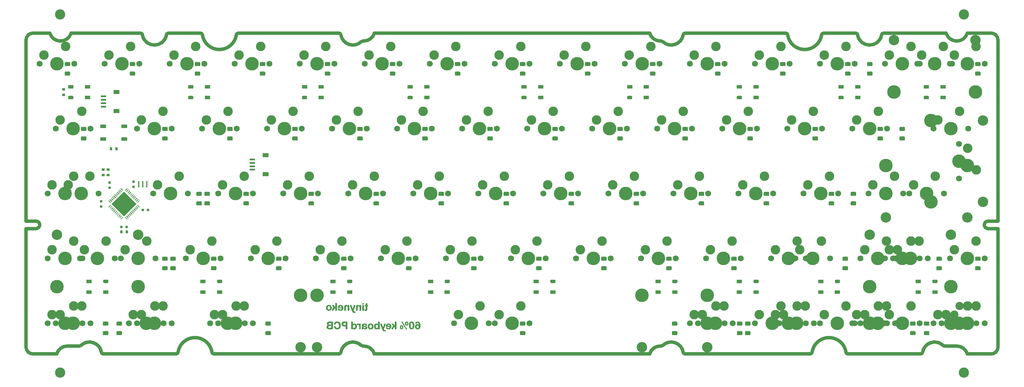
<source format=gbr>
%TF.GenerationSoftware,KiCad,Pcbnew,(5.1.12)-1*%
%TF.CreationDate,2022-12-21T19:59:57+07:00*%
%TF.ProjectId,Eclipse60,45636c69-7073-4653-9630-2e6b69636164,rev?*%
%TF.SameCoordinates,Original*%
%TF.FileFunction,Soldermask,Bot*%
%TF.FilePolarity,Negative*%
%FSLAX46Y46*%
G04 Gerber Fmt 4.6, Leading zero omitted, Abs format (unit mm)*
G04 Created by KiCad (PCBNEW (5.1.12)-1) date 2022-12-21 19:59:57*
%MOMM*%
%LPD*%
G01*
G04 APERTURE LIST*
%ADD10C,1.000000*%
%ADD11C,0.010000*%
%ADD12C,0.500000*%
%ADD13C,3.000000*%
%ADD14R,1.800000X1.200000*%
%ADD15R,1.550000X0.600000*%
%ADD16C,3.048000*%
%ADD17C,3.987800*%
%ADD18C,2.800000*%
%ADD19C,1.750000*%
%ADD20C,2.400000*%
%ADD21R,0.950000X0.800000*%
%ADD22R,1.800000X1.100000*%
%ADD23R,0.800000X0.950000*%
%ADD24R,1.500000X1.000000*%
%ADD25C,0.100000*%
%ADD26R,0.400000X1.900000*%
%ADD27R,0.750000X0.800000*%
%ADD28R,0.800000X0.750000*%
G04 APERTURE END LIST*
D10*
X42291004Y-29100001D02*
X62630001Y-29100001D01*
X29099994Y-86499998D02*
X31993000Y-86499998D01*
X38058994Y-123300000D02*
G75*
G02*
X41175007Y-120974996I3117544J-927619D01*
G01*
X84096004Y-123300001D02*
G75*
G02*
X83539997Y-122744001I517J556524D01*
G01*
X73621997Y-122744001D02*
G75*
G02*
X73065998Y-123300001I-556511J511D01*
G01*
X70201000Y-29671001D02*
G75*
G02*
X70771999Y-29100001I571880J-880D01*
G01*
X31099994Y-123300002D02*
G75*
G02*
X29099994Y-121300001I-981J1999019D01*
G01*
X211758997Y-123300001D02*
G75*
G02*
X214874999Y-120974996I3117524J-927591D01*
G01*
X70771999Y-29100001D02*
X80195003Y-29100001D01*
X127755000Y-120974997D02*
G75*
G02*
X127270000Y-120774999I750J689889D01*
G01*
X211758998Y-123300001D02*
X131141002Y-123300001D01*
X120754001Y-123300001D02*
X84096004Y-123300001D01*
X70201000Y-29671001D02*
G75*
G02*
X63201000Y-29671000I-3500000J626658D01*
G01*
X51722004Y-123300000D02*
G75*
G02*
X51150997Y-122729002I-833J570174D01*
G01*
X80195003Y-29100002D02*
G75*
G02*
X80766002Y-29671000I-880J-571879D01*
G01*
X31992999Y-84300000D02*
G75*
G02*
X31993000Y-86499998I8J-1099999D01*
G01*
X38058994Y-123300001D02*
X31099994Y-123300001D01*
X215143000Y-120974996D02*
X214874999Y-120974996D01*
X215631998Y-120773000D02*
G75*
G02*
X215143000Y-120974996I-487743J487855D01*
G01*
X269834002Y-123300002D02*
G75*
G02*
X269278002Y-122744001I512J556512D01*
G01*
X73621997Y-122744000D02*
G75*
G02*
X83539997Y-122744001I4959000J-771681D01*
G01*
X121325000Y-122729002D02*
G75*
G02*
X127270000Y-120774999I3499597J-626676D01*
G01*
X215632000Y-120773000D02*
G75*
G02*
X221574999Y-122729002I2443145J-2583322D01*
G01*
X258803996Y-123300001D02*
X222145999Y-123300001D01*
X259360004Y-122744001D02*
G75*
G02*
X269278002Y-122744001I4958999J-771680D01*
G01*
X29099994Y-31100001D02*
G75*
G02*
X31099994Y-29100001I2000725J-725D01*
G01*
X222145999Y-123300001D02*
G75*
G02*
X221574999Y-122729002I-825J570175D01*
G01*
X45184000Y-120794996D02*
G75*
G02*
X51150997Y-122729002I2466475J-2562179D01*
G01*
X128025001Y-120974997D02*
G75*
G02*
X131141002Y-123300001I-1522J-3252595D01*
G01*
X29099994Y-121300001D02*
X29099994Y-86499998D01*
X121325001Y-122729002D02*
G75*
G02*
X120754001Y-123300001I-570175J-824D01*
G01*
X128025001Y-120974996D02*
X127755001Y-120974996D01*
X291177996Y-123300001D02*
X269834002Y-123300001D01*
X259360003Y-122744001D02*
G75*
G02*
X258803996Y-123300001I-556524J524D01*
G01*
X31993000Y-84300001D02*
X29099994Y-84300001D01*
X31099994Y-29100001D02*
X36058994Y-29100001D01*
X44750004Y-120974996D02*
X41175007Y-120974996D01*
X45184002Y-120794996D02*
G75*
G02*
X44750004Y-120974996I-430255J424180D01*
G01*
X73065998Y-123300001D02*
X51722004Y-123300001D01*
X42291004Y-29100002D02*
G75*
G02*
X36058994Y-29100001I-3116005J925564D01*
G01*
X62630000Y-29100001D02*
G75*
G02*
X63201000Y-29671000I-880J-571880D01*
G01*
X29099994Y-84300001D02*
X29099994Y-31100000D01*
X127235000Y-31659000D02*
G75*
G02*
X121325001Y-29671000I-2410177J2613668D01*
G01*
X120754001Y-29100001D02*
G75*
G02*
X121325001Y-29671000I-880J-571880D01*
G01*
X91255001Y-29100001D02*
X120754001Y-29100001D01*
X90684002Y-29671001D02*
G75*
G02*
X80766002Y-29671000I-4959000J770501D01*
G01*
X90684001Y-29671000D02*
G75*
G02*
X91255001Y-29100001I571880J-881D01*
G01*
X313800006Y-84300001D02*
X310907000Y-84300001D01*
X131141002Y-29100001D02*
X211758998Y-29100001D01*
X313800006Y-31100000D02*
X313800006Y-84300001D01*
X311800005Y-29100001D02*
G75*
G02*
X313800006Y-31100000I-724J-2000725D01*
G01*
X304841006Y-29100001D02*
X311800006Y-29100001D01*
X304841006Y-29100002D02*
G75*
G02*
X298608996Y-29100001I-3116005J925564D01*
G01*
X280269999Y-29100001D02*
X298608996Y-29100001D01*
X279699000Y-29671001D02*
G75*
G02*
X280269999Y-29100001I571880J-880D01*
G01*
X222145999Y-29100001D02*
X251644999Y-29100001D01*
X214874999Y-31425000D02*
G75*
G02*
X211758998Y-29100001I-899J3249352D01*
G01*
X262704997Y-29100001D02*
X272128001Y-29100001D01*
X262133997Y-29671000D02*
G75*
G02*
X262704997Y-29100001I571880J-881D01*
G01*
X262133998Y-29671001D02*
G75*
G02*
X252215998Y-29671000I-4959000J770501D01*
G01*
X215129000Y-31424999D02*
G75*
G02*
X215642001Y-31638000I-2442J-730151D01*
G01*
X131141002Y-29100001D02*
G75*
G02*
X128025001Y-31425000I-3115102J924353D01*
G01*
X127235001Y-31659000D02*
G75*
G02*
X127799000Y-31425000I565427J-566132D01*
G01*
X279699000Y-29671001D02*
G75*
G02*
X272699000Y-29671000I-3500000J626658D01*
G01*
X251644999Y-29100002D02*
G75*
G02*
X252215998Y-29671000I-880J-571879D01*
G01*
X214874999Y-31425000D02*
X215129000Y-31425000D01*
X127799000Y-31425000D02*
X128025001Y-31425000D01*
X313800006Y-86499998D02*
X313800006Y-121300001D01*
X221574999Y-29671001D02*
G75*
G02*
X215642001Y-31638000I-3500071J625896D01*
G01*
X310907000Y-86499998D02*
X313800006Y-86499998D01*
X310907001Y-86499997D02*
G75*
G02*
X310907000Y-84300001I-8J1099998D01*
G01*
X221574999Y-29671000D02*
G75*
G02*
X222145999Y-29100001I571880J-881D01*
G01*
X272128000Y-29100001D02*
G75*
G02*
X272699000Y-29671000I-880J-571880D01*
G01*
X301724993Y-120974996D02*
X298268000Y-120974996D01*
X298268000Y-120974996D02*
G75*
G02*
X297621997Y-120707998I-2701J908467D01*
G01*
X311800006Y-123300001D02*
X304841006Y-123300001D01*
X313800005Y-121300001D02*
G75*
G02*
X311800006Y-123300001I-1999018J-982D01*
G01*
X291749003Y-122729002D02*
G75*
G02*
X297621997Y-120707998I3500114J-627357D01*
G01*
X301724994Y-120974996D02*
G75*
G02*
X304841006Y-123300001I-1532J-3252623D01*
G01*
X291749004Y-122729002D02*
G75*
G02*
X291177996Y-123300001I-570175J-824D01*
G01*
D11*
%TO.C,G\u002A\u002A\u002A*%
G36*
X127765080Y-108330006D02*
G01*
X127742069Y-108332870D01*
X127740815Y-108333121D01*
X127712912Y-108341509D01*
X127685181Y-108354650D01*
X127659148Y-108371466D01*
X127636340Y-108390880D01*
X127618282Y-108411815D01*
X127609921Y-108425517D01*
X127597323Y-108457407D01*
X127589870Y-108492117D01*
X127587561Y-108528029D01*
X127590397Y-108563522D01*
X127598376Y-108596977D01*
X127610019Y-108624123D01*
X127626608Y-108648002D01*
X127648838Y-108670218D01*
X127675109Y-108689598D01*
X127703820Y-108704971D01*
X127733371Y-108715163D01*
X127734660Y-108715473D01*
X127753279Y-108718492D01*
X127775919Y-108720152D01*
X127799594Y-108720396D01*
X127821318Y-108719169D01*
X127834072Y-108717343D01*
X127862440Y-108709153D01*
X127890905Y-108696463D01*
X127917314Y-108680470D01*
X127939517Y-108662369D01*
X127946945Y-108654570D01*
X127965913Y-108627478D01*
X127979697Y-108596451D01*
X127988144Y-108562783D01*
X127991102Y-108527767D01*
X127988418Y-108492697D01*
X127979940Y-108458866D01*
X127972201Y-108440100D01*
X127955191Y-108412538D01*
X127932326Y-108387306D01*
X127904886Y-108365408D01*
X127874153Y-108347849D01*
X127841405Y-108335633D01*
X127837845Y-108334687D01*
X127816213Y-108330967D01*
X127790876Y-108329389D01*
X127765080Y-108330006D01*
G37*
X127765080Y-108330006D02*
X127742069Y-108332870D01*
X127740815Y-108333121D01*
X127712912Y-108341509D01*
X127685181Y-108354650D01*
X127659148Y-108371466D01*
X127636340Y-108390880D01*
X127618282Y-108411815D01*
X127609921Y-108425517D01*
X127597323Y-108457407D01*
X127589870Y-108492117D01*
X127587561Y-108528029D01*
X127590397Y-108563522D01*
X127598376Y-108596977D01*
X127610019Y-108624123D01*
X127626608Y-108648002D01*
X127648838Y-108670218D01*
X127675109Y-108689598D01*
X127703820Y-108704971D01*
X127733371Y-108715163D01*
X127734660Y-108715473D01*
X127753279Y-108718492D01*
X127775919Y-108720152D01*
X127799594Y-108720396D01*
X127821318Y-108719169D01*
X127834072Y-108717343D01*
X127862440Y-108709153D01*
X127890905Y-108696463D01*
X127917314Y-108680470D01*
X127939517Y-108662369D01*
X127946945Y-108654570D01*
X127965913Y-108627478D01*
X127979697Y-108596451D01*
X127988144Y-108562783D01*
X127991102Y-108527767D01*
X127988418Y-108492697D01*
X127979940Y-108458866D01*
X127972201Y-108440100D01*
X127955191Y-108412538D01*
X127932326Y-108387306D01*
X127904886Y-108365408D01*
X127874153Y-108347849D01*
X127841405Y-108335633D01*
X127837845Y-108334687D01*
X127816213Y-108330967D01*
X127790876Y-108329389D01*
X127765080Y-108330006D01*
G36*
X117711088Y-108915539D02*
G01*
X117678057Y-108916788D01*
X117648826Y-108918689D01*
X117624972Y-108921243D01*
X117621457Y-108921759D01*
X117543326Y-108936965D01*
X117469701Y-108957784D01*
X117400410Y-108984285D01*
X117335280Y-109016535D01*
X117274136Y-109054603D01*
X117264804Y-109061172D01*
X117232098Y-109086849D01*
X117198097Y-109117674D01*
X117164284Y-109152091D01*
X117132142Y-109188543D01*
X117103153Y-109225474D01*
X117088641Y-109246093D01*
X117060519Y-109292818D01*
X117034847Y-109345221D01*
X117012095Y-109401997D01*
X116992735Y-109461842D01*
X116977236Y-109523451D01*
X116966068Y-109585520D01*
X116965933Y-109586466D01*
X116963154Y-109611776D01*
X116961074Y-109642521D01*
X116959694Y-109677098D01*
X116959015Y-109713903D01*
X116959037Y-109751335D01*
X116959760Y-109787789D01*
X116961186Y-109821665D01*
X116963315Y-109851358D01*
X116965823Y-109873123D01*
X116980498Y-109951507D01*
X117000899Y-110025949D01*
X117026892Y-110096265D01*
X117058345Y-110162267D01*
X117095127Y-110223771D01*
X117137104Y-110280590D01*
X117184144Y-110332538D01*
X117236115Y-110379430D01*
X117292884Y-110421080D01*
X117354318Y-110457302D01*
X117396869Y-110477928D01*
X117446968Y-110498408D01*
X117497470Y-110515095D01*
X117550442Y-110528577D01*
X117607951Y-110539441D01*
X117619643Y-110541270D01*
X117636281Y-110543170D01*
X117658674Y-110544824D01*
X117685333Y-110546203D01*
X117714767Y-110547278D01*
X117745486Y-110548018D01*
X117776000Y-110548393D01*
X117804817Y-110548376D01*
X117830449Y-110547935D01*
X117851404Y-110547041D01*
X117862757Y-110546100D01*
X117940471Y-110534417D01*
X118013683Y-110517174D01*
X118082703Y-110494243D01*
X118147838Y-110465499D01*
X118209395Y-110430816D01*
X118267684Y-110390069D01*
X118291704Y-110370748D01*
X118343864Y-110322385D01*
X118390761Y-110269126D01*
X118432279Y-110211191D01*
X118468301Y-110148802D01*
X118498710Y-110082179D01*
X118523389Y-110011543D01*
X118542222Y-109937116D01*
X118552753Y-109876751D01*
X118555446Y-109852327D01*
X118557494Y-109822575D01*
X118558898Y-109788999D01*
X118559657Y-109753108D01*
X118559726Y-109730887D01*
X118154787Y-109730887D01*
X118153110Y-109793453D01*
X118148060Y-109850522D01*
X118139415Y-109903133D01*
X118126957Y-109952326D01*
X118110463Y-109999139D01*
X118089713Y-110044612D01*
X118087162Y-110049576D01*
X118059693Y-110095183D01*
X118027752Y-110135174D01*
X117991656Y-110169384D01*
X117951722Y-110197649D01*
X117908269Y-110219805D01*
X117861612Y-110235687D01*
X117812069Y-110245131D01*
X117759959Y-110247974D01*
X117710357Y-110244657D01*
X117659110Y-110235010D01*
X117611513Y-110219099D01*
X117567627Y-110196968D01*
X117527511Y-110168661D01*
X117491227Y-110134220D01*
X117458833Y-110093690D01*
X117430391Y-110047115D01*
X117426456Y-110039584D01*
X117406685Y-109996340D01*
X117390902Y-109951266D01*
X117378916Y-109903423D01*
X117370536Y-109851867D01*
X117365573Y-109795656D01*
X117363835Y-109733848D01*
X117363829Y-109729794D01*
X117364395Y-109687021D01*
X117366209Y-109649417D01*
X117369444Y-109614973D01*
X117374272Y-109581684D01*
X117378558Y-109558655D01*
X117393120Y-109501097D01*
X117412689Y-109447804D01*
X117437045Y-109399099D01*
X117465966Y-109355303D01*
X117499231Y-109316738D01*
X117536618Y-109283725D01*
X117577906Y-109256586D01*
X117591383Y-109249456D01*
X117632897Y-109232384D01*
X117678262Y-109220403D01*
X117726040Y-109213638D01*
X117774789Y-109212213D01*
X117823072Y-109216254D01*
X117868200Y-109225539D01*
X117913249Y-109241560D01*
X117955536Y-109264066D01*
X117994580Y-109292652D01*
X118029901Y-109326913D01*
X118061019Y-109366445D01*
X118086915Y-109409796D01*
X118107913Y-109454671D01*
X118124713Y-109500235D01*
X118137551Y-109547611D01*
X118146666Y-109597920D01*
X118152294Y-109652282D01*
X118154672Y-109711821D01*
X118154787Y-109730887D01*
X118559726Y-109730887D01*
X118559771Y-109716406D01*
X118559240Y-109680400D01*
X118558064Y-109646595D01*
X118556241Y-109616498D01*
X118553773Y-109591614D01*
X118552794Y-109584651D01*
X118540179Y-109516290D01*
X118524210Y-109453214D01*
X118504479Y-109394074D01*
X118480580Y-109337523D01*
X118474217Y-109324265D01*
X118445765Y-109270837D01*
X118415309Y-109222922D01*
X118381611Y-109178818D01*
X118343433Y-109136820D01*
X118324208Y-109117912D01*
X118271422Y-109072471D01*
X118214327Y-109032659D01*
X118152816Y-108998424D01*
X118086782Y-108969718D01*
X118016118Y-108946490D01*
X117940716Y-108928692D01*
X117900857Y-108921759D01*
X117878109Y-108919090D01*
X117849707Y-108917074D01*
X117817229Y-108915711D01*
X117782250Y-108915001D01*
X117746344Y-108914944D01*
X117711088Y-108915539D01*
G37*
X117711088Y-108915539D02*
X117678057Y-108916788D01*
X117648826Y-108918689D01*
X117624972Y-108921243D01*
X117621457Y-108921759D01*
X117543326Y-108936965D01*
X117469701Y-108957784D01*
X117400410Y-108984285D01*
X117335280Y-109016535D01*
X117274136Y-109054603D01*
X117264804Y-109061172D01*
X117232098Y-109086849D01*
X117198097Y-109117674D01*
X117164284Y-109152091D01*
X117132142Y-109188543D01*
X117103153Y-109225474D01*
X117088641Y-109246093D01*
X117060519Y-109292818D01*
X117034847Y-109345221D01*
X117012095Y-109401997D01*
X116992735Y-109461842D01*
X116977236Y-109523451D01*
X116966068Y-109585520D01*
X116965933Y-109586466D01*
X116963154Y-109611776D01*
X116961074Y-109642521D01*
X116959694Y-109677098D01*
X116959015Y-109713903D01*
X116959037Y-109751335D01*
X116959760Y-109787789D01*
X116961186Y-109821665D01*
X116963315Y-109851358D01*
X116965823Y-109873123D01*
X116980498Y-109951507D01*
X117000899Y-110025949D01*
X117026892Y-110096265D01*
X117058345Y-110162267D01*
X117095127Y-110223771D01*
X117137104Y-110280590D01*
X117184144Y-110332538D01*
X117236115Y-110379430D01*
X117292884Y-110421080D01*
X117354318Y-110457302D01*
X117396869Y-110477928D01*
X117446968Y-110498408D01*
X117497470Y-110515095D01*
X117550442Y-110528577D01*
X117607951Y-110539441D01*
X117619643Y-110541270D01*
X117636281Y-110543170D01*
X117658674Y-110544824D01*
X117685333Y-110546203D01*
X117714767Y-110547278D01*
X117745486Y-110548018D01*
X117776000Y-110548393D01*
X117804817Y-110548376D01*
X117830449Y-110547935D01*
X117851404Y-110547041D01*
X117862757Y-110546100D01*
X117940471Y-110534417D01*
X118013683Y-110517174D01*
X118082703Y-110494243D01*
X118147838Y-110465499D01*
X118209395Y-110430816D01*
X118267684Y-110390069D01*
X118291704Y-110370748D01*
X118343864Y-110322385D01*
X118390761Y-110269126D01*
X118432279Y-110211191D01*
X118468301Y-110148802D01*
X118498710Y-110082179D01*
X118523389Y-110011543D01*
X118542222Y-109937116D01*
X118552753Y-109876751D01*
X118555446Y-109852327D01*
X118557494Y-109822575D01*
X118558898Y-109788999D01*
X118559657Y-109753108D01*
X118559726Y-109730887D01*
X118154787Y-109730887D01*
X118153110Y-109793453D01*
X118148060Y-109850522D01*
X118139415Y-109903133D01*
X118126957Y-109952326D01*
X118110463Y-109999139D01*
X118089713Y-110044612D01*
X118087162Y-110049576D01*
X118059693Y-110095183D01*
X118027752Y-110135174D01*
X117991656Y-110169384D01*
X117951722Y-110197649D01*
X117908269Y-110219805D01*
X117861612Y-110235687D01*
X117812069Y-110245131D01*
X117759959Y-110247974D01*
X117710357Y-110244657D01*
X117659110Y-110235010D01*
X117611513Y-110219099D01*
X117567627Y-110196968D01*
X117527511Y-110168661D01*
X117491227Y-110134220D01*
X117458833Y-110093690D01*
X117430391Y-110047115D01*
X117426456Y-110039584D01*
X117406685Y-109996340D01*
X117390902Y-109951266D01*
X117378916Y-109903423D01*
X117370536Y-109851867D01*
X117365573Y-109795656D01*
X117363835Y-109733848D01*
X117363829Y-109729794D01*
X117364395Y-109687021D01*
X117366209Y-109649417D01*
X117369444Y-109614973D01*
X117374272Y-109581684D01*
X117378558Y-109558655D01*
X117393120Y-109501097D01*
X117412689Y-109447804D01*
X117437045Y-109399099D01*
X117465966Y-109355303D01*
X117499231Y-109316738D01*
X117536618Y-109283725D01*
X117577906Y-109256586D01*
X117591383Y-109249456D01*
X117632897Y-109232384D01*
X117678262Y-109220403D01*
X117726040Y-109213638D01*
X117774789Y-109212213D01*
X117823072Y-109216254D01*
X117868200Y-109225539D01*
X117913249Y-109241560D01*
X117955536Y-109264066D01*
X117994580Y-109292652D01*
X118029901Y-109326913D01*
X118061019Y-109366445D01*
X118086915Y-109409796D01*
X118107913Y-109454671D01*
X118124713Y-109500235D01*
X118137551Y-109547611D01*
X118146666Y-109597920D01*
X118152294Y-109652282D01*
X118154672Y-109711821D01*
X118154787Y-109730887D01*
X118559726Y-109730887D01*
X118559771Y-109716406D01*
X118559240Y-109680400D01*
X118558064Y-109646595D01*
X118556241Y-109616498D01*
X118553773Y-109591614D01*
X118552794Y-109584651D01*
X118540179Y-109516290D01*
X118524210Y-109453214D01*
X118504479Y-109394074D01*
X118480580Y-109337523D01*
X118474217Y-109324265D01*
X118445765Y-109270837D01*
X118415309Y-109222922D01*
X118381611Y-109178818D01*
X118343433Y-109136820D01*
X118324208Y-109117912D01*
X118271422Y-109072471D01*
X118214327Y-109032659D01*
X118152816Y-108998424D01*
X118086782Y-108969718D01*
X118016118Y-108946490D01*
X117940716Y-108928692D01*
X117900857Y-108921759D01*
X117878109Y-108919090D01*
X117849707Y-108917074D01*
X117817229Y-108915711D01*
X117782250Y-108915001D01*
X117746344Y-108914944D01*
X117711088Y-108915539D01*
G36*
X119816388Y-108317925D02*
G01*
X119781137Y-108327530D01*
X119749399Y-108343218D01*
X119721624Y-108364687D01*
X119698265Y-108391636D01*
X119679772Y-108423762D01*
X119675091Y-108434745D01*
X119672470Y-108441296D01*
X119670097Y-108447249D01*
X119667959Y-108452975D01*
X119666042Y-108458850D01*
X119664331Y-108465244D01*
X119662814Y-108472532D01*
X119661477Y-108481087D01*
X119660305Y-108491282D01*
X119659287Y-108503489D01*
X119658407Y-108518081D01*
X119657652Y-108535433D01*
X119657008Y-108555916D01*
X119656462Y-108579904D01*
X119656001Y-108607770D01*
X119655609Y-108639887D01*
X119655275Y-108676628D01*
X119654984Y-108718366D01*
X119654722Y-108765474D01*
X119654476Y-108818326D01*
X119654232Y-108877293D01*
X119653977Y-108942750D01*
X119653696Y-109015069D01*
X119653679Y-109019489D01*
X119651643Y-109537456D01*
X119417600Y-109292089D01*
X119369325Y-109241507D01*
X119325744Y-109195926D01*
X119286568Y-109155070D01*
X119251508Y-109118667D01*
X119220273Y-109086441D01*
X119192575Y-109058119D01*
X119168124Y-109033426D01*
X119146629Y-109012089D01*
X119127802Y-108993832D01*
X119111353Y-108978383D01*
X119096992Y-108965465D01*
X119084429Y-108954807D01*
X119073375Y-108946132D01*
X119063541Y-108939168D01*
X119054636Y-108933639D01*
X119046371Y-108929272D01*
X119038456Y-108925792D01*
X119030602Y-108922925D01*
X119026158Y-108921496D01*
X119007403Y-108917483D01*
X118984547Y-108915295D01*
X118959849Y-108914894D01*
X118935562Y-108916240D01*
X118913943Y-108919293D01*
X118897899Y-108923750D01*
X118867611Y-108939195D01*
X118841674Y-108959412D01*
X118820512Y-108983551D01*
X118804554Y-109010762D01*
X118794224Y-109040196D01*
X118789950Y-109071002D01*
X118792156Y-109102330D01*
X118797640Y-109123688D01*
X118806340Y-109143725D01*
X118819850Y-109167285D01*
X118837420Y-109193230D01*
X118858299Y-109220421D01*
X118873148Y-109238065D01*
X118881308Y-109246797D01*
X118894189Y-109259771D01*
X118911132Y-109276357D01*
X118931477Y-109295925D01*
X118954565Y-109317847D01*
X118979739Y-109341493D01*
X119006338Y-109366233D01*
X119033620Y-109391362D01*
X119167046Y-109513634D01*
X119160993Y-109522835D01*
X119155208Y-109531737D01*
X119145929Y-109546152D01*
X119133485Y-109565564D01*
X119118202Y-109589459D01*
X119100408Y-109617321D01*
X119080430Y-109648635D01*
X119058597Y-109682886D01*
X119035235Y-109719559D01*
X119010672Y-109758138D01*
X118985236Y-109798109D01*
X118959254Y-109838957D01*
X118933053Y-109880165D01*
X118906962Y-109921219D01*
X118881307Y-109961604D01*
X118856416Y-110000805D01*
X118832617Y-110038306D01*
X118810237Y-110073593D01*
X118789604Y-110106149D01*
X118771044Y-110135461D01*
X118754887Y-110161012D01*
X118741458Y-110182288D01*
X118731086Y-110198773D01*
X118724099Y-110209953D01*
X118721728Y-110213799D01*
X118704318Y-110243057D01*
X118690806Y-110267611D01*
X118680821Y-110288625D01*
X118673991Y-110307262D01*
X118669944Y-110324687D01*
X118668310Y-110342063D01*
X118668715Y-110360554D01*
X118670096Y-110375519D01*
X118676267Y-110411293D01*
X118686432Y-110442007D01*
X118701243Y-110469042D01*
X118721354Y-110493779D01*
X118730058Y-110502427D01*
X118756677Y-110523101D01*
X118786649Y-110537775D01*
X118820419Y-110546605D01*
X118858429Y-110549752D01*
X118862017Y-110549763D01*
X118889061Y-110548406D01*
X118911915Y-110544147D01*
X118933261Y-110536415D01*
X118940290Y-110533075D01*
X118948539Y-110528632D01*
X118956695Y-110523457D01*
X118964978Y-110517231D01*
X118973607Y-110509637D01*
X118982802Y-110500355D01*
X118992783Y-110489067D01*
X119003770Y-110475454D01*
X119015984Y-110459199D01*
X119029643Y-110439983D01*
X119044969Y-110417488D01*
X119062181Y-110391394D01*
X119081498Y-110361384D01*
X119103142Y-110327139D01*
X119127331Y-110288341D01*
X119154286Y-110244671D01*
X119184227Y-110195810D01*
X119217373Y-110141442D01*
X119253945Y-110081246D01*
X119265200Y-110062691D01*
X119290084Y-110021707D01*
X119313922Y-109982540D01*
X119336443Y-109945631D01*
X119357377Y-109911417D01*
X119376453Y-109880339D01*
X119393400Y-109852837D01*
X119407948Y-109829350D01*
X119419824Y-109810317D01*
X119428759Y-109796178D01*
X119434482Y-109787373D01*
X119436720Y-109784341D01*
X119439874Y-109786732D01*
X119447703Y-109793608D01*
X119459637Y-109804440D01*
X119475102Y-109818698D01*
X119493526Y-109835854D01*
X119514338Y-109855381D01*
X119536965Y-109876749D01*
X119545577Y-109884916D01*
X119651643Y-109985608D01*
X119653657Y-110174294D01*
X119654120Y-110216400D01*
X119654554Y-110251920D01*
X119654990Y-110281528D01*
X119655457Y-110305894D01*
X119655987Y-110325692D01*
X119656609Y-110341592D01*
X119657353Y-110354268D01*
X119658250Y-110364390D01*
X119659330Y-110372631D01*
X119660623Y-110379662D01*
X119662160Y-110386156D01*
X119663389Y-110390715D01*
X119673689Y-110421692D01*
X119686451Y-110447781D01*
X119702994Y-110471261D01*
X119721951Y-110491794D01*
X119745788Y-110512823D01*
X119769456Y-110528267D01*
X119795139Y-110539402D01*
X119811776Y-110544380D01*
X119831931Y-110547851D01*
X119855940Y-110549305D01*
X119880686Y-110548730D01*
X119903049Y-110546118D01*
X119909824Y-110544699D01*
X119942877Y-110532998D01*
X119972969Y-110514795D01*
X119992810Y-110497487D01*
X120015059Y-110470840D01*
X120032443Y-110440292D01*
X120045638Y-110404647D01*
X120046339Y-110402219D01*
X120054415Y-110373866D01*
X120055516Y-109464908D01*
X120055632Y-109359971D01*
X120055720Y-109262123D01*
X120055776Y-109171195D01*
X120055802Y-109087020D01*
X120055797Y-109009430D01*
X120055760Y-108938255D01*
X120055691Y-108873329D01*
X120055588Y-108814482D01*
X120055452Y-108761547D01*
X120055283Y-108714356D01*
X120055078Y-108672739D01*
X120054839Y-108636530D01*
X120054564Y-108605560D01*
X120054253Y-108579661D01*
X120053905Y-108558664D01*
X120053520Y-108542401D01*
X120053097Y-108530705D01*
X120052636Y-108523407D01*
X120052506Y-108522181D01*
X120044512Y-108476614D01*
X120032264Y-108436744D01*
X120015654Y-108402307D01*
X119994573Y-108373044D01*
X119987288Y-108365160D01*
X119961922Y-108343850D01*
X119933146Y-108328478D01*
X119900508Y-108318870D01*
X119863556Y-108314855D01*
X119854698Y-108314705D01*
X119816388Y-108317925D01*
G37*
X119816388Y-108317925D02*
X119781137Y-108327530D01*
X119749399Y-108343218D01*
X119721624Y-108364687D01*
X119698265Y-108391636D01*
X119679772Y-108423762D01*
X119675091Y-108434745D01*
X119672470Y-108441296D01*
X119670097Y-108447249D01*
X119667959Y-108452975D01*
X119666042Y-108458850D01*
X119664331Y-108465244D01*
X119662814Y-108472532D01*
X119661477Y-108481087D01*
X119660305Y-108491282D01*
X119659287Y-108503489D01*
X119658407Y-108518081D01*
X119657652Y-108535433D01*
X119657008Y-108555916D01*
X119656462Y-108579904D01*
X119656001Y-108607770D01*
X119655609Y-108639887D01*
X119655275Y-108676628D01*
X119654984Y-108718366D01*
X119654722Y-108765474D01*
X119654476Y-108818326D01*
X119654232Y-108877293D01*
X119653977Y-108942750D01*
X119653696Y-109015069D01*
X119653679Y-109019489D01*
X119651643Y-109537456D01*
X119417600Y-109292089D01*
X119369325Y-109241507D01*
X119325744Y-109195926D01*
X119286568Y-109155070D01*
X119251508Y-109118667D01*
X119220273Y-109086441D01*
X119192575Y-109058119D01*
X119168124Y-109033426D01*
X119146629Y-109012089D01*
X119127802Y-108993832D01*
X119111353Y-108978383D01*
X119096992Y-108965465D01*
X119084429Y-108954807D01*
X119073375Y-108946132D01*
X119063541Y-108939168D01*
X119054636Y-108933639D01*
X119046371Y-108929272D01*
X119038456Y-108925792D01*
X119030602Y-108922925D01*
X119026158Y-108921496D01*
X119007403Y-108917483D01*
X118984547Y-108915295D01*
X118959849Y-108914894D01*
X118935562Y-108916240D01*
X118913943Y-108919293D01*
X118897899Y-108923750D01*
X118867611Y-108939195D01*
X118841674Y-108959412D01*
X118820512Y-108983551D01*
X118804554Y-109010762D01*
X118794224Y-109040196D01*
X118789950Y-109071002D01*
X118792156Y-109102330D01*
X118797640Y-109123688D01*
X118806340Y-109143725D01*
X118819850Y-109167285D01*
X118837420Y-109193230D01*
X118858299Y-109220421D01*
X118873148Y-109238065D01*
X118881308Y-109246797D01*
X118894189Y-109259771D01*
X118911132Y-109276357D01*
X118931477Y-109295925D01*
X118954565Y-109317847D01*
X118979739Y-109341493D01*
X119006338Y-109366233D01*
X119033620Y-109391362D01*
X119167046Y-109513634D01*
X119160993Y-109522835D01*
X119155208Y-109531737D01*
X119145929Y-109546152D01*
X119133485Y-109565564D01*
X119118202Y-109589459D01*
X119100408Y-109617321D01*
X119080430Y-109648635D01*
X119058597Y-109682886D01*
X119035235Y-109719559D01*
X119010672Y-109758138D01*
X118985236Y-109798109D01*
X118959254Y-109838957D01*
X118933053Y-109880165D01*
X118906962Y-109921219D01*
X118881307Y-109961604D01*
X118856416Y-110000805D01*
X118832617Y-110038306D01*
X118810237Y-110073593D01*
X118789604Y-110106149D01*
X118771044Y-110135461D01*
X118754887Y-110161012D01*
X118741458Y-110182288D01*
X118731086Y-110198773D01*
X118724099Y-110209953D01*
X118721728Y-110213799D01*
X118704318Y-110243057D01*
X118690806Y-110267611D01*
X118680821Y-110288625D01*
X118673991Y-110307262D01*
X118669944Y-110324687D01*
X118668310Y-110342063D01*
X118668715Y-110360554D01*
X118670096Y-110375519D01*
X118676267Y-110411293D01*
X118686432Y-110442007D01*
X118701243Y-110469042D01*
X118721354Y-110493779D01*
X118730058Y-110502427D01*
X118756677Y-110523101D01*
X118786649Y-110537775D01*
X118820419Y-110546605D01*
X118858429Y-110549752D01*
X118862017Y-110549763D01*
X118889061Y-110548406D01*
X118911915Y-110544147D01*
X118933261Y-110536415D01*
X118940290Y-110533075D01*
X118948539Y-110528632D01*
X118956695Y-110523457D01*
X118964978Y-110517231D01*
X118973607Y-110509637D01*
X118982802Y-110500355D01*
X118992783Y-110489067D01*
X119003770Y-110475454D01*
X119015984Y-110459199D01*
X119029643Y-110439983D01*
X119044969Y-110417488D01*
X119062181Y-110391394D01*
X119081498Y-110361384D01*
X119103142Y-110327139D01*
X119127331Y-110288341D01*
X119154286Y-110244671D01*
X119184227Y-110195810D01*
X119217373Y-110141442D01*
X119253945Y-110081246D01*
X119265200Y-110062691D01*
X119290084Y-110021707D01*
X119313922Y-109982540D01*
X119336443Y-109945631D01*
X119357377Y-109911417D01*
X119376453Y-109880339D01*
X119393400Y-109852837D01*
X119407948Y-109829350D01*
X119419824Y-109810317D01*
X119428759Y-109796178D01*
X119434482Y-109787373D01*
X119436720Y-109784341D01*
X119439874Y-109786732D01*
X119447703Y-109793608D01*
X119459637Y-109804440D01*
X119475102Y-109818698D01*
X119493526Y-109835854D01*
X119514338Y-109855381D01*
X119536965Y-109876749D01*
X119545577Y-109884916D01*
X119651643Y-109985608D01*
X119653657Y-110174294D01*
X119654120Y-110216400D01*
X119654554Y-110251920D01*
X119654990Y-110281528D01*
X119655457Y-110305894D01*
X119655987Y-110325692D01*
X119656609Y-110341592D01*
X119657353Y-110354268D01*
X119658250Y-110364390D01*
X119659330Y-110372631D01*
X119660623Y-110379662D01*
X119662160Y-110386156D01*
X119663389Y-110390715D01*
X119673689Y-110421692D01*
X119686451Y-110447781D01*
X119702994Y-110471261D01*
X119721951Y-110491794D01*
X119745788Y-110512823D01*
X119769456Y-110528267D01*
X119795139Y-110539402D01*
X119811776Y-110544380D01*
X119831931Y-110547851D01*
X119855940Y-110549305D01*
X119880686Y-110548730D01*
X119903049Y-110546118D01*
X119909824Y-110544699D01*
X119942877Y-110532998D01*
X119972969Y-110514795D01*
X119992810Y-110497487D01*
X120015059Y-110470840D01*
X120032443Y-110440292D01*
X120045638Y-110404647D01*
X120046339Y-110402219D01*
X120054415Y-110373866D01*
X120055516Y-109464908D01*
X120055632Y-109359971D01*
X120055720Y-109262123D01*
X120055776Y-109171195D01*
X120055802Y-109087020D01*
X120055797Y-109009430D01*
X120055760Y-108938255D01*
X120055691Y-108873329D01*
X120055588Y-108814482D01*
X120055452Y-108761547D01*
X120055283Y-108714356D01*
X120055078Y-108672739D01*
X120054839Y-108636530D01*
X120054564Y-108605560D01*
X120054253Y-108579661D01*
X120053905Y-108558664D01*
X120053520Y-108542401D01*
X120053097Y-108530705D01*
X120052636Y-108523407D01*
X120052506Y-108522181D01*
X120044512Y-108476614D01*
X120032264Y-108436744D01*
X120015654Y-108402307D01*
X119994573Y-108373044D01*
X119987288Y-108365160D01*
X119961922Y-108343850D01*
X119933146Y-108328478D01*
X119900508Y-108318870D01*
X119863556Y-108314855D01*
X119854698Y-108314705D01*
X119816388Y-108317925D01*
G36*
X121124822Y-108911946D02*
G01*
X121090541Y-108912939D01*
X121060329Y-108914777D01*
X121032601Y-108917628D01*
X121005772Y-108921660D01*
X120978258Y-108927041D01*
X120948472Y-108933940D01*
X120943813Y-108935091D01*
X120876029Y-108955544D01*
X120811754Y-108982151D01*
X120751289Y-109014566D01*
X120694936Y-109052445D01*
X120642993Y-109095445D01*
X120595762Y-109143219D01*
X120553543Y-109195425D01*
X120516637Y-109251718D01*
X120485344Y-109311752D01*
X120459965Y-109375185D01*
X120440800Y-109441672D01*
X120428150Y-109510867D01*
X120426056Y-109528408D01*
X120424023Y-109556867D01*
X120423564Y-109587491D01*
X120424593Y-109618081D01*
X120427023Y-109646432D01*
X120430767Y-109670343D01*
X120431820Y-109675045D01*
X120440638Y-109704407D01*
X120452304Y-109729672D01*
X120467423Y-109751302D01*
X120486601Y-109769761D01*
X120510444Y-109785511D01*
X120539556Y-109799012D01*
X120574543Y-109810729D01*
X120616010Y-109821123D01*
X120625915Y-109823248D01*
X120630737Y-109824108D01*
X120636811Y-109824885D01*
X120644526Y-109825584D01*
X120654274Y-109826210D01*
X120666444Y-109826771D01*
X120681427Y-109827271D01*
X120699612Y-109827716D01*
X120721391Y-109828113D01*
X120747153Y-109828466D01*
X120777289Y-109828783D01*
X120812189Y-109829068D01*
X120852243Y-109829328D01*
X120897842Y-109829568D01*
X120949376Y-109829794D01*
X121007234Y-109830012D01*
X121071808Y-109830228D01*
X121098773Y-109830313D01*
X121544416Y-109831690D01*
X121542065Y-109861478D01*
X121536410Y-109913088D01*
X121527815Y-109959509D01*
X121515873Y-110002350D01*
X121500179Y-110043222D01*
X121491495Y-110061996D01*
X121464491Y-110109838D01*
X121432904Y-110152148D01*
X121397041Y-110188756D01*
X121357210Y-110219489D01*
X121313722Y-110244177D01*
X121266885Y-110262647D01*
X121217007Y-110274728D01*
X121164397Y-110280249D01*
X121109364Y-110279037D01*
X121102164Y-110278387D01*
X121062207Y-110273144D01*
X121024608Y-110265240D01*
X120988559Y-110254255D01*
X120953253Y-110239771D01*
X120917882Y-110221369D01*
X120881640Y-110198629D01*
X120843719Y-110171134D01*
X120803311Y-110138463D01*
X120760811Y-110101284D01*
X120732966Y-110076195D01*
X120709803Y-110055522D01*
X120690598Y-110038839D01*
X120674626Y-110025719D01*
X120661165Y-110015736D01*
X120649490Y-110008463D01*
X120638878Y-110003475D01*
X120628604Y-110000344D01*
X120617945Y-109998645D01*
X120606178Y-109997950D01*
X120592579Y-109997833D01*
X120585267Y-109997858D01*
X120550785Y-110000744D01*
X120520819Y-110008990D01*
X120495637Y-110022348D01*
X120475508Y-110040573D01*
X120460701Y-110063416D01*
X120451483Y-110090632D01*
X120448124Y-110121974D01*
X120448115Y-110123828D01*
X120448644Y-110142357D01*
X120450569Y-110158713D01*
X120454394Y-110174703D01*
X120460624Y-110192133D01*
X120469765Y-110212810D01*
X120477447Y-110228723D01*
X120502728Y-110273272D01*
X120533044Y-110314057D01*
X120569309Y-110352250D01*
X120583883Y-110365492D01*
X120636960Y-110407257D01*
X120695040Y-110444035D01*
X120757697Y-110475655D01*
X120824508Y-110501946D01*
X120895046Y-110522739D01*
X120968886Y-110537862D01*
X121034129Y-110546149D01*
X121050415Y-110547241D01*
X121072161Y-110548104D01*
X121097647Y-110548728D01*
X121125152Y-110549099D01*
X121152957Y-110549207D01*
X121179342Y-110549039D01*
X121202586Y-110548585D01*
X121220970Y-110547832D01*
X121226443Y-110547455D01*
X121308383Y-110537911D01*
X121385547Y-110522920D01*
X121457993Y-110502452D01*
X121525777Y-110476473D01*
X121588959Y-110444951D01*
X121647596Y-110407852D01*
X121701745Y-110365145D01*
X121751465Y-110316797D01*
X121796812Y-110262775D01*
X121837846Y-110203046D01*
X121838858Y-110201413D01*
X121868971Y-110146532D01*
X121894994Y-110086117D01*
X121916739Y-110020756D01*
X121934016Y-109951037D01*
X121946635Y-109877545D01*
X121948866Y-109860111D01*
X121951677Y-109829749D01*
X121953592Y-109794305D01*
X121954611Y-109755749D01*
X121954732Y-109716050D01*
X121953956Y-109677179D01*
X121952281Y-109641108D01*
X121949706Y-109609805D01*
X121948973Y-109603375D01*
X121948881Y-109602794D01*
X121543487Y-109602794D01*
X120813663Y-109602794D01*
X120816221Y-109576487D01*
X120822342Y-109529958D01*
X120831397Y-109483598D01*
X120838407Y-109455837D01*
X120845991Y-109433003D01*
X120856551Y-109407177D01*
X120869101Y-109380347D01*
X120882656Y-109354500D01*
X120896227Y-109331626D01*
X120908830Y-109313711D01*
X120909043Y-109313446D01*
X120939895Y-109280689D01*
X120975695Y-109252694D01*
X121015674Y-109229751D01*
X121059062Y-109212151D01*
X121105092Y-109200184D01*
X121152994Y-109194142D01*
X121201999Y-109194315D01*
X121219768Y-109195955D01*
X121268808Y-109204745D01*
X121313622Y-109219311D01*
X121354602Y-109239830D01*
X121392140Y-109266482D01*
X121409674Y-109282097D01*
X121438663Y-109313085D01*
X121463813Y-109347233D01*
X121485391Y-109385161D01*
X121503662Y-109427490D01*
X121518894Y-109474842D01*
X121531353Y-109527837D01*
X121541307Y-109587096D01*
X121541599Y-109589187D01*
X121543487Y-109602794D01*
X121948881Y-109602794D01*
X121936098Y-109522527D01*
X121917720Y-109446122D01*
X121893942Y-109374277D01*
X121864865Y-109307109D01*
X121830591Y-109244737D01*
X121791223Y-109187276D01*
X121746862Y-109134845D01*
X121697610Y-109087560D01*
X121643570Y-109045539D01*
X121584842Y-109008899D01*
X121521529Y-108977757D01*
X121453734Y-108952230D01*
X121381557Y-108932437D01*
X121361892Y-108928204D01*
X121335316Y-108923055D01*
X121311242Y-108919052D01*
X121288104Y-108916065D01*
X121264335Y-108913960D01*
X121238370Y-108912607D01*
X121208642Y-108911874D01*
X121173585Y-108911630D01*
X121164757Y-108911628D01*
X121124822Y-108911946D01*
G37*
X121124822Y-108911946D02*
X121090541Y-108912939D01*
X121060329Y-108914777D01*
X121032601Y-108917628D01*
X121005772Y-108921660D01*
X120978258Y-108927041D01*
X120948472Y-108933940D01*
X120943813Y-108935091D01*
X120876029Y-108955544D01*
X120811754Y-108982151D01*
X120751289Y-109014566D01*
X120694936Y-109052445D01*
X120642993Y-109095445D01*
X120595762Y-109143219D01*
X120553543Y-109195425D01*
X120516637Y-109251718D01*
X120485344Y-109311752D01*
X120459965Y-109375185D01*
X120440800Y-109441672D01*
X120428150Y-109510867D01*
X120426056Y-109528408D01*
X120424023Y-109556867D01*
X120423564Y-109587491D01*
X120424593Y-109618081D01*
X120427023Y-109646432D01*
X120430767Y-109670343D01*
X120431820Y-109675045D01*
X120440638Y-109704407D01*
X120452304Y-109729672D01*
X120467423Y-109751302D01*
X120486601Y-109769761D01*
X120510444Y-109785511D01*
X120539556Y-109799012D01*
X120574543Y-109810729D01*
X120616010Y-109821123D01*
X120625915Y-109823248D01*
X120630737Y-109824108D01*
X120636811Y-109824885D01*
X120644526Y-109825584D01*
X120654274Y-109826210D01*
X120666444Y-109826771D01*
X120681427Y-109827271D01*
X120699612Y-109827716D01*
X120721391Y-109828113D01*
X120747153Y-109828466D01*
X120777289Y-109828783D01*
X120812189Y-109829068D01*
X120852243Y-109829328D01*
X120897842Y-109829568D01*
X120949376Y-109829794D01*
X121007234Y-109830012D01*
X121071808Y-109830228D01*
X121098773Y-109830313D01*
X121544416Y-109831690D01*
X121542065Y-109861478D01*
X121536410Y-109913088D01*
X121527815Y-109959509D01*
X121515873Y-110002350D01*
X121500179Y-110043222D01*
X121491495Y-110061996D01*
X121464491Y-110109838D01*
X121432904Y-110152148D01*
X121397041Y-110188756D01*
X121357210Y-110219489D01*
X121313722Y-110244177D01*
X121266885Y-110262647D01*
X121217007Y-110274728D01*
X121164397Y-110280249D01*
X121109364Y-110279037D01*
X121102164Y-110278387D01*
X121062207Y-110273144D01*
X121024608Y-110265240D01*
X120988559Y-110254255D01*
X120953253Y-110239771D01*
X120917882Y-110221369D01*
X120881640Y-110198629D01*
X120843719Y-110171134D01*
X120803311Y-110138463D01*
X120760811Y-110101284D01*
X120732966Y-110076195D01*
X120709803Y-110055522D01*
X120690598Y-110038839D01*
X120674626Y-110025719D01*
X120661165Y-110015736D01*
X120649490Y-110008463D01*
X120638878Y-110003475D01*
X120628604Y-110000344D01*
X120617945Y-109998645D01*
X120606178Y-109997950D01*
X120592579Y-109997833D01*
X120585267Y-109997858D01*
X120550785Y-110000744D01*
X120520819Y-110008990D01*
X120495637Y-110022348D01*
X120475508Y-110040573D01*
X120460701Y-110063416D01*
X120451483Y-110090632D01*
X120448124Y-110121974D01*
X120448115Y-110123828D01*
X120448644Y-110142357D01*
X120450569Y-110158713D01*
X120454394Y-110174703D01*
X120460624Y-110192133D01*
X120469765Y-110212810D01*
X120477447Y-110228723D01*
X120502728Y-110273272D01*
X120533044Y-110314057D01*
X120569309Y-110352250D01*
X120583883Y-110365492D01*
X120636960Y-110407257D01*
X120695040Y-110444035D01*
X120757697Y-110475655D01*
X120824508Y-110501946D01*
X120895046Y-110522739D01*
X120968886Y-110537862D01*
X121034129Y-110546149D01*
X121050415Y-110547241D01*
X121072161Y-110548104D01*
X121097647Y-110548728D01*
X121125152Y-110549099D01*
X121152957Y-110549207D01*
X121179342Y-110549039D01*
X121202586Y-110548585D01*
X121220970Y-110547832D01*
X121226443Y-110547455D01*
X121308383Y-110537911D01*
X121385547Y-110522920D01*
X121457993Y-110502452D01*
X121525777Y-110476473D01*
X121588959Y-110444951D01*
X121647596Y-110407852D01*
X121701745Y-110365145D01*
X121751465Y-110316797D01*
X121796812Y-110262775D01*
X121837846Y-110203046D01*
X121838858Y-110201413D01*
X121868971Y-110146532D01*
X121894994Y-110086117D01*
X121916739Y-110020756D01*
X121934016Y-109951037D01*
X121946635Y-109877545D01*
X121948866Y-109860111D01*
X121951677Y-109829749D01*
X121953592Y-109794305D01*
X121954611Y-109755749D01*
X121954732Y-109716050D01*
X121953956Y-109677179D01*
X121952281Y-109641108D01*
X121949706Y-109609805D01*
X121948973Y-109603375D01*
X121948881Y-109602794D01*
X121543487Y-109602794D01*
X120813663Y-109602794D01*
X120816221Y-109576487D01*
X120822342Y-109529958D01*
X120831397Y-109483598D01*
X120838407Y-109455837D01*
X120845991Y-109433003D01*
X120856551Y-109407177D01*
X120869101Y-109380347D01*
X120882656Y-109354500D01*
X120896227Y-109331626D01*
X120908830Y-109313711D01*
X120909043Y-109313446D01*
X120939895Y-109280689D01*
X120975695Y-109252694D01*
X121015674Y-109229751D01*
X121059062Y-109212151D01*
X121105092Y-109200184D01*
X121152994Y-109194142D01*
X121201999Y-109194315D01*
X121219768Y-109195955D01*
X121268808Y-109204745D01*
X121313622Y-109219311D01*
X121354602Y-109239830D01*
X121392140Y-109266482D01*
X121409674Y-109282097D01*
X121438663Y-109313085D01*
X121463813Y-109347233D01*
X121485391Y-109385161D01*
X121503662Y-109427490D01*
X121518894Y-109474842D01*
X121531353Y-109527837D01*
X121541307Y-109587096D01*
X121541599Y-109589187D01*
X121543487Y-109602794D01*
X121948881Y-109602794D01*
X121936098Y-109522527D01*
X121917720Y-109446122D01*
X121893942Y-109374277D01*
X121864865Y-109307109D01*
X121830591Y-109244737D01*
X121791223Y-109187276D01*
X121746862Y-109134845D01*
X121697610Y-109087560D01*
X121643570Y-109045539D01*
X121584842Y-109008899D01*
X121521529Y-108977757D01*
X121453734Y-108952230D01*
X121381557Y-108932437D01*
X121361892Y-108928204D01*
X121335316Y-108923055D01*
X121311242Y-108919052D01*
X121288104Y-108916065D01*
X121264335Y-108913960D01*
X121238370Y-108912607D01*
X121208642Y-108911874D01*
X121173585Y-108911630D01*
X121164757Y-108911628D01*
X121124822Y-108911946D01*
G36*
X123503694Y-108915130D02*
G01*
X123481748Y-108919022D01*
X123450505Y-108929758D01*
X123421826Y-108946817D01*
X123396379Y-108969518D01*
X123374830Y-108997178D01*
X123357849Y-109029116D01*
X123348671Y-109054907D01*
X123346218Y-109066810D01*
X123343927Y-109084154D01*
X123341997Y-109105125D01*
X123340628Y-109127908D01*
X123340603Y-109128474D01*
X123338272Y-109182111D01*
X123307430Y-109145190D01*
X123260093Y-109093216D01*
X123210542Y-109048081D01*
X123158534Y-109009637D01*
X123103826Y-108977740D01*
X123046176Y-108952242D01*
X122985340Y-108932997D01*
X122937315Y-108922551D01*
X122911238Y-108918928D01*
X122880181Y-108916246D01*
X122846367Y-108914571D01*
X122812020Y-108913968D01*
X122779363Y-108914502D01*
X122750619Y-108916240D01*
X122744364Y-108916863D01*
X122684268Y-108926564D01*
X122626005Y-108942136D01*
X122570953Y-108963159D01*
X122538172Y-108979213D01*
X122489918Y-109009183D01*
X122445947Y-109044753D01*
X122406611Y-109085423D01*
X122372260Y-109130693D01*
X122343246Y-109180063D01*
X122319919Y-109233034D01*
X122302631Y-109289107D01*
X122295099Y-109325208D01*
X122292937Y-109338550D01*
X122290988Y-109352367D01*
X122289244Y-109367069D01*
X122287696Y-109383066D01*
X122286334Y-109400768D01*
X122285149Y-109420585D01*
X122284132Y-109442926D01*
X122283273Y-109468201D01*
X122282562Y-109496821D01*
X122281992Y-109529195D01*
X122281553Y-109565732D01*
X122281234Y-109606844D01*
X122281027Y-109652939D01*
X122280923Y-109704427D01*
X122280913Y-109761719D01*
X122280986Y-109825224D01*
X122281134Y-109895353D01*
X122281244Y-109936623D01*
X122281427Y-110001774D01*
X122281599Y-110060076D01*
X122281767Y-110111937D01*
X122281940Y-110157765D01*
X122282125Y-110197967D01*
X122282330Y-110232952D01*
X122282563Y-110263127D01*
X122282833Y-110288901D01*
X122283147Y-110310681D01*
X122283513Y-110328875D01*
X122283940Y-110343892D01*
X122284435Y-110356138D01*
X122285007Y-110366023D01*
X122285664Y-110373954D01*
X122286413Y-110380338D01*
X122287263Y-110385585D01*
X122288221Y-110390101D01*
X122289296Y-110394295D01*
X122290324Y-110397972D01*
X122304242Y-110436091D01*
X122322818Y-110469275D01*
X122345730Y-110497184D01*
X122372657Y-110519482D01*
X122403278Y-110535829D01*
X122429652Y-110544264D01*
X122467996Y-110549792D01*
X122506115Y-110548489D01*
X122542946Y-110540464D01*
X122570314Y-110529507D01*
X122600166Y-110510873D01*
X122626002Y-110486364D01*
X122647568Y-110456314D01*
X122664611Y-110421052D01*
X122673306Y-110394913D01*
X122674517Y-110390504D01*
X122675601Y-110386123D01*
X122676567Y-110381356D01*
X122677424Y-110375784D01*
X122678181Y-110368993D01*
X122678848Y-110360565D01*
X122679435Y-110350084D01*
X122679952Y-110337133D01*
X122680406Y-110321297D01*
X122680808Y-110302158D01*
X122681168Y-110279301D01*
X122681495Y-110252308D01*
X122681798Y-110220764D01*
X122682086Y-110184252D01*
X122682370Y-110142355D01*
X122682659Y-110094658D01*
X122682961Y-110040744D01*
X122683287Y-109980195D01*
X122683461Y-109947508D01*
X122683816Y-109882334D01*
X122684157Y-109823998D01*
X122684492Y-109772081D01*
X122684828Y-109726163D01*
X122685173Y-109685826D01*
X122685534Y-109650650D01*
X122685920Y-109620217D01*
X122686337Y-109594106D01*
X122686794Y-109571900D01*
X122687298Y-109553178D01*
X122687856Y-109537522D01*
X122688476Y-109524512D01*
X122689167Y-109513730D01*
X122689934Y-109504756D01*
X122690787Y-109497171D01*
X122691733Y-109490556D01*
X122691772Y-109490308D01*
X122701250Y-109439708D01*
X122712619Y-109395738D01*
X122726198Y-109357942D01*
X122742309Y-109325866D01*
X122761273Y-109299054D01*
X122783409Y-109277050D01*
X122809039Y-109259400D01*
X122838483Y-109245648D01*
X122871152Y-109235562D01*
X122896847Y-109230872D01*
X122926693Y-109228112D01*
X122958425Y-109227277D01*
X122989778Y-109228365D01*
X123018490Y-109231371D01*
X123040729Y-109235855D01*
X123085479Y-109251613D01*
X123128439Y-109273832D01*
X123168325Y-109301734D01*
X123203856Y-109334541D01*
X123204608Y-109335343D01*
X123222334Y-109355268D01*
X123236767Y-109374022D01*
X123249595Y-109394072D01*
X123262509Y-109417883D01*
X123266282Y-109425383D01*
X123273019Y-109439684D01*
X123279114Y-109454406D01*
X123284596Y-109469958D01*
X123289498Y-109486748D01*
X123293850Y-109505185D01*
X123297685Y-109525679D01*
X123301033Y-109548638D01*
X123303925Y-109574471D01*
X123306393Y-109603588D01*
X123308468Y-109636397D01*
X123310182Y-109673307D01*
X123311565Y-109714727D01*
X123312648Y-109761066D01*
X123313465Y-109812732D01*
X123314044Y-109870136D01*
X123314418Y-109933685D01*
X123314618Y-110003789D01*
X123314672Y-110058180D01*
X123314700Y-110111613D01*
X123314751Y-110158309D01*
X123314834Y-110198789D01*
X123314962Y-110233573D01*
X123315144Y-110263182D01*
X123315393Y-110288136D01*
X123315720Y-110308956D01*
X123316134Y-110326162D01*
X123316649Y-110340274D01*
X123317273Y-110351814D01*
X123318020Y-110361301D01*
X123318899Y-110369256D01*
X123319921Y-110376199D01*
X123321099Y-110382651D01*
X123321634Y-110385299D01*
X123330275Y-110418284D01*
X123341921Y-110446171D01*
X123357537Y-110470830D01*
X123377851Y-110493886D01*
X123401244Y-110514550D01*
X123425060Y-110529612D01*
X123451692Y-110540454D01*
X123465127Y-110544298D01*
X123485853Y-110547848D01*
X123510366Y-110549351D01*
X123535615Y-110548814D01*
X123558553Y-110546245D01*
X123568686Y-110544072D01*
X123602609Y-110531437D01*
X123632894Y-110512704D01*
X123659204Y-110488239D01*
X123681202Y-110458408D01*
X123698550Y-110423577D01*
X123708946Y-110392008D01*
X123709781Y-110388605D01*
X123710544Y-110384794D01*
X123711238Y-110380249D01*
X123711866Y-110374645D01*
X123712431Y-110367653D01*
X123712938Y-110358949D01*
X123713388Y-110348203D01*
X123713786Y-110335091D01*
X123714134Y-110319286D01*
X123714435Y-110300460D01*
X123714694Y-110278287D01*
X123714914Y-110252441D01*
X123715096Y-110222595D01*
X123715246Y-110188422D01*
X123715366Y-110149596D01*
X123715459Y-110105789D01*
X123715529Y-110056676D01*
X123715579Y-110001929D01*
X123715612Y-109941222D01*
X123715632Y-109874228D01*
X123715641Y-109800621D01*
X123715643Y-109722537D01*
X123715643Y-109078466D01*
X123707431Y-109050129D01*
X123697466Y-109020747D01*
X123685829Y-108996668D01*
X123671494Y-108975968D01*
X123662563Y-108965826D01*
X123637415Y-108944396D01*
X123608075Y-108928384D01*
X123575422Y-108918017D01*
X123540335Y-108913523D01*
X123503694Y-108915130D01*
G37*
X123503694Y-108915130D02*
X123481748Y-108919022D01*
X123450505Y-108929758D01*
X123421826Y-108946817D01*
X123396379Y-108969518D01*
X123374830Y-108997178D01*
X123357849Y-109029116D01*
X123348671Y-109054907D01*
X123346218Y-109066810D01*
X123343927Y-109084154D01*
X123341997Y-109105125D01*
X123340628Y-109127908D01*
X123340603Y-109128474D01*
X123338272Y-109182111D01*
X123307430Y-109145190D01*
X123260093Y-109093216D01*
X123210542Y-109048081D01*
X123158534Y-109009637D01*
X123103826Y-108977740D01*
X123046176Y-108952242D01*
X122985340Y-108932997D01*
X122937315Y-108922551D01*
X122911238Y-108918928D01*
X122880181Y-108916246D01*
X122846367Y-108914571D01*
X122812020Y-108913968D01*
X122779363Y-108914502D01*
X122750619Y-108916240D01*
X122744364Y-108916863D01*
X122684268Y-108926564D01*
X122626005Y-108942136D01*
X122570953Y-108963159D01*
X122538172Y-108979213D01*
X122489918Y-109009183D01*
X122445947Y-109044753D01*
X122406611Y-109085423D01*
X122372260Y-109130693D01*
X122343246Y-109180063D01*
X122319919Y-109233034D01*
X122302631Y-109289107D01*
X122295099Y-109325208D01*
X122292937Y-109338550D01*
X122290988Y-109352367D01*
X122289244Y-109367069D01*
X122287696Y-109383066D01*
X122286334Y-109400768D01*
X122285149Y-109420585D01*
X122284132Y-109442926D01*
X122283273Y-109468201D01*
X122282562Y-109496821D01*
X122281992Y-109529195D01*
X122281553Y-109565732D01*
X122281234Y-109606844D01*
X122281027Y-109652939D01*
X122280923Y-109704427D01*
X122280913Y-109761719D01*
X122280986Y-109825224D01*
X122281134Y-109895353D01*
X122281244Y-109936623D01*
X122281427Y-110001774D01*
X122281599Y-110060076D01*
X122281767Y-110111937D01*
X122281940Y-110157765D01*
X122282125Y-110197967D01*
X122282330Y-110232952D01*
X122282563Y-110263127D01*
X122282833Y-110288901D01*
X122283147Y-110310681D01*
X122283513Y-110328875D01*
X122283940Y-110343892D01*
X122284435Y-110356138D01*
X122285007Y-110366023D01*
X122285664Y-110373954D01*
X122286413Y-110380338D01*
X122287263Y-110385585D01*
X122288221Y-110390101D01*
X122289296Y-110394295D01*
X122290324Y-110397972D01*
X122304242Y-110436091D01*
X122322818Y-110469275D01*
X122345730Y-110497184D01*
X122372657Y-110519482D01*
X122403278Y-110535829D01*
X122429652Y-110544264D01*
X122467996Y-110549792D01*
X122506115Y-110548489D01*
X122542946Y-110540464D01*
X122570314Y-110529507D01*
X122600166Y-110510873D01*
X122626002Y-110486364D01*
X122647568Y-110456314D01*
X122664611Y-110421052D01*
X122673306Y-110394913D01*
X122674517Y-110390504D01*
X122675601Y-110386123D01*
X122676567Y-110381356D01*
X122677424Y-110375784D01*
X122678181Y-110368993D01*
X122678848Y-110360565D01*
X122679435Y-110350084D01*
X122679952Y-110337133D01*
X122680406Y-110321297D01*
X122680808Y-110302158D01*
X122681168Y-110279301D01*
X122681495Y-110252308D01*
X122681798Y-110220764D01*
X122682086Y-110184252D01*
X122682370Y-110142355D01*
X122682659Y-110094658D01*
X122682961Y-110040744D01*
X122683287Y-109980195D01*
X122683461Y-109947508D01*
X122683816Y-109882334D01*
X122684157Y-109823998D01*
X122684492Y-109772081D01*
X122684828Y-109726163D01*
X122685173Y-109685826D01*
X122685534Y-109650650D01*
X122685920Y-109620217D01*
X122686337Y-109594106D01*
X122686794Y-109571900D01*
X122687298Y-109553178D01*
X122687856Y-109537522D01*
X122688476Y-109524512D01*
X122689167Y-109513730D01*
X122689934Y-109504756D01*
X122690787Y-109497171D01*
X122691733Y-109490556D01*
X122691772Y-109490308D01*
X122701250Y-109439708D01*
X122712619Y-109395738D01*
X122726198Y-109357942D01*
X122742309Y-109325866D01*
X122761273Y-109299054D01*
X122783409Y-109277050D01*
X122809039Y-109259400D01*
X122838483Y-109245648D01*
X122871152Y-109235562D01*
X122896847Y-109230872D01*
X122926693Y-109228112D01*
X122958425Y-109227277D01*
X122989778Y-109228365D01*
X123018490Y-109231371D01*
X123040729Y-109235855D01*
X123085479Y-109251613D01*
X123128439Y-109273832D01*
X123168325Y-109301734D01*
X123203856Y-109334541D01*
X123204608Y-109335343D01*
X123222334Y-109355268D01*
X123236767Y-109374022D01*
X123249595Y-109394072D01*
X123262509Y-109417883D01*
X123266282Y-109425383D01*
X123273019Y-109439684D01*
X123279114Y-109454406D01*
X123284596Y-109469958D01*
X123289498Y-109486748D01*
X123293850Y-109505185D01*
X123297685Y-109525679D01*
X123301033Y-109548638D01*
X123303925Y-109574471D01*
X123306393Y-109603588D01*
X123308468Y-109636397D01*
X123310182Y-109673307D01*
X123311565Y-109714727D01*
X123312648Y-109761066D01*
X123313465Y-109812732D01*
X123314044Y-109870136D01*
X123314418Y-109933685D01*
X123314618Y-110003789D01*
X123314672Y-110058180D01*
X123314700Y-110111613D01*
X123314751Y-110158309D01*
X123314834Y-110198789D01*
X123314962Y-110233573D01*
X123315144Y-110263182D01*
X123315393Y-110288136D01*
X123315720Y-110308956D01*
X123316134Y-110326162D01*
X123316649Y-110340274D01*
X123317273Y-110351814D01*
X123318020Y-110361301D01*
X123318899Y-110369256D01*
X123319921Y-110376199D01*
X123321099Y-110382651D01*
X123321634Y-110385299D01*
X123330275Y-110418284D01*
X123341921Y-110446171D01*
X123357537Y-110470830D01*
X123377851Y-110493886D01*
X123401244Y-110514550D01*
X123425060Y-110529612D01*
X123451692Y-110540454D01*
X123465127Y-110544298D01*
X123485853Y-110547848D01*
X123510366Y-110549351D01*
X123535615Y-110548814D01*
X123558553Y-110546245D01*
X123568686Y-110544072D01*
X123602609Y-110531437D01*
X123632894Y-110512704D01*
X123659204Y-110488239D01*
X123681202Y-110458408D01*
X123698550Y-110423577D01*
X123708946Y-110392008D01*
X123709781Y-110388605D01*
X123710544Y-110384794D01*
X123711238Y-110380249D01*
X123711866Y-110374645D01*
X123712431Y-110367653D01*
X123712938Y-110358949D01*
X123713388Y-110348203D01*
X123713786Y-110335091D01*
X123714134Y-110319286D01*
X123714435Y-110300460D01*
X123714694Y-110278287D01*
X123714914Y-110252441D01*
X123715096Y-110222595D01*
X123715246Y-110188422D01*
X123715366Y-110149596D01*
X123715459Y-110105789D01*
X123715529Y-110056676D01*
X123715579Y-110001929D01*
X123715612Y-109941222D01*
X123715632Y-109874228D01*
X123715641Y-109800621D01*
X123715643Y-109722537D01*
X123715643Y-109078466D01*
X123707431Y-109050129D01*
X123697466Y-109020747D01*
X123685829Y-108996668D01*
X123671494Y-108975968D01*
X123662563Y-108965826D01*
X123637415Y-108944396D01*
X123608075Y-108928384D01*
X123575422Y-108918017D01*
X123540335Y-108913523D01*
X123503694Y-108915130D01*
G36*
X126968980Y-108915130D02*
G01*
X126947034Y-108919022D01*
X126915791Y-108929758D01*
X126887112Y-108946817D01*
X126861664Y-108969518D01*
X126840116Y-108997178D01*
X126823134Y-109029116D01*
X126813957Y-109054907D01*
X126811503Y-109066810D01*
X126809212Y-109084154D01*
X126807283Y-109105125D01*
X126805914Y-109127908D01*
X126805889Y-109128474D01*
X126803557Y-109182111D01*
X126772716Y-109145190D01*
X126725379Y-109093216D01*
X126675828Y-109048081D01*
X126623820Y-109009637D01*
X126569112Y-108977740D01*
X126511462Y-108952242D01*
X126450625Y-108932997D01*
X126402600Y-108922551D01*
X126376524Y-108918928D01*
X126345467Y-108916246D01*
X126311653Y-108914571D01*
X126277306Y-108913968D01*
X126244648Y-108914502D01*
X126215904Y-108916240D01*
X126209650Y-108916863D01*
X126149554Y-108926564D01*
X126091290Y-108942136D01*
X126036238Y-108963159D01*
X126003457Y-108979213D01*
X125955204Y-109009183D01*
X125911233Y-109044753D01*
X125871897Y-109085423D01*
X125837546Y-109130693D01*
X125808531Y-109180063D01*
X125785205Y-109233034D01*
X125767917Y-109289107D01*
X125760385Y-109325208D01*
X125758222Y-109338550D01*
X125756274Y-109352367D01*
X125754530Y-109367069D01*
X125752982Y-109383066D01*
X125751620Y-109400768D01*
X125750435Y-109420585D01*
X125749417Y-109442926D01*
X125748558Y-109468201D01*
X125747848Y-109496821D01*
X125747278Y-109529195D01*
X125746838Y-109565732D01*
X125746520Y-109606844D01*
X125746313Y-109652939D01*
X125746209Y-109704427D01*
X125746199Y-109761719D01*
X125746272Y-109825224D01*
X125746420Y-109895353D01*
X125746529Y-109936623D01*
X125746713Y-110001774D01*
X125746885Y-110060076D01*
X125747053Y-110111937D01*
X125747226Y-110157765D01*
X125747410Y-110197967D01*
X125747615Y-110232952D01*
X125747849Y-110263127D01*
X125748118Y-110288901D01*
X125748432Y-110310681D01*
X125748799Y-110328875D01*
X125749226Y-110343892D01*
X125749721Y-110356138D01*
X125750293Y-110366023D01*
X125750950Y-110373954D01*
X125751699Y-110380338D01*
X125752548Y-110385585D01*
X125753507Y-110390101D01*
X125754581Y-110394295D01*
X125755610Y-110397972D01*
X125769527Y-110436091D01*
X125788103Y-110469275D01*
X125811016Y-110497184D01*
X125837943Y-110519482D01*
X125868563Y-110535829D01*
X125894938Y-110544264D01*
X125933282Y-110549792D01*
X125971401Y-110548489D01*
X126008232Y-110540464D01*
X126035599Y-110529507D01*
X126065452Y-110510873D01*
X126091288Y-110486364D01*
X126112854Y-110456314D01*
X126129896Y-110421052D01*
X126138592Y-110394913D01*
X126139803Y-110390504D01*
X126140887Y-110386123D01*
X126141852Y-110381356D01*
X126142709Y-110375784D01*
X126143467Y-110368993D01*
X126144134Y-110360565D01*
X126144721Y-110350084D01*
X126145237Y-110337133D01*
X126145692Y-110321297D01*
X126146094Y-110302158D01*
X126146454Y-110279301D01*
X126146781Y-110252308D01*
X126147083Y-110220764D01*
X126147372Y-110184252D01*
X126147656Y-110142355D01*
X126147944Y-110094658D01*
X126148247Y-110040744D01*
X126148573Y-109980195D01*
X126148746Y-109947508D01*
X126149101Y-109882334D01*
X126149443Y-109823998D01*
X126149777Y-109772081D01*
X126150114Y-109726163D01*
X126150459Y-109685826D01*
X126150820Y-109650650D01*
X126151206Y-109620217D01*
X126151623Y-109594106D01*
X126152080Y-109571900D01*
X126152583Y-109553178D01*
X126153142Y-109537522D01*
X126153762Y-109524512D01*
X126154452Y-109513730D01*
X126155220Y-109504756D01*
X126156073Y-109497171D01*
X126157019Y-109490556D01*
X126157058Y-109490308D01*
X126166536Y-109439708D01*
X126177904Y-109395738D01*
X126191484Y-109357942D01*
X126207595Y-109325866D01*
X126226558Y-109299054D01*
X126248695Y-109277050D01*
X126274325Y-109259400D01*
X126303769Y-109245648D01*
X126336438Y-109235562D01*
X126362133Y-109230872D01*
X126391979Y-109228112D01*
X126423710Y-109227277D01*
X126455064Y-109228365D01*
X126483775Y-109231371D01*
X126506015Y-109235855D01*
X126550765Y-109251613D01*
X126593724Y-109273832D01*
X126633610Y-109301734D01*
X126669142Y-109334541D01*
X126669894Y-109335343D01*
X126687620Y-109355268D01*
X126702053Y-109374022D01*
X126714881Y-109394072D01*
X126727794Y-109417883D01*
X126731567Y-109425383D01*
X126738305Y-109439684D01*
X126744399Y-109454406D01*
X126749882Y-109469958D01*
X126754784Y-109486748D01*
X126759136Y-109505185D01*
X126762971Y-109525679D01*
X126766318Y-109548638D01*
X126769211Y-109574471D01*
X126771679Y-109603588D01*
X126773754Y-109636397D01*
X126775467Y-109673307D01*
X126776850Y-109714727D01*
X126777934Y-109761066D01*
X126778750Y-109812732D01*
X126779330Y-109870136D01*
X126779704Y-109933685D01*
X126779904Y-110003789D01*
X126779957Y-110058180D01*
X126779986Y-110111613D01*
X126780036Y-110158309D01*
X126780120Y-110198789D01*
X126780247Y-110233573D01*
X126780430Y-110263182D01*
X126780679Y-110288136D01*
X126781005Y-110308956D01*
X126781420Y-110326162D01*
X126781934Y-110340274D01*
X126782559Y-110351814D01*
X126783305Y-110361301D01*
X126784184Y-110369256D01*
X126785207Y-110376199D01*
X126786385Y-110382651D01*
X126786920Y-110385299D01*
X126795561Y-110418284D01*
X126807207Y-110446171D01*
X126822823Y-110470830D01*
X126843137Y-110493886D01*
X126866530Y-110514550D01*
X126890345Y-110529612D01*
X126916978Y-110540454D01*
X126930413Y-110544298D01*
X126951139Y-110547848D01*
X126975652Y-110549351D01*
X127000901Y-110548814D01*
X127023838Y-110546245D01*
X127033972Y-110544072D01*
X127067895Y-110531437D01*
X127098180Y-110512704D01*
X127124490Y-110488239D01*
X127146487Y-110458408D01*
X127163835Y-110423577D01*
X127174231Y-110392008D01*
X127175067Y-110388605D01*
X127175830Y-110384794D01*
X127176524Y-110380249D01*
X127177152Y-110374645D01*
X127177717Y-110367653D01*
X127178223Y-110358949D01*
X127178674Y-110348203D01*
X127179071Y-110335091D01*
X127179419Y-110319286D01*
X127179721Y-110300460D01*
X127179980Y-110278287D01*
X127180199Y-110252441D01*
X127180382Y-110222595D01*
X127180532Y-110188422D01*
X127180652Y-110149596D01*
X127180745Y-110105789D01*
X127180815Y-110056676D01*
X127180865Y-110001929D01*
X127180898Y-109941222D01*
X127180917Y-109874228D01*
X127180927Y-109800621D01*
X127180929Y-109722537D01*
X127180929Y-109078466D01*
X127172717Y-109050129D01*
X127162752Y-109020747D01*
X127151114Y-108996668D01*
X127136779Y-108975968D01*
X127127849Y-108965826D01*
X127102701Y-108944396D01*
X127073361Y-108928384D01*
X127040707Y-108918017D01*
X127005621Y-108913523D01*
X126968980Y-108915130D01*
G37*
X126968980Y-108915130D02*
X126947034Y-108919022D01*
X126915791Y-108929758D01*
X126887112Y-108946817D01*
X126861664Y-108969518D01*
X126840116Y-108997178D01*
X126823134Y-109029116D01*
X126813957Y-109054907D01*
X126811503Y-109066810D01*
X126809212Y-109084154D01*
X126807283Y-109105125D01*
X126805914Y-109127908D01*
X126805889Y-109128474D01*
X126803557Y-109182111D01*
X126772716Y-109145190D01*
X126725379Y-109093216D01*
X126675828Y-109048081D01*
X126623820Y-109009637D01*
X126569112Y-108977740D01*
X126511462Y-108952242D01*
X126450625Y-108932997D01*
X126402600Y-108922551D01*
X126376524Y-108918928D01*
X126345467Y-108916246D01*
X126311653Y-108914571D01*
X126277306Y-108913968D01*
X126244648Y-108914502D01*
X126215904Y-108916240D01*
X126209650Y-108916863D01*
X126149554Y-108926564D01*
X126091290Y-108942136D01*
X126036238Y-108963159D01*
X126003457Y-108979213D01*
X125955204Y-109009183D01*
X125911233Y-109044753D01*
X125871897Y-109085423D01*
X125837546Y-109130693D01*
X125808531Y-109180063D01*
X125785205Y-109233034D01*
X125767917Y-109289107D01*
X125760385Y-109325208D01*
X125758222Y-109338550D01*
X125756274Y-109352367D01*
X125754530Y-109367069D01*
X125752982Y-109383066D01*
X125751620Y-109400768D01*
X125750435Y-109420585D01*
X125749417Y-109442926D01*
X125748558Y-109468201D01*
X125747848Y-109496821D01*
X125747278Y-109529195D01*
X125746838Y-109565732D01*
X125746520Y-109606844D01*
X125746313Y-109652939D01*
X125746209Y-109704427D01*
X125746199Y-109761719D01*
X125746272Y-109825224D01*
X125746420Y-109895353D01*
X125746529Y-109936623D01*
X125746713Y-110001774D01*
X125746885Y-110060076D01*
X125747053Y-110111937D01*
X125747226Y-110157765D01*
X125747410Y-110197967D01*
X125747615Y-110232952D01*
X125747849Y-110263127D01*
X125748118Y-110288901D01*
X125748432Y-110310681D01*
X125748799Y-110328875D01*
X125749226Y-110343892D01*
X125749721Y-110356138D01*
X125750293Y-110366023D01*
X125750950Y-110373954D01*
X125751699Y-110380338D01*
X125752548Y-110385585D01*
X125753507Y-110390101D01*
X125754581Y-110394295D01*
X125755610Y-110397972D01*
X125769527Y-110436091D01*
X125788103Y-110469275D01*
X125811016Y-110497184D01*
X125837943Y-110519482D01*
X125868563Y-110535829D01*
X125894938Y-110544264D01*
X125933282Y-110549792D01*
X125971401Y-110548489D01*
X126008232Y-110540464D01*
X126035599Y-110529507D01*
X126065452Y-110510873D01*
X126091288Y-110486364D01*
X126112854Y-110456314D01*
X126129896Y-110421052D01*
X126138592Y-110394913D01*
X126139803Y-110390504D01*
X126140887Y-110386123D01*
X126141852Y-110381356D01*
X126142709Y-110375784D01*
X126143467Y-110368993D01*
X126144134Y-110360565D01*
X126144721Y-110350084D01*
X126145237Y-110337133D01*
X126145692Y-110321297D01*
X126146094Y-110302158D01*
X126146454Y-110279301D01*
X126146781Y-110252308D01*
X126147083Y-110220764D01*
X126147372Y-110184252D01*
X126147656Y-110142355D01*
X126147944Y-110094658D01*
X126148247Y-110040744D01*
X126148573Y-109980195D01*
X126148746Y-109947508D01*
X126149101Y-109882334D01*
X126149443Y-109823998D01*
X126149777Y-109772081D01*
X126150114Y-109726163D01*
X126150459Y-109685826D01*
X126150820Y-109650650D01*
X126151206Y-109620217D01*
X126151623Y-109594106D01*
X126152080Y-109571900D01*
X126152583Y-109553178D01*
X126153142Y-109537522D01*
X126153762Y-109524512D01*
X126154452Y-109513730D01*
X126155220Y-109504756D01*
X126156073Y-109497171D01*
X126157019Y-109490556D01*
X126157058Y-109490308D01*
X126166536Y-109439708D01*
X126177904Y-109395738D01*
X126191484Y-109357942D01*
X126207595Y-109325866D01*
X126226558Y-109299054D01*
X126248695Y-109277050D01*
X126274325Y-109259400D01*
X126303769Y-109245648D01*
X126336438Y-109235562D01*
X126362133Y-109230872D01*
X126391979Y-109228112D01*
X126423710Y-109227277D01*
X126455064Y-109228365D01*
X126483775Y-109231371D01*
X126506015Y-109235855D01*
X126550765Y-109251613D01*
X126593724Y-109273832D01*
X126633610Y-109301734D01*
X126669142Y-109334541D01*
X126669894Y-109335343D01*
X126687620Y-109355268D01*
X126702053Y-109374022D01*
X126714881Y-109394072D01*
X126727794Y-109417883D01*
X126731567Y-109425383D01*
X126738305Y-109439684D01*
X126744399Y-109454406D01*
X126749882Y-109469958D01*
X126754784Y-109486748D01*
X126759136Y-109505185D01*
X126762971Y-109525679D01*
X126766318Y-109548638D01*
X126769211Y-109574471D01*
X126771679Y-109603588D01*
X126773754Y-109636397D01*
X126775467Y-109673307D01*
X126776850Y-109714727D01*
X126777934Y-109761066D01*
X126778750Y-109812732D01*
X126779330Y-109870136D01*
X126779704Y-109933685D01*
X126779904Y-110003789D01*
X126779957Y-110058180D01*
X126779986Y-110111613D01*
X126780036Y-110158309D01*
X126780120Y-110198789D01*
X126780247Y-110233573D01*
X126780430Y-110263182D01*
X126780679Y-110288136D01*
X126781005Y-110308956D01*
X126781420Y-110326162D01*
X126781934Y-110340274D01*
X126782559Y-110351814D01*
X126783305Y-110361301D01*
X126784184Y-110369256D01*
X126785207Y-110376199D01*
X126786385Y-110382651D01*
X126786920Y-110385299D01*
X126795561Y-110418284D01*
X126807207Y-110446171D01*
X126822823Y-110470830D01*
X126843137Y-110493886D01*
X126866530Y-110514550D01*
X126890345Y-110529612D01*
X126916978Y-110540454D01*
X126930413Y-110544298D01*
X126951139Y-110547848D01*
X126975652Y-110549351D01*
X127000901Y-110548814D01*
X127023838Y-110546245D01*
X127033972Y-110544072D01*
X127067895Y-110531437D01*
X127098180Y-110512704D01*
X127124490Y-110488239D01*
X127146487Y-110458408D01*
X127163835Y-110423577D01*
X127174231Y-110392008D01*
X127175067Y-110388605D01*
X127175830Y-110384794D01*
X127176524Y-110380249D01*
X127177152Y-110374645D01*
X127177717Y-110367653D01*
X127178223Y-110358949D01*
X127178674Y-110348203D01*
X127179071Y-110335091D01*
X127179419Y-110319286D01*
X127179721Y-110300460D01*
X127179980Y-110278287D01*
X127180199Y-110252441D01*
X127180382Y-110222595D01*
X127180532Y-110188422D01*
X127180652Y-110149596D01*
X127180745Y-110105789D01*
X127180815Y-110056676D01*
X127180865Y-110001929D01*
X127180898Y-109941222D01*
X127180917Y-109874228D01*
X127180927Y-109800621D01*
X127180929Y-109722537D01*
X127180929Y-109078466D01*
X127172717Y-109050129D01*
X127162752Y-109020747D01*
X127151114Y-108996668D01*
X127136779Y-108975968D01*
X127127849Y-108965826D01*
X127102701Y-108944396D01*
X127073361Y-108928384D01*
X127040707Y-108918017D01*
X127005621Y-108913523D01*
X126968980Y-108915130D01*
G36*
X127751780Y-108916646D02*
G01*
X127716293Y-108926226D01*
X127684309Y-108941792D01*
X127656211Y-108962973D01*
X127632387Y-108989401D01*
X127613222Y-109020705D01*
X127599100Y-109056517D01*
X127590407Y-109096467D01*
X127589217Y-109106195D01*
X127588766Y-109114169D01*
X127588345Y-109128921D01*
X127587955Y-109149968D01*
X127587595Y-109176830D01*
X127587266Y-109209028D01*
X127586967Y-109246080D01*
X127586699Y-109287505D01*
X127586462Y-109332823D01*
X127586255Y-109381555D01*
X127586079Y-109433218D01*
X127585933Y-109487332D01*
X127585818Y-109543418D01*
X127585734Y-109600994D01*
X127585681Y-109659579D01*
X127585659Y-109718694D01*
X127585667Y-109777858D01*
X127585707Y-109836589D01*
X127585777Y-109894409D01*
X127585878Y-109950835D01*
X127586011Y-110005387D01*
X127586174Y-110057586D01*
X127586369Y-110106949D01*
X127586595Y-110152998D01*
X127586852Y-110195250D01*
X127587140Y-110233226D01*
X127587459Y-110266446D01*
X127587809Y-110294427D01*
X127588191Y-110316691D01*
X127588605Y-110332756D01*
X127589049Y-110342142D01*
X127589126Y-110343023D01*
X127594388Y-110380976D01*
X127602343Y-110413274D01*
X127613526Y-110441192D01*
X127628470Y-110466003D01*
X127647712Y-110488982D01*
X127652342Y-110493687D01*
X127680209Y-110517269D01*
X127709848Y-110534171D01*
X127742144Y-110544748D01*
X127777978Y-110549351D01*
X127792198Y-110549612D01*
X127809672Y-110548833D01*
X127827274Y-110546994D01*
X127841561Y-110544470D01*
X127843143Y-110544072D01*
X127877247Y-110531408D01*
X127907474Y-110512683D01*
X127933517Y-110488153D01*
X127955069Y-110458076D01*
X127962537Y-110444197D01*
X127965945Y-110437469D01*
X127969058Y-110431505D01*
X127971889Y-110425968D01*
X127974452Y-110420518D01*
X127976762Y-110414819D01*
X127978831Y-110408530D01*
X127980675Y-110401315D01*
X127982307Y-110392834D01*
X127983740Y-110382750D01*
X127984990Y-110370724D01*
X127986069Y-110356418D01*
X127986993Y-110339494D01*
X127987773Y-110319613D01*
X127988426Y-110296437D01*
X127988964Y-110269627D01*
X127989402Y-110238846D01*
X127989753Y-110203756D01*
X127990031Y-110164017D01*
X127990251Y-110119291D01*
X127990426Y-110069241D01*
X127990570Y-110013528D01*
X127990697Y-109951813D01*
X127990821Y-109883759D01*
X127990957Y-109809027D01*
X127991067Y-109751566D01*
X127991227Y-109661696D01*
X127991331Y-109578974D01*
X127991379Y-109503291D01*
X127991371Y-109434538D01*
X127991306Y-109372607D01*
X127991184Y-109317388D01*
X127991004Y-109268773D01*
X127990765Y-109226653D01*
X127990469Y-109190918D01*
X127990113Y-109161461D01*
X127989697Y-109138171D01*
X127989222Y-109120940D01*
X127988686Y-109109660D01*
X127988373Y-109106018D01*
X127980623Y-109063495D01*
X127967819Y-109025835D01*
X127950170Y-108993243D01*
X127927890Y-108965926D01*
X127901189Y-108944087D01*
X127870278Y-108927934D01*
X127835369Y-108917672D01*
X127796673Y-108913506D01*
X127790384Y-108913419D01*
X127751780Y-108916646D01*
G37*
X127751780Y-108916646D02*
X127716293Y-108926226D01*
X127684309Y-108941792D01*
X127656211Y-108962973D01*
X127632387Y-108989401D01*
X127613222Y-109020705D01*
X127599100Y-109056517D01*
X127590407Y-109096467D01*
X127589217Y-109106195D01*
X127588766Y-109114169D01*
X127588345Y-109128921D01*
X127587955Y-109149968D01*
X127587595Y-109176830D01*
X127587266Y-109209028D01*
X127586967Y-109246080D01*
X127586699Y-109287505D01*
X127586462Y-109332823D01*
X127586255Y-109381555D01*
X127586079Y-109433218D01*
X127585933Y-109487332D01*
X127585818Y-109543418D01*
X127585734Y-109600994D01*
X127585681Y-109659579D01*
X127585659Y-109718694D01*
X127585667Y-109777858D01*
X127585707Y-109836589D01*
X127585777Y-109894409D01*
X127585878Y-109950835D01*
X127586011Y-110005387D01*
X127586174Y-110057586D01*
X127586369Y-110106949D01*
X127586595Y-110152998D01*
X127586852Y-110195250D01*
X127587140Y-110233226D01*
X127587459Y-110266446D01*
X127587809Y-110294427D01*
X127588191Y-110316691D01*
X127588605Y-110332756D01*
X127589049Y-110342142D01*
X127589126Y-110343023D01*
X127594388Y-110380976D01*
X127602343Y-110413274D01*
X127613526Y-110441192D01*
X127628470Y-110466003D01*
X127647712Y-110488982D01*
X127652342Y-110493687D01*
X127680209Y-110517269D01*
X127709848Y-110534171D01*
X127742144Y-110544748D01*
X127777978Y-110549351D01*
X127792198Y-110549612D01*
X127809672Y-110548833D01*
X127827274Y-110546994D01*
X127841561Y-110544470D01*
X127843143Y-110544072D01*
X127877247Y-110531408D01*
X127907474Y-110512683D01*
X127933517Y-110488153D01*
X127955069Y-110458076D01*
X127962537Y-110444197D01*
X127965945Y-110437469D01*
X127969058Y-110431505D01*
X127971889Y-110425968D01*
X127974452Y-110420518D01*
X127976762Y-110414819D01*
X127978831Y-110408530D01*
X127980675Y-110401315D01*
X127982307Y-110392834D01*
X127983740Y-110382750D01*
X127984990Y-110370724D01*
X127986069Y-110356418D01*
X127986993Y-110339494D01*
X127987773Y-110319613D01*
X127988426Y-110296437D01*
X127988964Y-110269627D01*
X127989402Y-110238846D01*
X127989753Y-110203756D01*
X127990031Y-110164017D01*
X127990251Y-110119291D01*
X127990426Y-110069241D01*
X127990570Y-110013528D01*
X127990697Y-109951813D01*
X127990821Y-109883759D01*
X127990957Y-109809027D01*
X127991067Y-109751566D01*
X127991227Y-109661696D01*
X127991331Y-109578974D01*
X127991379Y-109503291D01*
X127991371Y-109434538D01*
X127991306Y-109372607D01*
X127991184Y-109317388D01*
X127991004Y-109268773D01*
X127990765Y-109226653D01*
X127990469Y-109190918D01*
X127990113Y-109161461D01*
X127989697Y-109138171D01*
X127989222Y-109120940D01*
X127988686Y-109109660D01*
X127988373Y-109106018D01*
X127980623Y-109063495D01*
X127967819Y-109025835D01*
X127950170Y-108993243D01*
X127927890Y-108965926D01*
X127901189Y-108944087D01*
X127870278Y-108927934D01*
X127835369Y-108917672D01*
X127796673Y-108913506D01*
X127790384Y-108913419D01*
X127751780Y-108916646D01*
G36*
X128769065Y-108366676D02*
G01*
X128753461Y-108368984D01*
X128723114Y-108378967D01*
X128693559Y-108394295D01*
X128666228Y-108413864D01*
X128642552Y-108436569D01*
X128623964Y-108461304D01*
X128616921Y-108474308D01*
X128611660Y-108486505D01*
X128607129Y-108499446D01*
X128603277Y-108513744D01*
X128600053Y-108530008D01*
X128597405Y-108548847D01*
X128595283Y-108570873D01*
X128593634Y-108596695D01*
X128592406Y-108626923D01*
X128591550Y-108662168D01*
X128591013Y-108703039D01*
X128590743Y-108750146D01*
X128590686Y-108785458D01*
X128590629Y-108946023D01*
X128500822Y-108946086D01*
X128466189Y-108946290D01*
X128437770Y-108946947D01*
X128414529Y-108948198D01*
X128395430Y-108950186D01*
X128379436Y-108953054D01*
X128365511Y-108956946D01*
X128352619Y-108962005D01*
X128339884Y-108968286D01*
X128314846Y-108985557D01*
X128294757Y-109007587D01*
X128280023Y-109033477D01*
X128271048Y-109062325D01*
X128268240Y-109093233D01*
X128271098Y-109120952D01*
X128278616Y-109146422D01*
X128290815Y-109168451D01*
X128307962Y-109187159D01*
X128330324Y-109202663D01*
X128358167Y-109215084D01*
X128391758Y-109224540D01*
X128431365Y-109231150D01*
X128477255Y-109235033D01*
X128529693Y-109236308D01*
X128590979Y-109236308D01*
X128589667Y-109674458D01*
X128589465Y-109741891D01*
X128589275Y-109802467D01*
X128589080Y-109856584D01*
X128588863Y-109904643D01*
X128588609Y-109947042D01*
X128588300Y-109984183D01*
X128587921Y-110016463D01*
X128587455Y-110044282D01*
X128586885Y-110068041D01*
X128586196Y-110088138D01*
X128585371Y-110104973D01*
X128584392Y-110118945D01*
X128583245Y-110130454D01*
X128581913Y-110139900D01*
X128580379Y-110147682D01*
X128578627Y-110154200D01*
X128576640Y-110159852D01*
X128574403Y-110165039D01*
X128571898Y-110170160D01*
X128569110Y-110175614D01*
X128569105Y-110175623D01*
X128554761Y-110198329D01*
X128537449Y-110215099D01*
X128516034Y-110226762D01*
X128489382Y-110234147D01*
X128488832Y-110234249D01*
X128472201Y-110236368D01*
X128453600Y-110236791D01*
X128431900Y-110235430D01*
X128405967Y-110232199D01*
X128374672Y-110227010D01*
X128360215Y-110224331D01*
X128325419Y-110218666D01*
X128293517Y-110215306D01*
X128273129Y-110214452D01*
X128255312Y-110214571D01*
X128242462Y-110215459D01*
X128232301Y-110217484D01*
X128222550Y-110221016D01*
X128216878Y-110223575D01*
X128191459Y-110239346D01*
X128170317Y-110260236D01*
X128154033Y-110285113D01*
X128143191Y-110312850D01*
X128138373Y-110342316D01*
X128140146Y-110372294D01*
X128149300Y-110404379D01*
X128164944Y-110433294D01*
X128187083Y-110459043D01*
X128215726Y-110481629D01*
X128250879Y-110501056D01*
X128292548Y-110517329D01*
X128340741Y-110530451D01*
X128395464Y-110540426D01*
X128443672Y-110546116D01*
X128464685Y-110547564D01*
X128490747Y-110548568D01*
X128520031Y-110549130D01*
X128550714Y-110549252D01*
X128580970Y-110548938D01*
X128608976Y-110548189D01*
X128632907Y-110547007D01*
X128646872Y-110545860D01*
X128701912Y-110537687D01*
X128751538Y-110525126D01*
X128796243Y-110508000D01*
X128836522Y-110486134D01*
X128858880Y-110470584D01*
X128888978Y-110444304D01*
X128914630Y-110414310D01*
X128936124Y-110380041D01*
X128953747Y-110340939D01*
X128967786Y-110296445D01*
X128978529Y-110246000D01*
X128980460Y-110234166D01*
X128982464Y-110220990D01*
X128984267Y-110208339D01*
X128985880Y-110195769D01*
X128987318Y-110182836D01*
X128988590Y-110169096D01*
X128989712Y-110154106D01*
X128990694Y-110137420D01*
X128991548Y-110118596D01*
X128992289Y-110097188D01*
X128992927Y-110072754D01*
X128993475Y-110044850D01*
X128993946Y-110013030D01*
X128994352Y-109976852D01*
X128994706Y-109935871D01*
X128995019Y-109889643D01*
X128995305Y-109837725D01*
X128995575Y-109779672D01*
X128995842Y-109715040D01*
X128995986Y-109678087D01*
X128997685Y-109236308D01*
X129039993Y-109236245D01*
X129059874Y-109235743D01*
X129079975Y-109234436D01*
X129097532Y-109232542D01*
X129106865Y-109230977D01*
X129139160Y-109220844D01*
X129167401Y-109205212D01*
X129190983Y-109184537D01*
X129209301Y-109159278D01*
X129214161Y-109149858D01*
X129218651Y-109139447D01*
X129221499Y-109129919D01*
X129223068Y-109119083D01*
X129223716Y-109104750D01*
X129223815Y-109091166D01*
X129223604Y-109073005D01*
X129222731Y-109059903D01*
X129220835Y-109049667D01*
X129217553Y-109040104D01*
X129214126Y-109032395D01*
X129198045Y-109006375D01*
X129176403Y-108984926D01*
X129149322Y-108968107D01*
X129116924Y-108955978D01*
X129079332Y-108948598D01*
X129036668Y-108946025D01*
X129035282Y-108946023D01*
X128997029Y-108946023D01*
X128996927Y-108829001D01*
X128996641Y-108767253D01*
X128995900Y-108711436D01*
X128994714Y-108661741D01*
X128993090Y-108618357D01*
X128991037Y-108581477D01*
X128988565Y-108551290D01*
X128985680Y-108527988D01*
X128982746Y-108513083D01*
X128969951Y-108476655D01*
X128951645Y-108444565D01*
X128928198Y-108417229D01*
X128899979Y-108395064D01*
X128867359Y-108378486D01*
X128860957Y-108376095D01*
X128840945Y-108370856D01*
X128817098Y-108367417D01*
X128792207Y-108365962D01*
X128769065Y-108366676D01*
G37*
X128769065Y-108366676D02*
X128753461Y-108368984D01*
X128723114Y-108378967D01*
X128693559Y-108394295D01*
X128666228Y-108413864D01*
X128642552Y-108436569D01*
X128623964Y-108461304D01*
X128616921Y-108474308D01*
X128611660Y-108486505D01*
X128607129Y-108499446D01*
X128603277Y-108513744D01*
X128600053Y-108530008D01*
X128597405Y-108548847D01*
X128595283Y-108570873D01*
X128593634Y-108596695D01*
X128592406Y-108626923D01*
X128591550Y-108662168D01*
X128591013Y-108703039D01*
X128590743Y-108750146D01*
X128590686Y-108785458D01*
X128590629Y-108946023D01*
X128500822Y-108946086D01*
X128466189Y-108946290D01*
X128437770Y-108946947D01*
X128414529Y-108948198D01*
X128395430Y-108950186D01*
X128379436Y-108953054D01*
X128365511Y-108956946D01*
X128352619Y-108962005D01*
X128339884Y-108968286D01*
X128314846Y-108985557D01*
X128294757Y-109007587D01*
X128280023Y-109033477D01*
X128271048Y-109062325D01*
X128268240Y-109093233D01*
X128271098Y-109120952D01*
X128278616Y-109146422D01*
X128290815Y-109168451D01*
X128307962Y-109187159D01*
X128330324Y-109202663D01*
X128358167Y-109215084D01*
X128391758Y-109224540D01*
X128431365Y-109231150D01*
X128477255Y-109235033D01*
X128529693Y-109236308D01*
X128590979Y-109236308D01*
X128589667Y-109674458D01*
X128589465Y-109741891D01*
X128589275Y-109802467D01*
X128589080Y-109856584D01*
X128588863Y-109904643D01*
X128588609Y-109947042D01*
X128588300Y-109984183D01*
X128587921Y-110016463D01*
X128587455Y-110044282D01*
X128586885Y-110068041D01*
X128586196Y-110088138D01*
X128585371Y-110104973D01*
X128584392Y-110118945D01*
X128583245Y-110130454D01*
X128581913Y-110139900D01*
X128580379Y-110147682D01*
X128578627Y-110154200D01*
X128576640Y-110159852D01*
X128574403Y-110165039D01*
X128571898Y-110170160D01*
X128569110Y-110175614D01*
X128569105Y-110175623D01*
X128554761Y-110198329D01*
X128537449Y-110215099D01*
X128516034Y-110226762D01*
X128489382Y-110234147D01*
X128488832Y-110234249D01*
X128472201Y-110236368D01*
X128453600Y-110236791D01*
X128431900Y-110235430D01*
X128405967Y-110232199D01*
X128374672Y-110227010D01*
X128360215Y-110224331D01*
X128325419Y-110218666D01*
X128293517Y-110215306D01*
X128273129Y-110214452D01*
X128255312Y-110214571D01*
X128242462Y-110215459D01*
X128232301Y-110217484D01*
X128222550Y-110221016D01*
X128216878Y-110223575D01*
X128191459Y-110239346D01*
X128170317Y-110260236D01*
X128154033Y-110285113D01*
X128143191Y-110312850D01*
X128138373Y-110342316D01*
X128140146Y-110372294D01*
X128149300Y-110404379D01*
X128164944Y-110433294D01*
X128187083Y-110459043D01*
X128215726Y-110481629D01*
X128250879Y-110501056D01*
X128292548Y-110517329D01*
X128340741Y-110530451D01*
X128395464Y-110540426D01*
X128443672Y-110546116D01*
X128464685Y-110547564D01*
X128490747Y-110548568D01*
X128520031Y-110549130D01*
X128550714Y-110549252D01*
X128580970Y-110548938D01*
X128608976Y-110548189D01*
X128632907Y-110547007D01*
X128646872Y-110545860D01*
X128701912Y-110537687D01*
X128751538Y-110525126D01*
X128796243Y-110508000D01*
X128836522Y-110486134D01*
X128858880Y-110470584D01*
X128888978Y-110444304D01*
X128914630Y-110414310D01*
X128936124Y-110380041D01*
X128953747Y-110340939D01*
X128967786Y-110296445D01*
X128978529Y-110246000D01*
X128980460Y-110234166D01*
X128982464Y-110220990D01*
X128984267Y-110208339D01*
X128985880Y-110195769D01*
X128987318Y-110182836D01*
X128988590Y-110169096D01*
X128989712Y-110154106D01*
X128990694Y-110137420D01*
X128991548Y-110118596D01*
X128992289Y-110097188D01*
X128992927Y-110072754D01*
X128993475Y-110044850D01*
X128993946Y-110013030D01*
X128994352Y-109976852D01*
X128994706Y-109935871D01*
X128995019Y-109889643D01*
X128995305Y-109837725D01*
X128995575Y-109779672D01*
X128995842Y-109715040D01*
X128995986Y-109678087D01*
X128997685Y-109236308D01*
X129039993Y-109236245D01*
X129059874Y-109235743D01*
X129079975Y-109234436D01*
X129097532Y-109232542D01*
X129106865Y-109230977D01*
X129139160Y-109220844D01*
X129167401Y-109205212D01*
X129190983Y-109184537D01*
X129209301Y-109159278D01*
X129214161Y-109149858D01*
X129218651Y-109139447D01*
X129221499Y-109129919D01*
X129223068Y-109119083D01*
X129223716Y-109104750D01*
X129223815Y-109091166D01*
X129223604Y-109073005D01*
X129222731Y-109059903D01*
X129220835Y-109049667D01*
X129217553Y-109040104D01*
X129214126Y-109032395D01*
X129198045Y-109006375D01*
X129176403Y-108984926D01*
X129149322Y-108968107D01*
X129116924Y-108955978D01*
X129079332Y-108948598D01*
X129036668Y-108946025D01*
X129035282Y-108946023D01*
X128997029Y-108946023D01*
X128996927Y-108829001D01*
X128996641Y-108767253D01*
X128995900Y-108711436D01*
X128994714Y-108661741D01*
X128993090Y-108618357D01*
X128991037Y-108581477D01*
X128988565Y-108551290D01*
X128985680Y-108527988D01*
X128982746Y-108513083D01*
X128969951Y-108476655D01*
X128951645Y-108444565D01*
X128928198Y-108417229D01*
X128899979Y-108395064D01*
X128867359Y-108378486D01*
X128860957Y-108376095D01*
X128840945Y-108370856D01*
X128817098Y-108367417D01*
X128792207Y-108365962D01*
X128769065Y-108366676D01*
G36*
X125247889Y-108915504D02*
G01*
X125218762Y-108922183D01*
X125192580Y-108933794D01*
X125168882Y-108950731D01*
X125147211Y-108973387D01*
X125127107Y-109002155D01*
X125108111Y-109037429D01*
X125091545Y-109075158D01*
X125088494Y-109083222D01*
X125083239Y-109097729D01*
X125075926Y-109118258D01*
X125066702Y-109144385D01*
X125055715Y-109175690D01*
X125043111Y-109211749D01*
X125029036Y-109252141D01*
X125013639Y-109296444D01*
X124997065Y-109344234D01*
X124979463Y-109395091D01*
X124960978Y-109448591D01*
X124941757Y-109504314D01*
X124921949Y-109561835D01*
X124903833Y-109614521D01*
X124883906Y-109672492D01*
X124864621Y-109728544D01*
X124846109Y-109782298D01*
X124828502Y-109833375D01*
X124811932Y-109881394D01*
X124796529Y-109925975D01*
X124782426Y-109966740D01*
X124769754Y-110003307D01*
X124758644Y-110035298D01*
X124749228Y-110062332D01*
X124741638Y-110084030D01*
X124736004Y-110100011D01*
X124732459Y-110109897D01*
X124731134Y-110113306D01*
X124731131Y-110113305D01*
X124729834Y-110109828D01*
X124726273Y-110099891D01*
X124720584Y-110083885D01*
X124712906Y-110062200D01*
X124703374Y-110035224D01*
X124692127Y-110003347D01*
X124679302Y-109966959D01*
X124665035Y-109926448D01*
X124649465Y-109882206D01*
X124632728Y-109834620D01*
X124614961Y-109784081D01*
X124596302Y-109730978D01*
X124576888Y-109675700D01*
X124562707Y-109635307D01*
X124538476Y-109566271D01*
X124516529Y-109503740D01*
X124496745Y-109447370D01*
X124479002Y-109396821D01*
X124463179Y-109351749D01*
X124449155Y-109311812D01*
X124436808Y-109276668D01*
X124426016Y-109245975D01*
X124416659Y-109219390D01*
X124408614Y-109196570D01*
X124401761Y-109177174D01*
X124395978Y-109160860D01*
X124391143Y-109147284D01*
X124387135Y-109136105D01*
X124383833Y-109126980D01*
X124381115Y-109119567D01*
X124378859Y-109113523D01*
X124376945Y-109108507D01*
X124375250Y-109104175D01*
X124373654Y-109100186D01*
X124372035Y-109096198D01*
X124370271Y-109091867D01*
X124368241Y-109086852D01*
X124367360Y-109084658D01*
X124350437Y-109044523D01*
X124334246Y-109010977D01*
X124318218Y-108983469D01*
X124301781Y-108961450D01*
X124284365Y-108944369D01*
X124265400Y-108931676D01*
X124244315Y-108922820D01*
X124220540Y-108917252D01*
X124193504Y-108914420D01*
X124190730Y-108914273D01*
X124154029Y-108915208D01*
X124121177Y-108922019D01*
X124091423Y-108934970D01*
X124064016Y-108954322D01*
X124056225Y-108961335D01*
X124033595Y-108986824D01*
X124016420Y-109014905D01*
X124005243Y-109044424D01*
X124000608Y-109074232D01*
X124000510Y-109079258D01*
X124001562Y-109090795D01*
X124004475Y-109107900D01*
X124008921Y-109129222D01*
X124014567Y-109153412D01*
X124021084Y-109179118D01*
X124028139Y-109204991D01*
X124035403Y-109229681D01*
X124042544Y-109251837D01*
X124043442Y-109254451D01*
X124046150Y-109261904D01*
X124051307Y-109275740D01*
X124058765Y-109295566D01*
X124068373Y-109320989D01*
X124079980Y-109351618D01*
X124093437Y-109387059D01*
X124108593Y-109426920D01*
X124125299Y-109470809D01*
X124143404Y-109518332D01*
X124162758Y-109569098D01*
X124183210Y-109622714D01*
X124204612Y-109678787D01*
X124226811Y-109736925D01*
X124249659Y-109796735D01*
X124273005Y-109857824D01*
X124296699Y-109919801D01*
X124320591Y-109982273D01*
X124344531Y-110044846D01*
X124368368Y-110107129D01*
X124391952Y-110168729D01*
X124415133Y-110229253D01*
X124437762Y-110288310D01*
X124459687Y-110345505D01*
X124480759Y-110400448D01*
X124500828Y-110452744D01*
X124519742Y-110502003D01*
X124537353Y-110547831D01*
X124553510Y-110589835D01*
X124568063Y-110627623D01*
X124580862Y-110660803D01*
X124591756Y-110688982D01*
X124600595Y-110711767D01*
X124607230Y-110728767D01*
X124611509Y-110739588D01*
X124612556Y-110742166D01*
X124625278Y-110771651D01*
X124639967Y-110803513D01*
X124655853Y-110836236D01*
X124672166Y-110868306D01*
X124688133Y-110898207D01*
X124702984Y-110924424D01*
X124715948Y-110945443D01*
X124716202Y-110945829D01*
X124745264Y-110984278D01*
X124780007Y-111020681D01*
X124818892Y-111053680D01*
X124860376Y-111081915D01*
X124887672Y-111096905D01*
X124924146Y-111112360D01*
X124966317Y-111125500D01*
X125012902Y-111135998D01*
X125062617Y-111143523D01*
X125074021Y-111144764D01*
X125089665Y-111145892D01*
X125110882Y-111146780D01*
X125135993Y-111147418D01*
X125163315Y-111147792D01*
X125191169Y-111147893D01*
X125217874Y-111147709D01*
X125241750Y-111147229D01*
X125261116Y-111146441D01*
X125266857Y-111146065D01*
X125277478Y-111145021D01*
X125292856Y-111143208D01*
X125310570Y-111140921D01*
X125321727Y-111139385D01*
X125367843Y-111131298D01*
X125407320Y-111120881D01*
X125440470Y-111107888D01*
X125467605Y-111092076D01*
X125489038Y-111073201D01*
X125505079Y-111051020D01*
X125516042Y-111025289D01*
X125522236Y-110995764D01*
X125523524Y-110981651D01*
X125522752Y-110946615D01*
X125516064Y-110915672D01*
X125503585Y-110888993D01*
X125485440Y-110866748D01*
X125461755Y-110849107D01*
X125432656Y-110836242D01*
X125412523Y-110830859D01*
X125375104Y-110826191D01*
X125335137Y-110827623D01*
X125298398Y-110833699D01*
X125270117Y-110838745D01*
X125241894Y-110841193D01*
X125219686Y-110841582D01*
X125191582Y-110840600D01*
X125166283Y-110837639D01*
X125143370Y-110832265D01*
X125122424Y-110824046D01*
X125103026Y-110812546D01*
X125084757Y-110797334D01*
X125067199Y-110777974D01*
X125049933Y-110754035D01*
X125032539Y-110725081D01*
X125014599Y-110690680D01*
X124995693Y-110650398D01*
X124975403Y-110603801D01*
X124964308Y-110577272D01*
X124954168Y-110552295D01*
X124946900Y-110533228D01*
X124942284Y-110519414D01*
X124940102Y-110510195D01*
X124940138Y-110504913D01*
X124940235Y-110504628D01*
X124941847Y-110500536D01*
X124946007Y-110490031D01*
X124952582Y-110473445D01*
X124961442Y-110451110D01*
X124972453Y-110423357D01*
X124985484Y-110390520D01*
X125000405Y-110352928D01*
X125017082Y-110310915D01*
X125035385Y-110264812D01*
X125055181Y-110214951D01*
X125076339Y-110161663D01*
X125098726Y-110105281D01*
X125122213Y-110046137D01*
X125146665Y-109984561D01*
X125171953Y-109920887D01*
X125197944Y-109855445D01*
X125198878Y-109853093D01*
X125225030Y-109787219D01*
X125250549Y-109722881D01*
X125275300Y-109660427D01*
X125299144Y-109600204D01*
X125321945Y-109542561D01*
X125343566Y-109487844D01*
X125363870Y-109436402D01*
X125382720Y-109388582D01*
X125399979Y-109344733D01*
X125415510Y-109305202D01*
X125429175Y-109270336D01*
X125440839Y-109240484D01*
X125450364Y-109215993D01*
X125457612Y-109197212D01*
X125462448Y-109184487D01*
X125464706Y-109178251D01*
X125473152Y-109144539D01*
X125476898Y-109110719D01*
X125475861Y-109078638D01*
X125470510Y-109051922D01*
X125456998Y-109019521D01*
X125437556Y-108990229D01*
X125413084Y-108964704D01*
X125384483Y-108943600D01*
X125352653Y-108927575D01*
X125318492Y-108917284D01*
X125282903Y-108913382D01*
X125280419Y-108913366D01*
X125247889Y-108915504D01*
G37*
X125247889Y-108915504D02*
X125218762Y-108922183D01*
X125192580Y-108933794D01*
X125168882Y-108950731D01*
X125147211Y-108973387D01*
X125127107Y-109002155D01*
X125108111Y-109037429D01*
X125091545Y-109075158D01*
X125088494Y-109083222D01*
X125083239Y-109097729D01*
X125075926Y-109118258D01*
X125066702Y-109144385D01*
X125055715Y-109175690D01*
X125043111Y-109211749D01*
X125029036Y-109252141D01*
X125013639Y-109296444D01*
X124997065Y-109344234D01*
X124979463Y-109395091D01*
X124960978Y-109448591D01*
X124941757Y-109504314D01*
X124921949Y-109561835D01*
X124903833Y-109614521D01*
X124883906Y-109672492D01*
X124864621Y-109728544D01*
X124846109Y-109782298D01*
X124828502Y-109833375D01*
X124811932Y-109881394D01*
X124796529Y-109925975D01*
X124782426Y-109966740D01*
X124769754Y-110003307D01*
X124758644Y-110035298D01*
X124749228Y-110062332D01*
X124741638Y-110084030D01*
X124736004Y-110100011D01*
X124732459Y-110109897D01*
X124731134Y-110113306D01*
X124731131Y-110113305D01*
X124729834Y-110109828D01*
X124726273Y-110099891D01*
X124720584Y-110083885D01*
X124712906Y-110062200D01*
X124703374Y-110035224D01*
X124692127Y-110003347D01*
X124679302Y-109966959D01*
X124665035Y-109926448D01*
X124649465Y-109882206D01*
X124632728Y-109834620D01*
X124614961Y-109784081D01*
X124596302Y-109730978D01*
X124576888Y-109675700D01*
X124562707Y-109635307D01*
X124538476Y-109566271D01*
X124516529Y-109503740D01*
X124496745Y-109447370D01*
X124479002Y-109396821D01*
X124463179Y-109351749D01*
X124449155Y-109311812D01*
X124436808Y-109276668D01*
X124426016Y-109245975D01*
X124416659Y-109219390D01*
X124408614Y-109196570D01*
X124401761Y-109177174D01*
X124395978Y-109160860D01*
X124391143Y-109147284D01*
X124387135Y-109136105D01*
X124383833Y-109126980D01*
X124381115Y-109119567D01*
X124378859Y-109113523D01*
X124376945Y-109108507D01*
X124375250Y-109104175D01*
X124373654Y-109100186D01*
X124372035Y-109096198D01*
X124370271Y-109091867D01*
X124368241Y-109086852D01*
X124367360Y-109084658D01*
X124350437Y-109044523D01*
X124334246Y-109010977D01*
X124318218Y-108983469D01*
X124301781Y-108961450D01*
X124284365Y-108944369D01*
X124265400Y-108931676D01*
X124244315Y-108922820D01*
X124220540Y-108917252D01*
X124193504Y-108914420D01*
X124190730Y-108914273D01*
X124154029Y-108915208D01*
X124121177Y-108922019D01*
X124091423Y-108934970D01*
X124064016Y-108954322D01*
X124056225Y-108961335D01*
X124033595Y-108986824D01*
X124016420Y-109014905D01*
X124005243Y-109044424D01*
X124000608Y-109074232D01*
X124000510Y-109079258D01*
X124001562Y-109090795D01*
X124004475Y-109107900D01*
X124008921Y-109129222D01*
X124014567Y-109153412D01*
X124021084Y-109179118D01*
X124028139Y-109204991D01*
X124035403Y-109229681D01*
X124042544Y-109251837D01*
X124043442Y-109254451D01*
X124046150Y-109261904D01*
X124051307Y-109275740D01*
X124058765Y-109295566D01*
X124068373Y-109320989D01*
X124079980Y-109351618D01*
X124093437Y-109387059D01*
X124108593Y-109426920D01*
X124125299Y-109470809D01*
X124143404Y-109518332D01*
X124162758Y-109569098D01*
X124183210Y-109622714D01*
X124204612Y-109678787D01*
X124226811Y-109736925D01*
X124249659Y-109796735D01*
X124273005Y-109857824D01*
X124296699Y-109919801D01*
X124320591Y-109982273D01*
X124344531Y-110044846D01*
X124368368Y-110107129D01*
X124391952Y-110168729D01*
X124415133Y-110229253D01*
X124437762Y-110288310D01*
X124459687Y-110345505D01*
X124480759Y-110400448D01*
X124500828Y-110452744D01*
X124519742Y-110502003D01*
X124537353Y-110547831D01*
X124553510Y-110589835D01*
X124568063Y-110627623D01*
X124580862Y-110660803D01*
X124591756Y-110688982D01*
X124600595Y-110711767D01*
X124607230Y-110728767D01*
X124611509Y-110739588D01*
X124612556Y-110742166D01*
X124625278Y-110771651D01*
X124639967Y-110803513D01*
X124655853Y-110836236D01*
X124672166Y-110868306D01*
X124688133Y-110898207D01*
X124702984Y-110924424D01*
X124715948Y-110945443D01*
X124716202Y-110945829D01*
X124745264Y-110984278D01*
X124780007Y-111020681D01*
X124818892Y-111053680D01*
X124860376Y-111081915D01*
X124887672Y-111096905D01*
X124924146Y-111112360D01*
X124966317Y-111125500D01*
X125012902Y-111135998D01*
X125062617Y-111143523D01*
X125074021Y-111144764D01*
X125089665Y-111145892D01*
X125110882Y-111146780D01*
X125135993Y-111147418D01*
X125163315Y-111147792D01*
X125191169Y-111147893D01*
X125217874Y-111147709D01*
X125241750Y-111147229D01*
X125261116Y-111146441D01*
X125266857Y-111146065D01*
X125277478Y-111145021D01*
X125292856Y-111143208D01*
X125310570Y-111140921D01*
X125321727Y-111139385D01*
X125367843Y-111131298D01*
X125407320Y-111120881D01*
X125440470Y-111107888D01*
X125467605Y-111092076D01*
X125489038Y-111073201D01*
X125505079Y-111051020D01*
X125516042Y-111025289D01*
X125522236Y-110995764D01*
X125523524Y-110981651D01*
X125522752Y-110946615D01*
X125516064Y-110915672D01*
X125503585Y-110888993D01*
X125485440Y-110866748D01*
X125461755Y-110849107D01*
X125432656Y-110836242D01*
X125412523Y-110830859D01*
X125375104Y-110826191D01*
X125335137Y-110827623D01*
X125298398Y-110833699D01*
X125270117Y-110838745D01*
X125241894Y-110841193D01*
X125219686Y-110841582D01*
X125191582Y-110840600D01*
X125166283Y-110837639D01*
X125143370Y-110832265D01*
X125122424Y-110824046D01*
X125103026Y-110812546D01*
X125084757Y-110797334D01*
X125067199Y-110777974D01*
X125049933Y-110754035D01*
X125032539Y-110725081D01*
X125014599Y-110690680D01*
X124995693Y-110650398D01*
X124975403Y-110603801D01*
X124964308Y-110577272D01*
X124954168Y-110552295D01*
X124946900Y-110533228D01*
X124942284Y-110519414D01*
X124940102Y-110510195D01*
X124940138Y-110504913D01*
X124940235Y-110504628D01*
X124941847Y-110500536D01*
X124946007Y-110490031D01*
X124952582Y-110473445D01*
X124961442Y-110451110D01*
X124972453Y-110423357D01*
X124985484Y-110390520D01*
X125000405Y-110352928D01*
X125017082Y-110310915D01*
X125035385Y-110264812D01*
X125055181Y-110214951D01*
X125076339Y-110161663D01*
X125098726Y-110105281D01*
X125122213Y-110046137D01*
X125146665Y-109984561D01*
X125171953Y-109920887D01*
X125197944Y-109855445D01*
X125198878Y-109853093D01*
X125225030Y-109787219D01*
X125250549Y-109722881D01*
X125275300Y-109660427D01*
X125299144Y-109600204D01*
X125321945Y-109542561D01*
X125343566Y-109487844D01*
X125363870Y-109436402D01*
X125382720Y-109388582D01*
X125399979Y-109344733D01*
X125415510Y-109305202D01*
X125429175Y-109270336D01*
X125440839Y-109240484D01*
X125450364Y-109215993D01*
X125457612Y-109197212D01*
X125462448Y-109184487D01*
X125464706Y-109178251D01*
X125473152Y-109144539D01*
X125476898Y-109110719D01*
X125475861Y-109078638D01*
X125470510Y-109051922D01*
X125456998Y-109019521D01*
X125437556Y-108990229D01*
X125413084Y-108964704D01*
X125384483Y-108943600D01*
X125352653Y-108927575D01*
X125318492Y-108917284D01*
X125282903Y-108913382D01*
X125280419Y-108913366D01*
X125247889Y-108915504D01*
G36*
X140536661Y-113791596D02*
G01*
X140482654Y-113796515D01*
X140433012Y-113806130D01*
X140387006Y-113820618D01*
X140343913Y-113840156D01*
X140307942Y-113861589D01*
X140267566Y-113892648D01*
X140231719Y-113929110D01*
X140200363Y-113971046D01*
X140173462Y-114018525D01*
X140150978Y-114071617D01*
X140132874Y-114130393D01*
X140119112Y-114194921D01*
X140114363Y-114225594D01*
X140112691Y-114242297D01*
X140111375Y-114264733D01*
X140110414Y-114291513D01*
X140109809Y-114321248D01*
X140109560Y-114352548D01*
X140109668Y-114384023D01*
X140110134Y-114414284D01*
X140110956Y-114441942D01*
X140112137Y-114465606D01*
X140113677Y-114483888D01*
X140114287Y-114488666D01*
X140124777Y-114548681D01*
X140138010Y-114602423D01*
X140154121Y-114650392D01*
X140165428Y-114677049D01*
X140191165Y-114724339D01*
X140222433Y-114767128D01*
X140258843Y-114805109D01*
X140300002Y-114837974D01*
X140345521Y-114865415D01*
X140395007Y-114887125D01*
X140448070Y-114902798D01*
X140454243Y-114904169D01*
X140477154Y-114907983D01*
X140505102Y-114910906D01*
X140536120Y-114912886D01*
X140568245Y-114913868D01*
X140599510Y-114913798D01*
X140627951Y-114912624D01*
X140651601Y-114910290D01*
X140655629Y-114909672D01*
X140712900Y-114897017D01*
X140765536Y-114878778D01*
X140813541Y-114854954D01*
X140856918Y-114825542D01*
X140895668Y-114790540D01*
X140929794Y-114749945D01*
X140959300Y-114703755D01*
X140984187Y-114651967D01*
X141004459Y-114594579D01*
X141005731Y-114590266D01*
X141012939Y-114564196D01*
X141018689Y-114539977D01*
X141023133Y-114516274D01*
X141026424Y-114491752D01*
X141028711Y-114465073D01*
X141030149Y-114434902D01*
X141030887Y-114399905D01*
X141031077Y-114367108D01*
X141030935Y-114352333D01*
X140756685Y-114352333D01*
X140755940Y-114404352D01*
X140753682Y-114454611D01*
X140749911Y-114501343D01*
X140744628Y-114542782D01*
X140744488Y-114543660D01*
X140735207Y-114587752D01*
X140722415Y-114626066D01*
X140706209Y-114658427D01*
X140686687Y-114684658D01*
X140663948Y-114704582D01*
X140650595Y-114712540D01*
X140625587Y-114722034D01*
X140596531Y-114727657D01*
X140565671Y-114729150D01*
X140535254Y-114726255D01*
X140533831Y-114725998D01*
X140507061Y-114718794D01*
X140483279Y-114707426D01*
X140462377Y-114691620D01*
X140444249Y-114671103D01*
X140428788Y-114645600D01*
X140415886Y-114614837D01*
X140405437Y-114578539D01*
X140397333Y-114536433D01*
X140391467Y-114488245D01*
X140387733Y-114433700D01*
X140386023Y-114372524D01*
X140385881Y-114347151D01*
X140386661Y-114289290D01*
X140389058Y-114237984D01*
X140393145Y-114192700D01*
X140398999Y-114152902D01*
X140406694Y-114118054D01*
X140416304Y-114087621D01*
X140425048Y-114066877D01*
X140442856Y-114037051D01*
X140465058Y-114012871D01*
X140491233Y-113994554D01*
X140520959Y-113982317D01*
X140553816Y-113976376D01*
X140589382Y-113976948D01*
X140597794Y-113978008D01*
X140629963Y-113985600D01*
X140658037Y-113998516D01*
X140682173Y-114016953D01*
X140702527Y-114041108D01*
X140719256Y-114071177D01*
X140732517Y-114107358D01*
X140742467Y-114149846D01*
X140744530Y-114161942D01*
X140749839Y-114203356D01*
X140753635Y-114250069D01*
X140755917Y-114300316D01*
X140756685Y-114352333D01*
X141030935Y-114352333D01*
X141030564Y-114313820D01*
X141028805Y-114266503D01*
X141025651Y-114223954D01*
X141020950Y-114184969D01*
X141014554Y-114148346D01*
X141006311Y-114112882D01*
X140996071Y-114077374D01*
X140994164Y-114071380D01*
X140973924Y-114018254D01*
X140949235Y-113970840D01*
X140920019Y-113929055D01*
X140886195Y-113892814D01*
X140847685Y-113862035D01*
X140804407Y-113836634D01*
X140756284Y-113816529D01*
X140748192Y-113813818D01*
X140719671Y-113805582D01*
X140690681Y-113799438D01*
X140659414Y-113795118D01*
X140624058Y-113792353D01*
X140595757Y-113791195D01*
X140536661Y-113791596D01*
G37*
X140536661Y-113791596D02*
X140482654Y-113796515D01*
X140433012Y-113806130D01*
X140387006Y-113820618D01*
X140343913Y-113840156D01*
X140307942Y-113861589D01*
X140267566Y-113892648D01*
X140231719Y-113929110D01*
X140200363Y-113971046D01*
X140173462Y-114018525D01*
X140150978Y-114071617D01*
X140132874Y-114130393D01*
X140119112Y-114194921D01*
X140114363Y-114225594D01*
X140112691Y-114242297D01*
X140111375Y-114264733D01*
X140110414Y-114291513D01*
X140109809Y-114321248D01*
X140109560Y-114352548D01*
X140109668Y-114384023D01*
X140110134Y-114414284D01*
X140110956Y-114441942D01*
X140112137Y-114465606D01*
X140113677Y-114483888D01*
X140114287Y-114488666D01*
X140124777Y-114548681D01*
X140138010Y-114602423D01*
X140154121Y-114650392D01*
X140165428Y-114677049D01*
X140191165Y-114724339D01*
X140222433Y-114767128D01*
X140258843Y-114805109D01*
X140300002Y-114837974D01*
X140345521Y-114865415D01*
X140395007Y-114887125D01*
X140448070Y-114902798D01*
X140454243Y-114904169D01*
X140477154Y-114907983D01*
X140505102Y-114910906D01*
X140536120Y-114912886D01*
X140568245Y-114913868D01*
X140599510Y-114913798D01*
X140627951Y-114912624D01*
X140651601Y-114910290D01*
X140655629Y-114909672D01*
X140712900Y-114897017D01*
X140765536Y-114878778D01*
X140813541Y-114854954D01*
X140856918Y-114825542D01*
X140895668Y-114790540D01*
X140929794Y-114749945D01*
X140959300Y-114703755D01*
X140984187Y-114651967D01*
X141004459Y-114594579D01*
X141005731Y-114590266D01*
X141012939Y-114564196D01*
X141018689Y-114539977D01*
X141023133Y-114516274D01*
X141026424Y-114491752D01*
X141028711Y-114465073D01*
X141030149Y-114434902D01*
X141030887Y-114399905D01*
X141031077Y-114367108D01*
X141030935Y-114352333D01*
X140756685Y-114352333D01*
X140755940Y-114404352D01*
X140753682Y-114454611D01*
X140749911Y-114501343D01*
X140744628Y-114542782D01*
X140744488Y-114543660D01*
X140735207Y-114587752D01*
X140722415Y-114626066D01*
X140706209Y-114658427D01*
X140686687Y-114684658D01*
X140663948Y-114704582D01*
X140650595Y-114712540D01*
X140625587Y-114722034D01*
X140596531Y-114727657D01*
X140565671Y-114729150D01*
X140535254Y-114726255D01*
X140533831Y-114725998D01*
X140507061Y-114718794D01*
X140483279Y-114707426D01*
X140462377Y-114691620D01*
X140444249Y-114671103D01*
X140428788Y-114645600D01*
X140415886Y-114614837D01*
X140405437Y-114578539D01*
X140397333Y-114536433D01*
X140391467Y-114488245D01*
X140387733Y-114433700D01*
X140386023Y-114372524D01*
X140385881Y-114347151D01*
X140386661Y-114289290D01*
X140389058Y-114237984D01*
X140393145Y-114192700D01*
X140398999Y-114152902D01*
X140406694Y-114118054D01*
X140416304Y-114087621D01*
X140425048Y-114066877D01*
X140442856Y-114037051D01*
X140465058Y-114012871D01*
X140491233Y-113994554D01*
X140520959Y-113982317D01*
X140553816Y-113976376D01*
X140589382Y-113976948D01*
X140597794Y-113978008D01*
X140629963Y-113985600D01*
X140658037Y-113998516D01*
X140682173Y-114016953D01*
X140702527Y-114041108D01*
X140719256Y-114071177D01*
X140732517Y-114107358D01*
X140742467Y-114149846D01*
X140744530Y-114161942D01*
X140749839Y-114203356D01*
X140753635Y-114250069D01*
X140755917Y-114300316D01*
X140756685Y-114352333D01*
X141030935Y-114352333D01*
X141030564Y-114313820D01*
X141028805Y-114266503D01*
X141025651Y-114223954D01*
X141020950Y-114184969D01*
X141014554Y-114148346D01*
X141006311Y-114112882D01*
X140996071Y-114077374D01*
X140994164Y-114071380D01*
X140973924Y-114018254D01*
X140949235Y-113970840D01*
X140920019Y-113929055D01*
X140886195Y-113892814D01*
X140847685Y-113862035D01*
X140804407Y-113836634D01*
X140756284Y-113816529D01*
X140748192Y-113813818D01*
X140719671Y-113805582D01*
X140690681Y-113799438D01*
X140659414Y-113795118D01*
X140624058Y-113792353D01*
X140595757Y-113791195D01*
X140536661Y-113791596D01*
G36*
X118181306Y-113806500D02*
G01*
X118120250Y-113806523D01*
X118065616Y-113806567D01*
X118016984Y-113806638D01*
X117973938Y-113806742D01*
X117936058Y-113806882D01*
X117902928Y-113807066D01*
X117874128Y-113807298D01*
X117849241Y-113807583D01*
X117827849Y-113807927D01*
X117809534Y-113808335D01*
X117793878Y-113808813D01*
X117780463Y-113809365D01*
X117768870Y-113809997D01*
X117758682Y-113810714D01*
X117749481Y-113811522D01*
X117740848Y-113812426D01*
X117735757Y-113813018D01*
X117683705Y-113820203D01*
X117637547Y-113828695D01*
X117595988Y-113838832D01*
X117557730Y-113850953D01*
X117521477Y-113865398D01*
X117503529Y-113873678D01*
X117449615Y-113903520D01*
X117399951Y-113938824D01*
X117354915Y-113979101D01*
X117314887Y-114023862D01*
X117280243Y-114072617D01*
X117251362Y-114124876D01*
X117228622Y-114180152D01*
X117212402Y-114237953D01*
X117209062Y-114254623D01*
X117205673Y-114279824D01*
X117203556Y-114309940D01*
X117202709Y-114342741D01*
X117203132Y-114375995D01*
X117204824Y-114407473D01*
X117207784Y-114434945D01*
X117209138Y-114443308D01*
X117222958Y-114500886D01*
X117242976Y-114554852D01*
X117269237Y-114605262D01*
X117301783Y-114652171D01*
X117340659Y-114695634D01*
X117385906Y-114735706D01*
X117437570Y-114772444D01*
X117491951Y-114803948D01*
X117504835Y-114811092D01*
X117514262Y-114817058D01*
X117519109Y-114821084D01*
X117519165Y-114822345D01*
X117478471Y-114837073D01*
X117438291Y-114853469D01*
X117401872Y-114870205D01*
X117400115Y-114871073D01*
X117342397Y-114902999D01*
X117291006Y-114938431D01*
X117245853Y-114977483D01*
X117206850Y-115020270D01*
X117173908Y-115066907D01*
X117146937Y-115117508D01*
X117125848Y-115172189D01*
X117110553Y-115231063D01*
X117107210Y-115248808D01*
X117104618Y-115269058D01*
X117102734Y-115294582D01*
X117101574Y-115323454D01*
X117101152Y-115353750D01*
X117101484Y-115383545D01*
X117102585Y-115410914D01*
X117104471Y-115433932D01*
X117105676Y-115442980D01*
X117119317Y-115507538D01*
X117139273Y-115569350D01*
X117165273Y-115627956D01*
X117197048Y-115682895D01*
X117234328Y-115733709D01*
X117276842Y-115779935D01*
X117324321Y-115821115D01*
X117330184Y-115825579D01*
X117367170Y-115851184D01*
X117406061Y-115873689D01*
X117447576Y-115893327D01*
X117492436Y-115910334D01*
X117541357Y-115924946D01*
X117595059Y-115937396D01*
X117654260Y-115947920D01*
X117719680Y-115956753D01*
X117737572Y-115958777D01*
X117746780Y-115959708D01*
X117756712Y-115960546D01*
X117767789Y-115961295D01*
X117780437Y-115961963D01*
X117795078Y-115962554D01*
X117812137Y-115963075D01*
X117832037Y-115963531D01*
X117855202Y-115963928D01*
X117882055Y-115964274D01*
X117913020Y-115964572D01*
X117948521Y-115964830D01*
X117988982Y-115965053D01*
X118034826Y-115965246D01*
X118086476Y-115965417D01*
X118144357Y-115965571D01*
X118208892Y-115965714D01*
X118238315Y-115965772D01*
X118294946Y-115965856D01*
X118349839Y-115965886D01*
X118402524Y-115965866D01*
X118452534Y-115965797D01*
X118499401Y-115965682D01*
X118542656Y-115965523D01*
X118581833Y-115965323D01*
X118616462Y-115965083D01*
X118646075Y-115964807D01*
X118670206Y-115964496D01*
X118688384Y-115964152D01*
X118700144Y-115963779D01*
X118704586Y-115963464D01*
X118729650Y-115958380D01*
X118755917Y-115950598D01*
X118780879Y-115941008D01*
X118802027Y-115930503D01*
X118808385Y-115926561D01*
X118831941Y-115907821D01*
X118851451Y-115885409D01*
X118867523Y-115858386D01*
X118880763Y-115825814D01*
X118887127Y-115804943D01*
X118896900Y-115769551D01*
X118897063Y-115637620D01*
X118459657Y-115637620D01*
X118177536Y-115636123D01*
X118123990Y-115635821D01*
X118077172Y-115635513D01*
X118036551Y-115635185D01*
X118001598Y-115634827D01*
X117971782Y-115634424D01*
X117946574Y-115633965D01*
X117925444Y-115633437D01*
X117907863Y-115632828D01*
X117893299Y-115632126D01*
X117881224Y-115631317D01*
X117871108Y-115630389D01*
X117862420Y-115629330D01*
X117857424Y-115628587D01*
X117805222Y-115618654D01*
X117759245Y-115606310D01*
X117718768Y-115591241D01*
X117683071Y-115573137D01*
X117651430Y-115551686D01*
X117624799Y-115528251D01*
X117599790Y-115500121D01*
X117580173Y-115470118D01*
X117564942Y-115436477D01*
X117555490Y-115406694D01*
X117551238Y-115385183D01*
X117548426Y-115358714D01*
X117547056Y-115329341D01*
X117547130Y-115299117D01*
X117548647Y-115270097D01*
X117551609Y-115244333D01*
X117555397Y-115226039D01*
X117569316Y-115186764D01*
X117588409Y-115151599D01*
X117612822Y-115120455D01*
X117642701Y-115093248D01*
X117678193Y-115069889D01*
X117719443Y-115050291D01*
X117766598Y-115034368D01*
X117819803Y-115022033D01*
X117879204Y-115013198D01*
X117919000Y-115009456D01*
X117931148Y-115008817D01*
X117949794Y-115008213D01*
X117974183Y-115007652D01*
X118003557Y-115007146D01*
X118037157Y-115006703D01*
X118074226Y-115006332D01*
X118114007Y-115006044D01*
X118155743Y-115005848D01*
X118198675Y-115005753D01*
X118213822Y-115005746D01*
X118459657Y-115005737D01*
X118459657Y-115637620D01*
X118897063Y-115637620D01*
X118897962Y-114911394D01*
X118898079Y-114803249D01*
X118898155Y-114701935D01*
X118898159Y-114690712D01*
X118459657Y-114690712D01*
X118204750Y-114689043D01*
X118153340Y-114688683D01*
X118108620Y-114688312D01*
X118070020Y-114687916D01*
X118036973Y-114687479D01*
X118008912Y-114686988D01*
X117985267Y-114686428D01*
X117965471Y-114685783D01*
X117948957Y-114685038D01*
X117935155Y-114684180D01*
X117923498Y-114683194D01*
X117913419Y-114682064D01*
X117908115Y-114681344D01*
X117859245Y-114672650D01*
X117816655Y-114661383D01*
X117779697Y-114647119D01*
X117747720Y-114629438D01*
X117720074Y-114607918D01*
X117696109Y-114582136D01*
X117675176Y-114551670D01*
X117657941Y-114518941D01*
X117644561Y-114485105D01*
X117636394Y-114451087D01*
X117633052Y-114414777D01*
X117633453Y-114385333D01*
X117637960Y-114342001D01*
X117647048Y-114303925D01*
X117661016Y-114270755D01*
X117680164Y-114242138D01*
X117704789Y-114217723D01*
X117735192Y-114197158D01*
X117771671Y-114180093D01*
X117814525Y-114166174D01*
X117821408Y-114164365D01*
X117844049Y-114158889D01*
X117866759Y-114154103D01*
X117890170Y-114149966D01*
X117914912Y-114146434D01*
X117941615Y-114143465D01*
X117970911Y-114141018D01*
X118003430Y-114139050D01*
X118039804Y-114137518D01*
X118080662Y-114136380D01*
X118126636Y-114135595D01*
X118178356Y-114135119D01*
X118236454Y-114134911D01*
X118260993Y-114134893D01*
X118459657Y-114134880D01*
X118459657Y-114690712D01*
X118898159Y-114690712D01*
X118898190Y-114607480D01*
X118898184Y-114519915D01*
X118898136Y-114439269D01*
X118898048Y-114365574D01*
X118897919Y-114298858D01*
X118897750Y-114239152D01*
X118897539Y-114186487D01*
X118897288Y-114140891D01*
X118896997Y-114102395D01*
X118896665Y-114071029D01*
X118896293Y-114046823D01*
X118895881Y-114029807D01*
X118895429Y-114020011D01*
X118895317Y-114018766D01*
X118888381Y-113974678D01*
X118877505Y-113936475D01*
X118862379Y-113903757D01*
X118842691Y-113876124D01*
X118818132Y-113853175D01*
X118788390Y-113834511D01*
X118753154Y-113819732D01*
X118736670Y-113814595D01*
X118708215Y-113806494D01*
X118249200Y-113806494D01*
X118181306Y-113806500D01*
G37*
X118181306Y-113806500D02*
X118120250Y-113806523D01*
X118065616Y-113806567D01*
X118016984Y-113806638D01*
X117973938Y-113806742D01*
X117936058Y-113806882D01*
X117902928Y-113807066D01*
X117874128Y-113807298D01*
X117849241Y-113807583D01*
X117827849Y-113807927D01*
X117809534Y-113808335D01*
X117793878Y-113808813D01*
X117780463Y-113809365D01*
X117768870Y-113809997D01*
X117758682Y-113810714D01*
X117749481Y-113811522D01*
X117740848Y-113812426D01*
X117735757Y-113813018D01*
X117683705Y-113820203D01*
X117637547Y-113828695D01*
X117595988Y-113838832D01*
X117557730Y-113850953D01*
X117521477Y-113865398D01*
X117503529Y-113873678D01*
X117449615Y-113903520D01*
X117399951Y-113938824D01*
X117354915Y-113979101D01*
X117314887Y-114023862D01*
X117280243Y-114072617D01*
X117251362Y-114124876D01*
X117228622Y-114180152D01*
X117212402Y-114237953D01*
X117209062Y-114254623D01*
X117205673Y-114279824D01*
X117203556Y-114309940D01*
X117202709Y-114342741D01*
X117203132Y-114375995D01*
X117204824Y-114407473D01*
X117207784Y-114434945D01*
X117209138Y-114443308D01*
X117222958Y-114500886D01*
X117242976Y-114554852D01*
X117269237Y-114605262D01*
X117301783Y-114652171D01*
X117340659Y-114695634D01*
X117385906Y-114735706D01*
X117437570Y-114772444D01*
X117491951Y-114803948D01*
X117504835Y-114811092D01*
X117514262Y-114817058D01*
X117519109Y-114821084D01*
X117519165Y-114822345D01*
X117478471Y-114837073D01*
X117438291Y-114853469D01*
X117401872Y-114870205D01*
X117400115Y-114871073D01*
X117342397Y-114902999D01*
X117291006Y-114938431D01*
X117245853Y-114977483D01*
X117206850Y-115020270D01*
X117173908Y-115066907D01*
X117146937Y-115117508D01*
X117125848Y-115172189D01*
X117110553Y-115231063D01*
X117107210Y-115248808D01*
X117104618Y-115269058D01*
X117102734Y-115294582D01*
X117101574Y-115323454D01*
X117101152Y-115353750D01*
X117101484Y-115383545D01*
X117102585Y-115410914D01*
X117104471Y-115433932D01*
X117105676Y-115442980D01*
X117119317Y-115507538D01*
X117139273Y-115569350D01*
X117165273Y-115627956D01*
X117197048Y-115682895D01*
X117234328Y-115733709D01*
X117276842Y-115779935D01*
X117324321Y-115821115D01*
X117330184Y-115825579D01*
X117367170Y-115851184D01*
X117406061Y-115873689D01*
X117447576Y-115893327D01*
X117492436Y-115910334D01*
X117541357Y-115924946D01*
X117595059Y-115937396D01*
X117654260Y-115947920D01*
X117719680Y-115956753D01*
X117737572Y-115958777D01*
X117746780Y-115959708D01*
X117756712Y-115960546D01*
X117767789Y-115961295D01*
X117780437Y-115961963D01*
X117795078Y-115962554D01*
X117812137Y-115963075D01*
X117832037Y-115963531D01*
X117855202Y-115963928D01*
X117882055Y-115964274D01*
X117913020Y-115964572D01*
X117948521Y-115964830D01*
X117988982Y-115965053D01*
X118034826Y-115965246D01*
X118086476Y-115965417D01*
X118144357Y-115965571D01*
X118208892Y-115965714D01*
X118238315Y-115965772D01*
X118294946Y-115965856D01*
X118349839Y-115965886D01*
X118402524Y-115965866D01*
X118452534Y-115965797D01*
X118499401Y-115965682D01*
X118542656Y-115965523D01*
X118581833Y-115965323D01*
X118616462Y-115965083D01*
X118646075Y-115964807D01*
X118670206Y-115964496D01*
X118688384Y-115964152D01*
X118700144Y-115963779D01*
X118704586Y-115963464D01*
X118729650Y-115958380D01*
X118755917Y-115950598D01*
X118780879Y-115941008D01*
X118802027Y-115930503D01*
X118808385Y-115926561D01*
X118831941Y-115907821D01*
X118851451Y-115885409D01*
X118867523Y-115858386D01*
X118880763Y-115825814D01*
X118887127Y-115804943D01*
X118896900Y-115769551D01*
X118897063Y-115637620D01*
X118459657Y-115637620D01*
X118177536Y-115636123D01*
X118123990Y-115635821D01*
X118077172Y-115635513D01*
X118036551Y-115635185D01*
X118001598Y-115634827D01*
X117971782Y-115634424D01*
X117946574Y-115633965D01*
X117925444Y-115633437D01*
X117907863Y-115632828D01*
X117893299Y-115632126D01*
X117881224Y-115631317D01*
X117871108Y-115630389D01*
X117862420Y-115629330D01*
X117857424Y-115628587D01*
X117805222Y-115618654D01*
X117759245Y-115606310D01*
X117718768Y-115591241D01*
X117683071Y-115573137D01*
X117651430Y-115551686D01*
X117624799Y-115528251D01*
X117599790Y-115500121D01*
X117580173Y-115470118D01*
X117564942Y-115436477D01*
X117555490Y-115406694D01*
X117551238Y-115385183D01*
X117548426Y-115358714D01*
X117547056Y-115329341D01*
X117547130Y-115299117D01*
X117548647Y-115270097D01*
X117551609Y-115244333D01*
X117555397Y-115226039D01*
X117569316Y-115186764D01*
X117588409Y-115151599D01*
X117612822Y-115120455D01*
X117642701Y-115093248D01*
X117678193Y-115069889D01*
X117719443Y-115050291D01*
X117766598Y-115034368D01*
X117819803Y-115022033D01*
X117879204Y-115013198D01*
X117919000Y-115009456D01*
X117931148Y-115008817D01*
X117949794Y-115008213D01*
X117974183Y-115007652D01*
X118003557Y-115007146D01*
X118037157Y-115006703D01*
X118074226Y-115006332D01*
X118114007Y-115006044D01*
X118155743Y-115005848D01*
X118198675Y-115005753D01*
X118213822Y-115005746D01*
X118459657Y-115005737D01*
X118459657Y-115637620D01*
X118897063Y-115637620D01*
X118897962Y-114911394D01*
X118898079Y-114803249D01*
X118898155Y-114701935D01*
X118898159Y-114690712D01*
X118459657Y-114690712D01*
X118204750Y-114689043D01*
X118153340Y-114688683D01*
X118108620Y-114688312D01*
X118070020Y-114687916D01*
X118036973Y-114687479D01*
X118008912Y-114686988D01*
X117985267Y-114686428D01*
X117965471Y-114685783D01*
X117948957Y-114685038D01*
X117935155Y-114684180D01*
X117923498Y-114683194D01*
X117913419Y-114682064D01*
X117908115Y-114681344D01*
X117859245Y-114672650D01*
X117816655Y-114661383D01*
X117779697Y-114647119D01*
X117747720Y-114629438D01*
X117720074Y-114607918D01*
X117696109Y-114582136D01*
X117675176Y-114551670D01*
X117657941Y-114518941D01*
X117644561Y-114485105D01*
X117636394Y-114451087D01*
X117633052Y-114414777D01*
X117633453Y-114385333D01*
X117637960Y-114342001D01*
X117647048Y-114303925D01*
X117661016Y-114270755D01*
X117680164Y-114242138D01*
X117704789Y-114217723D01*
X117735192Y-114197158D01*
X117771671Y-114180093D01*
X117814525Y-114166174D01*
X117821408Y-114164365D01*
X117844049Y-114158889D01*
X117866759Y-114154103D01*
X117890170Y-114149966D01*
X117914912Y-114146434D01*
X117941615Y-114143465D01*
X117970911Y-114141018D01*
X118003430Y-114139050D01*
X118039804Y-114137518D01*
X118080662Y-114136380D01*
X118126636Y-114135595D01*
X118178356Y-114135119D01*
X118236454Y-114134911D01*
X118260993Y-114134893D01*
X118459657Y-114134880D01*
X118459657Y-114690712D01*
X118898159Y-114690712D01*
X118898190Y-114607480D01*
X118898184Y-114519915D01*
X118898136Y-114439269D01*
X118898048Y-114365574D01*
X118897919Y-114298858D01*
X118897750Y-114239152D01*
X118897539Y-114186487D01*
X118897288Y-114140891D01*
X118896997Y-114102395D01*
X118896665Y-114071029D01*
X118896293Y-114046823D01*
X118895881Y-114029807D01*
X118895429Y-114020011D01*
X118895317Y-114018766D01*
X118888381Y-113974678D01*
X118877505Y-113936475D01*
X118862379Y-113903757D01*
X118842691Y-113876124D01*
X118818132Y-113853175D01*
X118788390Y-113834511D01*
X118753154Y-113819732D01*
X118736670Y-113814595D01*
X118708215Y-113806494D01*
X118249200Y-113806494D01*
X118181306Y-113806500D01*
G36*
X139002392Y-114863485D02*
G01*
X138944026Y-114872140D01*
X138889940Y-114886551D01*
X138840203Y-114906699D01*
X138794888Y-114932564D01*
X138793425Y-114933545D01*
X138772801Y-114949141D01*
X138750371Y-114968944D01*
X138728128Y-114990980D01*
X138708069Y-115013273D01*
X138692362Y-115033596D01*
X138674953Y-115061676D01*
X138657992Y-115094335D01*
X138642717Y-115128941D01*
X138630362Y-115162860D01*
X138627807Y-115171152D01*
X138615111Y-115222551D01*
X138605664Y-115278744D01*
X138599473Y-115338253D01*
X138596544Y-115399599D01*
X138596885Y-115461304D01*
X138600502Y-115521890D01*
X138607402Y-115579880D01*
X138617592Y-115633795D01*
X138625506Y-115664323D01*
X138641506Y-115712709D01*
X138659916Y-115755293D01*
X138681465Y-115793331D01*
X138706882Y-115828082D01*
X138736896Y-115860803D01*
X138742699Y-115866436D01*
X138781015Y-115899073D01*
X138821765Y-115925827D01*
X138865771Y-115947083D01*
X138913854Y-115963227D01*
X138966835Y-115974645D01*
X138976752Y-115976198D01*
X139006039Y-115979352D01*
X139039524Y-115981005D01*
X139074532Y-115981159D01*
X139108387Y-115979815D01*
X139138415Y-115976972D01*
X139144329Y-115976133D01*
X139185896Y-115967455D01*
X139228342Y-115954320D01*
X139269682Y-115937539D01*
X139307934Y-115917922D01*
X139341112Y-115896280D01*
X139342693Y-115895090D01*
X139375242Y-115866812D01*
X139406409Y-115832780D01*
X139434984Y-115794497D01*
X139459758Y-115753464D01*
X139465283Y-115742819D01*
X139484366Y-115698330D01*
X139499975Y-115648219D01*
X139511981Y-115593304D01*
X139520255Y-115534402D01*
X139524670Y-115472332D01*
X139525098Y-115407910D01*
X139525006Y-115405721D01*
X139248955Y-115405721D01*
X139248343Y-115463488D01*
X139245585Y-115517730D01*
X139240752Y-115567871D01*
X139233917Y-115613338D01*
X139225152Y-115653554D01*
X139214530Y-115687945D01*
X139202123Y-115715936D01*
X139200264Y-115719283D01*
X139181186Y-115745687D01*
X139157503Y-115766834D01*
X139129871Y-115782461D01*
X139098948Y-115792307D01*
X139065392Y-115796110D01*
X139029860Y-115793610D01*
X139018621Y-115791530D01*
X138992244Y-115784022D01*
X138970481Y-115773170D01*
X138951007Y-115757748D01*
X138946976Y-115753799D01*
X138931459Y-115735597D01*
X138918837Y-115714744D01*
X138908197Y-115689533D01*
X138901541Y-115668727D01*
X138892339Y-115632660D01*
X138885143Y-115594463D01*
X138879867Y-115553208D01*
X138876425Y-115507965D01*
X138874731Y-115457805D01*
X138874700Y-115401796D01*
X138875049Y-115381471D01*
X138877133Y-115324958D01*
X138880933Y-115275055D01*
X138886559Y-115231294D01*
X138894121Y-115193206D01*
X138903729Y-115160325D01*
X138915494Y-115132181D01*
X138929525Y-115108308D01*
X138943612Y-115090704D01*
X138964770Y-115072860D01*
X138990350Y-115059542D01*
X139019051Y-115050810D01*
X139049572Y-115046728D01*
X139080613Y-115047357D01*
X139110872Y-115052759D01*
X139139048Y-115062997D01*
X139163841Y-115078131D01*
X139166298Y-115080091D01*
X139185667Y-115099652D01*
X139202285Y-115124471D01*
X139216232Y-115154817D01*
X139227592Y-115190955D01*
X139236445Y-115233153D01*
X139242874Y-115281680D01*
X139246960Y-115336801D01*
X139247348Y-115345003D01*
X139248955Y-115405721D01*
X139525006Y-115405721D01*
X139523558Y-115371298D01*
X139518546Y-115308669D01*
X139511210Y-115252119D01*
X139501355Y-115200787D01*
X139488784Y-115153814D01*
X139473301Y-115110340D01*
X139454708Y-115069505D01*
X139454459Y-115069016D01*
X139428137Y-115024021D01*
X139397791Y-114984682D01*
X139363263Y-114950915D01*
X139324397Y-114922637D01*
X139281035Y-114899762D01*
X139233020Y-114882207D01*
X139180194Y-114869888D01*
X139122401Y-114862721D01*
X139064966Y-114860604D01*
X139002392Y-114863485D01*
G37*
X139002392Y-114863485D02*
X138944026Y-114872140D01*
X138889940Y-114886551D01*
X138840203Y-114906699D01*
X138794888Y-114932564D01*
X138793425Y-114933545D01*
X138772801Y-114949141D01*
X138750371Y-114968944D01*
X138728128Y-114990980D01*
X138708069Y-115013273D01*
X138692362Y-115033596D01*
X138674953Y-115061676D01*
X138657992Y-115094335D01*
X138642717Y-115128941D01*
X138630362Y-115162860D01*
X138627807Y-115171152D01*
X138615111Y-115222551D01*
X138605664Y-115278744D01*
X138599473Y-115338253D01*
X138596544Y-115399599D01*
X138596885Y-115461304D01*
X138600502Y-115521890D01*
X138607402Y-115579880D01*
X138617592Y-115633795D01*
X138625506Y-115664323D01*
X138641506Y-115712709D01*
X138659916Y-115755293D01*
X138681465Y-115793331D01*
X138706882Y-115828082D01*
X138736896Y-115860803D01*
X138742699Y-115866436D01*
X138781015Y-115899073D01*
X138821765Y-115925827D01*
X138865771Y-115947083D01*
X138913854Y-115963227D01*
X138966835Y-115974645D01*
X138976752Y-115976198D01*
X139006039Y-115979352D01*
X139039524Y-115981005D01*
X139074532Y-115981159D01*
X139108387Y-115979815D01*
X139138415Y-115976972D01*
X139144329Y-115976133D01*
X139185896Y-115967455D01*
X139228342Y-115954320D01*
X139269682Y-115937539D01*
X139307934Y-115917922D01*
X139341112Y-115896280D01*
X139342693Y-115895090D01*
X139375242Y-115866812D01*
X139406409Y-115832780D01*
X139434984Y-115794497D01*
X139459758Y-115753464D01*
X139465283Y-115742819D01*
X139484366Y-115698330D01*
X139499975Y-115648219D01*
X139511981Y-115593304D01*
X139520255Y-115534402D01*
X139524670Y-115472332D01*
X139525098Y-115407910D01*
X139525006Y-115405721D01*
X139248955Y-115405721D01*
X139248343Y-115463488D01*
X139245585Y-115517730D01*
X139240752Y-115567871D01*
X139233917Y-115613338D01*
X139225152Y-115653554D01*
X139214530Y-115687945D01*
X139202123Y-115715936D01*
X139200264Y-115719283D01*
X139181186Y-115745687D01*
X139157503Y-115766834D01*
X139129871Y-115782461D01*
X139098948Y-115792307D01*
X139065392Y-115796110D01*
X139029860Y-115793610D01*
X139018621Y-115791530D01*
X138992244Y-115784022D01*
X138970481Y-115773170D01*
X138951007Y-115757748D01*
X138946976Y-115753799D01*
X138931459Y-115735597D01*
X138918837Y-115714744D01*
X138908197Y-115689533D01*
X138901541Y-115668727D01*
X138892339Y-115632660D01*
X138885143Y-115594463D01*
X138879867Y-115553208D01*
X138876425Y-115507965D01*
X138874731Y-115457805D01*
X138874700Y-115401796D01*
X138875049Y-115381471D01*
X138877133Y-115324958D01*
X138880933Y-115275055D01*
X138886559Y-115231294D01*
X138894121Y-115193206D01*
X138903729Y-115160325D01*
X138915494Y-115132181D01*
X138929525Y-115108308D01*
X138943612Y-115090704D01*
X138964770Y-115072860D01*
X138990350Y-115059542D01*
X139019051Y-115050810D01*
X139049572Y-115046728D01*
X139080613Y-115047357D01*
X139110872Y-115052759D01*
X139139048Y-115062997D01*
X139163841Y-115078131D01*
X139166298Y-115080091D01*
X139185667Y-115099652D01*
X139202285Y-115124471D01*
X139216232Y-115154817D01*
X139227592Y-115190955D01*
X139236445Y-115233153D01*
X139242874Y-115281680D01*
X139246960Y-115336801D01*
X139247348Y-115345003D01*
X139248955Y-115405721D01*
X139525006Y-115405721D01*
X139523558Y-115371298D01*
X139518546Y-115308669D01*
X139511210Y-115252119D01*
X139501355Y-115200787D01*
X139488784Y-115153814D01*
X139473301Y-115110340D01*
X139454708Y-115069505D01*
X139454459Y-115069016D01*
X139428137Y-115024021D01*
X139397791Y-114984682D01*
X139363263Y-114950915D01*
X139324397Y-114922637D01*
X139281035Y-114899762D01*
X139233020Y-114882207D01*
X139180194Y-114869888D01*
X139122401Y-114862721D01*
X139064966Y-114860604D01*
X139002392Y-114863485D01*
G36*
X141963180Y-113787840D02*
G01*
X141937504Y-113789400D01*
X141932733Y-113789861D01*
X141860012Y-113800729D01*
X141791225Y-113817695D01*
X141726366Y-113840763D01*
X141665431Y-113869935D01*
X141608413Y-113905215D01*
X141555306Y-113946606D01*
X141506106Y-113994112D01*
X141460806Y-114047736D01*
X141432561Y-114087197D01*
X141397463Y-114144009D01*
X141366632Y-114203531D01*
X141339826Y-114266450D01*
X141316802Y-114333453D01*
X141297318Y-114405228D01*
X141281130Y-114482460D01*
X141270930Y-114544908D01*
X141263111Y-114607041D01*
X141256990Y-114673600D01*
X141252545Y-114743562D01*
X141249757Y-114815902D01*
X141248604Y-114889595D01*
X141249067Y-114963618D01*
X141251125Y-115036946D01*
X141254758Y-115108555D01*
X141259945Y-115177420D01*
X141266665Y-115242517D01*
X141274899Y-115302822D01*
X141284626Y-115357311D01*
X141287399Y-115370408D01*
X141307694Y-115448004D01*
X141333728Y-115522439D01*
X141365243Y-115593153D01*
X141401975Y-115659583D01*
X141443666Y-115721168D01*
X141460073Y-115742337D01*
X141507387Y-115795560D01*
X141559083Y-115843097D01*
X141614821Y-115884759D01*
X141674259Y-115920357D01*
X141737055Y-115949704D01*
X141802868Y-115972610D01*
X141871357Y-115988888D01*
X141920186Y-115996178D01*
X141945580Y-115998214D01*
X141975805Y-115999274D01*
X142008507Y-115999386D01*
X142041329Y-115998575D01*
X142071917Y-115996871D01*
X142097914Y-115994299D01*
X142099371Y-115994105D01*
X142161603Y-115982787D01*
X142221312Y-115965858D01*
X142280473Y-115942726D01*
X142298347Y-115934518D01*
X142360921Y-115900881D01*
X142419342Y-115861375D01*
X142473465Y-115816181D01*
X142523146Y-115765481D01*
X142568237Y-115709455D01*
X142608595Y-115648286D01*
X142644072Y-115582154D01*
X142674525Y-115511241D01*
X142699808Y-115435729D01*
X142700679Y-115432722D01*
X142716100Y-115373790D01*
X142729011Y-115312489D01*
X142739514Y-115248008D01*
X142747710Y-115179538D01*
X142753700Y-115106268D01*
X142757588Y-115027387D01*
X142759126Y-114967637D01*
X142759309Y-114903841D01*
X142351625Y-114903841D01*
X142351450Y-114945410D01*
X142351072Y-114985586D01*
X142350490Y-115023289D01*
X142349705Y-115057437D01*
X142348717Y-115086950D01*
X142347525Y-115110746D01*
X142347143Y-115116408D01*
X142340845Y-115190720D01*
X142333205Y-115258321D01*
X142324104Y-115319651D01*
X142313423Y-115375153D01*
X142301043Y-115425268D01*
X142286844Y-115470438D01*
X142270707Y-115511105D01*
X142252513Y-115547710D01*
X142232144Y-115580695D01*
X142215999Y-115602531D01*
X142187240Y-115632960D01*
X142153904Y-115657826D01*
X142116227Y-115676996D01*
X142074444Y-115690339D01*
X142050673Y-115695010D01*
X142029567Y-115696947D01*
X142004110Y-115697176D01*
X141976966Y-115695840D01*
X141950801Y-115693081D01*
X141928281Y-115689044D01*
X141925137Y-115688274D01*
X141884623Y-115674304D01*
X141847932Y-115654171D01*
X141815034Y-115627856D01*
X141785899Y-115595337D01*
X141784552Y-115593563D01*
X141758118Y-115553258D01*
X141734879Y-115506718D01*
X141714809Y-115453868D01*
X141697882Y-115394637D01*
X141684074Y-115328950D01*
X141677352Y-115286951D01*
X141670218Y-115229320D01*
X141664370Y-115165788D01*
X141659818Y-115097600D01*
X141656577Y-115026000D01*
X141654657Y-114952232D01*
X141654072Y-114877540D01*
X141654833Y-114803168D01*
X141656953Y-114730360D01*
X141660444Y-114660362D01*
X141665317Y-114594415D01*
X141670072Y-114546723D01*
X141679745Y-114475058D01*
X141691890Y-114410075D01*
X141706607Y-114351598D01*
X141723996Y-114299450D01*
X141744156Y-114253456D01*
X141767188Y-114213437D01*
X141793192Y-114179219D01*
X141822266Y-114150624D01*
X141854512Y-114127477D01*
X141890029Y-114109601D01*
X141924025Y-114098101D01*
X141948200Y-114093360D01*
X141976939Y-114090569D01*
X142007857Y-114089731D01*
X142038565Y-114090848D01*
X142066677Y-114093919D01*
X142086527Y-114098008D01*
X142121089Y-114109674D01*
X142152768Y-114125293D01*
X142181679Y-114145120D01*
X142207941Y-114169408D01*
X142231670Y-114198414D01*
X142252984Y-114232391D01*
X142271999Y-114271593D01*
X142288833Y-114316277D01*
X142303603Y-114366696D01*
X142316426Y-114423104D01*
X142327419Y-114485758D01*
X142336699Y-114554910D01*
X142344384Y-114630816D01*
X142347154Y-114664651D01*
X142348404Y-114685705D01*
X142349449Y-114712933D01*
X142350291Y-114745253D01*
X142350930Y-114781585D01*
X142351365Y-114820847D01*
X142351597Y-114861959D01*
X142351625Y-114903841D01*
X142759309Y-114903841D01*
X142759440Y-114858426D01*
X142756584Y-114754675D01*
X142750577Y-114656521D01*
X142741441Y-114564100D01*
X142729195Y-114477550D01*
X142713861Y-114397006D01*
X142695460Y-114322605D01*
X142674011Y-114254485D01*
X142649536Y-114192781D01*
X142638620Y-114169345D01*
X142603579Y-114104964D01*
X142564143Y-114046336D01*
X142520362Y-113993500D01*
X142472287Y-113946493D01*
X142419972Y-113905357D01*
X142363467Y-113870129D01*
X142302824Y-113840849D01*
X142238095Y-113817555D01*
X142169332Y-113800288D01*
X142143343Y-113795511D01*
X142119989Y-113792468D01*
X142091357Y-113790060D01*
X142059405Y-113788342D01*
X142026087Y-113787364D01*
X141993360Y-113787179D01*
X141963180Y-113787840D01*
G37*
X141963180Y-113787840D02*
X141937504Y-113789400D01*
X141932733Y-113789861D01*
X141860012Y-113800729D01*
X141791225Y-113817695D01*
X141726366Y-113840763D01*
X141665431Y-113869935D01*
X141608413Y-113905215D01*
X141555306Y-113946606D01*
X141506106Y-113994112D01*
X141460806Y-114047736D01*
X141432561Y-114087197D01*
X141397463Y-114144009D01*
X141366632Y-114203531D01*
X141339826Y-114266450D01*
X141316802Y-114333453D01*
X141297318Y-114405228D01*
X141281130Y-114482460D01*
X141270930Y-114544908D01*
X141263111Y-114607041D01*
X141256990Y-114673600D01*
X141252545Y-114743562D01*
X141249757Y-114815902D01*
X141248604Y-114889595D01*
X141249067Y-114963618D01*
X141251125Y-115036946D01*
X141254758Y-115108555D01*
X141259945Y-115177420D01*
X141266665Y-115242517D01*
X141274899Y-115302822D01*
X141284626Y-115357311D01*
X141287399Y-115370408D01*
X141307694Y-115448004D01*
X141333728Y-115522439D01*
X141365243Y-115593153D01*
X141401975Y-115659583D01*
X141443666Y-115721168D01*
X141460073Y-115742337D01*
X141507387Y-115795560D01*
X141559083Y-115843097D01*
X141614821Y-115884759D01*
X141674259Y-115920357D01*
X141737055Y-115949704D01*
X141802868Y-115972610D01*
X141871357Y-115988888D01*
X141920186Y-115996178D01*
X141945580Y-115998214D01*
X141975805Y-115999274D01*
X142008507Y-115999386D01*
X142041329Y-115998575D01*
X142071917Y-115996871D01*
X142097914Y-115994299D01*
X142099371Y-115994105D01*
X142161603Y-115982787D01*
X142221312Y-115965858D01*
X142280473Y-115942726D01*
X142298347Y-115934518D01*
X142360921Y-115900881D01*
X142419342Y-115861375D01*
X142473465Y-115816181D01*
X142523146Y-115765481D01*
X142568237Y-115709455D01*
X142608595Y-115648286D01*
X142644072Y-115582154D01*
X142674525Y-115511241D01*
X142699808Y-115435729D01*
X142700679Y-115432722D01*
X142716100Y-115373790D01*
X142729011Y-115312489D01*
X142739514Y-115248008D01*
X142747710Y-115179538D01*
X142753700Y-115106268D01*
X142757588Y-115027387D01*
X142759126Y-114967637D01*
X142759309Y-114903841D01*
X142351625Y-114903841D01*
X142351450Y-114945410D01*
X142351072Y-114985586D01*
X142350490Y-115023289D01*
X142349705Y-115057437D01*
X142348717Y-115086950D01*
X142347525Y-115110746D01*
X142347143Y-115116408D01*
X142340845Y-115190720D01*
X142333205Y-115258321D01*
X142324104Y-115319651D01*
X142313423Y-115375153D01*
X142301043Y-115425268D01*
X142286844Y-115470438D01*
X142270707Y-115511105D01*
X142252513Y-115547710D01*
X142232144Y-115580695D01*
X142215999Y-115602531D01*
X142187240Y-115632960D01*
X142153904Y-115657826D01*
X142116227Y-115676996D01*
X142074444Y-115690339D01*
X142050673Y-115695010D01*
X142029567Y-115696947D01*
X142004110Y-115697176D01*
X141976966Y-115695840D01*
X141950801Y-115693081D01*
X141928281Y-115689044D01*
X141925137Y-115688274D01*
X141884623Y-115674304D01*
X141847932Y-115654171D01*
X141815034Y-115627856D01*
X141785899Y-115595337D01*
X141784552Y-115593563D01*
X141758118Y-115553258D01*
X141734879Y-115506718D01*
X141714809Y-115453868D01*
X141697882Y-115394637D01*
X141684074Y-115328950D01*
X141677352Y-115286951D01*
X141670218Y-115229320D01*
X141664370Y-115165788D01*
X141659818Y-115097600D01*
X141656577Y-115026000D01*
X141654657Y-114952232D01*
X141654072Y-114877540D01*
X141654833Y-114803168D01*
X141656953Y-114730360D01*
X141660444Y-114660362D01*
X141665317Y-114594415D01*
X141670072Y-114546723D01*
X141679745Y-114475058D01*
X141691890Y-114410075D01*
X141706607Y-114351598D01*
X141723996Y-114299450D01*
X141744156Y-114253456D01*
X141767188Y-114213437D01*
X141793192Y-114179219D01*
X141822266Y-114150624D01*
X141854512Y-114127477D01*
X141890029Y-114109601D01*
X141924025Y-114098101D01*
X141948200Y-114093360D01*
X141976939Y-114090569D01*
X142007857Y-114089731D01*
X142038565Y-114090848D01*
X142066677Y-114093919D01*
X142086527Y-114098008D01*
X142121089Y-114109674D01*
X142152768Y-114125293D01*
X142181679Y-114145120D01*
X142207941Y-114169408D01*
X142231670Y-114198414D01*
X142252984Y-114232391D01*
X142271999Y-114271593D01*
X142288833Y-114316277D01*
X142303603Y-114366696D01*
X142316426Y-114423104D01*
X142327419Y-114485758D01*
X142336699Y-114554910D01*
X142344384Y-114630816D01*
X142347154Y-114664651D01*
X142348404Y-114685705D01*
X142349449Y-114712933D01*
X142350291Y-114745253D01*
X142350930Y-114781585D01*
X142351365Y-114820847D01*
X142351597Y-114861959D01*
X142351625Y-114903841D01*
X142759309Y-114903841D01*
X142759440Y-114858426D01*
X142756584Y-114754675D01*
X142750577Y-114656521D01*
X142741441Y-114564100D01*
X142729195Y-114477550D01*
X142713861Y-114397006D01*
X142695460Y-114322605D01*
X142674011Y-114254485D01*
X142649536Y-114192781D01*
X142638620Y-114169345D01*
X142603579Y-114104964D01*
X142564143Y-114046336D01*
X142520362Y-113993500D01*
X142472287Y-113946493D01*
X142419972Y-113905357D01*
X142363467Y-113870129D01*
X142302824Y-113840849D01*
X142238095Y-113817555D01*
X142169332Y-113800288D01*
X142143343Y-113795511D01*
X142119989Y-113792468D01*
X142091357Y-113790060D01*
X142059405Y-113788342D01*
X142026087Y-113787364D01*
X141993360Y-113787179D01*
X141963180Y-113787840D01*
G36*
X120173430Y-113769068D02*
G01*
X120132768Y-113770196D01*
X120093087Y-113772223D01*
X120056396Y-113775091D01*
X120024707Y-113778743D01*
X120021757Y-113779168D01*
X119943247Y-113793583D01*
X119868977Y-113813160D01*
X119797735Y-113838272D01*
X119728306Y-113869294D01*
X119726299Y-113870290D01*
X119654438Y-113909303D01*
X119588904Y-113951723D01*
X119529549Y-113997681D01*
X119476228Y-114047303D01*
X119428794Y-114100720D01*
X119387098Y-114158059D01*
X119374131Y-114178589D01*
X119348450Y-114224899D01*
X119327578Y-114271265D01*
X119311739Y-114316889D01*
X119301161Y-114360976D01*
X119296066Y-114402728D01*
X119296682Y-114441349D01*
X119297609Y-114449371D01*
X119305528Y-114482930D01*
X119319484Y-114514622D01*
X119338658Y-114543493D01*
X119362229Y-114568587D01*
X119389379Y-114588951D01*
X119419287Y-114603628D01*
X119434056Y-114608289D01*
X119461806Y-114612769D01*
X119492684Y-114613178D01*
X119524126Y-114609757D01*
X119553567Y-114602750D01*
X119573210Y-114595089D01*
X119590631Y-114584395D01*
X119608604Y-114568645D01*
X119627429Y-114547465D01*
X119647405Y-114520480D01*
X119668833Y-114487316D01*
X119692011Y-114447598D01*
X119693736Y-114444511D01*
X119728871Y-114385100D01*
X119764365Y-114332608D01*
X119800627Y-114286700D01*
X119838067Y-114247038D01*
X119877098Y-114213285D01*
X119918129Y-114185105D01*
X119961571Y-114162160D01*
X120007835Y-114144114D01*
X120057331Y-114130631D01*
X120082345Y-114125682D01*
X120143297Y-114118312D01*
X120204672Y-114117348D01*
X120265597Y-114122622D01*
X120325197Y-114133963D01*
X120382600Y-114151205D01*
X120436931Y-114174178D01*
X120487317Y-114202713D01*
X120489843Y-114204365D01*
X120509677Y-114218996D01*
X120532233Y-114238215D01*
X120556131Y-114260622D01*
X120579990Y-114284816D01*
X120602432Y-114309399D01*
X120622078Y-114332971D01*
X120637546Y-114354132D01*
X120637729Y-114354408D01*
X120670449Y-114409431D01*
X120698577Y-114468644D01*
X120722243Y-114532437D01*
X120741578Y-114601203D01*
X120756711Y-114675333D01*
X120766131Y-114740851D01*
X120768403Y-114765194D01*
X120770210Y-114795258D01*
X120771541Y-114829521D01*
X120772389Y-114866462D01*
X120772743Y-114904558D01*
X120772594Y-114942289D01*
X120771934Y-114978132D01*
X120770752Y-115010565D01*
X120769040Y-115038067D01*
X120768008Y-115049244D01*
X120756966Y-115129411D01*
X120741421Y-115204025D01*
X120721392Y-115273058D01*
X120696900Y-115336482D01*
X120667966Y-115394270D01*
X120634611Y-115446393D01*
X120596854Y-115492823D01*
X120554717Y-115533533D01*
X120508219Y-115568495D01*
X120457382Y-115597680D01*
X120402225Y-115621060D01*
X120342770Y-115638609D01*
X120333815Y-115640663D01*
X120292377Y-115647917D01*
X120247070Y-115652501D01*
X120200841Y-115654232D01*
X120156638Y-115652927D01*
X120147563Y-115652221D01*
X120113151Y-115648694D01*
X120083538Y-115644372D01*
X120056274Y-115638769D01*
X120028907Y-115631403D01*
X120006662Y-115624369D01*
X119952911Y-115603047D01*
X119903222Y-115576073D01*
X119857491Y-115543335D01*
X119815613Y-115504720D01*
X119777482Y-115460118D01*
X119742994Y-115409416D01*
X119712044Y-115352502D01*
X119684527Y-115289264D01*
X119678835Y-115274251D01*
X119662371Y-115233309D01*
X119645196Y-115197429D01*
X119627621Y-115167138D01*
X119609955Y-115142961D01*
X119592507Y-115125423D01*
X119590235Y-115123631D01*
X119569944Y-115111697D01*
X119544462Y-115102358D01*
X119515565Y-115096170D01*
X119495993Y-115094114D01*
X119457852Y-115094807D01*
X119422850Y-115101986D01*
X119390593Y-115115800D01*
X119360685Y-115136397D01*
X119344980Y-115150783D01*
X119323326Y-115175548D01*
X119307634Y-115201047D01*
X119297340Y-115228710D01*
X119291880Y-115259968D01*
X119290614Y-115288621D01*
X119293719Y-115338220D01*
X119302751Y-115390352D01*
X119317347Y-115443930D01*
X119337143Y-115497872D01*
X119361775Y-115551092D01*
X119390879Y-115602506D01*
X119401452Y-115618966D01*
X119447942Y-115682793D01*
X119499090Y-115741097D01*
X119554752Y-115793795D01*
X119614787Y-115840806D01*
X119679050Y-115882049D01*
X119747398Y-115917441D01*
X119819689Y-115946901D01*
X119895780Y-115970348D01*
X119975526Y-115987699D01*
X120058787Y-115998874D01*
X120068929Y-115999789D01*
X120086064Y-116000863D01*
X120108815Y-116001718D01*
X120135545Y-116002344D01*
X120164615Y-116002730D01*
X120194388Y-116002867D01*
X120223226Y-116002745D01*
X120249491Y-116002354D01*
X120271544Y-116001685D01*
X120283015Y-116001084D01*
X120372357Y-115992283D01*
X120456946Y-115978023D01*
X120536827Y-115958288D01*
X120612044Y-115933063D01*
X120682644Y-115902332D01*
X120748671Y-115866080D01*
X120810170Y-115824291D01*
X120818213Y-115818159D01*
X120875117Y-115769794D01*
X120928848Y-115715292D01*
X120979049Y-115655202D01*
X121025362Y-115590077D01*
X121067429Y-115520467D01*
X121104895Y-115446924D01*
X121137400Y-115369997D01*
X121164588Y-115290238D01*
X121167893Y-115279073D01*
X121188354Y-115197506D01*
X121203717Y-115111900D01*
X121213968Y-115023390D01*
X121219097Y-114933115D01*
X121219092Y-114842209D01*
X121213940Y-114751809D01*
X121203630Y-114663053D01*
X121188149Y-114577075D01*
X121175764Y-114524951D01*
X121149978Y-114439796D01*
X121118398Y-114358902D01*
X121081222Y-114282436D01*
X121038648Y-114210564D01*
X120990873Y-114143453D01*
X120938094Y-114081269D01*
X120880509Y-114024179D01*
X120818315Y-113972348D01*
X120751711Y-113925943D01*
X120680894Y-113885130D01*
X120606060Y-113850076D01*
X120527409Y-113820948D01*
X120445137Y-113797911D01*
X120359441Y-113781131D01*
X120281200Y-113771660D01*
X120249656Y-113769742D01*
X120213063Y-113768897D01*
X120173430Y-113769068D01*
G37*
X120173430Y-113769068D02*
X120132768Y-113770196D01*
X120093087Y-113772223D01*
X120056396Y-113775091D01*
X120024707Y-113778743D01*
X120021757Y-113779168D01*
X119943247Y-113793583D01*
X119868977Y-113813160D01*
X119797735Y-113838272D01*
X119728306Y-113869294D01*
X119726299Y-113870290D01*
X119654438Y-113909303D01*
X119588904Y-113951723D01*
X119529549Y-113997681D01*
X119476228Y-114047303D01*
X119428794Y-114100720D01*
X119387098Y-114158059D01*
X119374131Y-114178589D01*
X119348450Y-114224899D01*
X119327578Y-114271265D01*
X119311739Y-114316889D01*
X119301161Y-114360976D01*
X119296066Y-114402728D01*
X119296682Y-114441349D01*
X119297609Y-114449371D01*
X119305528Y-114482930D01*
X119319484Y-114514622D01*
X119338658Y-114543493D01*
X119362229Y-114568587D01*
X119389379Y-114588951D01*
X119419287Y-114603628D01*
X119434056Y-114608289D01*
X119461806Y-114612769D01*
X119492684Y-114613178D01*
X119524126Y-114609757D01*
X119553567Y-114602750D01*
X119573210Y-114595089D01*
X119590631Y-114584395D01*
X119608604Y-114568645D01*
X119627429Y-114547465D01*
X119647405Y-114520480D01*
X119668833Y-114487316D01*
X119692011Y-114447598D01*
X119693736Y-114444511D01*
X119728871Y-114385100D01*
X119764365Y-114332608D01*
X119800627Y-114286700D01*
X119838067Y-114247038D01*
X119877098Y-114213285D01*
X119918129Y-114185105D01*
X119961571Y-114162160D01*
X120007835Y-114144114D01*
X120057331Y-114130631D01*
X120082345Y-114125682D01*
X120143297Y-114118312D01*
X120204672Y-114117348D01*
X120265597Y-114122622D01*
X120325197Y-114133963D01*
X120382600Y-114151205D01*
X120436931Y-114174178D01*
X120487317Y-114202713D01*
X120489843Y-114204365D01*
X120509677Y-114218996D01*
X120532233Y-114238215D01*
X120556131Y-114260622D01*
X120579990Y-114284816D01*
X120602432Y-114309399D01*
X120622078Y-114332971D01*
X120637546Y-114354132D01*
X120637729Y-114354408D01*
X120670449Y-114409431D01*
X120698577Y-114468644D01*
X120722243Y-114532437D01*
X120741578Y-114601203D01*
X120756711Y-114675333D01*
X120766131Y-114740851D01*
X120768403Y-114765194D01*
X120770210Y-114795258D01*
X120771541Y-114829521D01*
X120772389Y-114866462D01*
X120772743Y-114904558D01*
X120772594Y-114942289D01*
X120771934Y-114978132D01*
X120770752Y-115010565D01*
X120769040Y-115038067D01*
X120768008Y-115049244D01*
X120756966Y-115129411D01*
X120741421Y-115204025D01*
X120721392Y-115273058D01*
X120696900Y-115336482D01*
X120667966Y-115394270D01*
X120634611Y-115446393D01*
X120596854Y-115492823D01*
X120554717Y-115533533D01*
X120508219Y-115568495D01*
X120457382Y-115597680D01*
X120402225Y-115621060D01*
X120342770Y-115638609D01*
X120333815Y-115640663D01*
X120292377Y-115647917D01*
X120247070Y-115652501D01*
X120200841Y-115654232D01*
X120156638Y-115652927D01*
X120147563Y-115652221D01*
X120113151Y-115648694D01*
X120083538Y-115644372D01*
X120056274Y-115638769D01*
X120028907Y-115631403D01*
X120006662Y-115624369D01*
X119952911Y-115603047D01*
X119903222Y-115576073D01*
X119857491Y-115543335D01*
X119815613Y-115504720D01*
X119777482Y-115460118D01*
X119742994Y-115409416D01*
X119712044Y-115352502D01*
X119684527Y-115289264D01*
X119678835Y-115274251D01*
X119662371Y-115233309D01*
X119645196Y-115197429D01*
X119627621Y-115167138D01*
X119609955Y-115142961D01*
X119592507Y-115125423D01*
X119590235Y-115123631D01*
X119569944Y-115111697D01*
X119544462Y-115102358D01*
X119515565Y-115096170D01*
X119495993Y-115094114D01*
X119457852Y-115094807D01*
X119422850Y-115101986D01*
X119390593Y-115115800D01*
X119360685Y-115136397D01*
X119344980Y-115150783D01*
X119323326Y-115175548D01*
X119307634Y-115201047D01*
X119297340Y-115228710D01*
X119291880Y-115259968D01*
X119290614Y-115288621D01*
X119293719Y-115338220D01*
X119302751Y-115390352D01*
X119317347Y-115443930D01*
X119337143Y-115497872D01*
X119361775Y-115551092D01*
X119390879Y-115602506D01*
X119401452Y-115618966D01*
X119447942Y-115682793D01*
X119499090Y-115741097D01*
X119554752Y-115793795D01*
X119614787Y-115840806D01*
X119679050Y-115882049D01*
X119747398Y-115917441D01*
X119819689Y-115946901D01*
X119895780Y-115970348D01*
X119975526Y-115987699D01*
X120058787Y-115998874D01*
X120068929Y-115999789D01*
X120086064Y-116000863D01*
X120108815Y-116001718D01*
X120135545Y-116002344D01*
X120164615Y-116002730D01*
X120194388Y-116002867D01*
X120223226Y-116002745D01*
X120249491Y-116002354D01*
X120271544Y-116001685D01*
X120283015Y-116001084D01*
X120372357Y-115992283D01*
X120456946Y-115978023D01*
X120536827Y-115958288D01*
X120612044Y-115933063D01*
X120682644Y-115902332D01*
X120748671Y-115866080D01*
X120810170Y-115824291D01*
X120818213Y-115818159D01*
X120875117Y-115769794D01*
X120928848Y-115715292D01*
X120979049Y-115655202D01*
X121025362Y-115590077D01*
X121067429Y-115520467D01*
X121104895Y-115446924D01*
X121137400Y-115369997D01*
X121164588Y-115290238D01*
X121167893Y-115279073D01*
X121188354Y-115197506D01*
X121203717Y-115111900D01*
X121213968Y-115023390D01*
X121219097Y-114933115D01*
X121219092Y-114842209D01*
X121213940Y-114751809D01*
X121203630Y-114663053D01*
X121188149Y-114577075D01*
X121175764Y-114524951D01*
X121149978Y-114439796D01*
X121118398Y-114358902D01*
X121081222Y-114282436D01*
X121038648Y-114210564D01*
X120990873Y-114143453D01*
X120938094Y-114081269D01*
X120880509Y-114024179D01*
X120818315Y-113972348D01*
X120751711Y-113925943D01*
X120680894Y-113885130D01*
X120606060Y-113850076D01*
X120527409Y-113820948D01*
X120445137Y-113797911D01*
X120359441Y-113781131D01*
X120281200Y-113771660D01*
X120249656Y-113769742D01*
X120213063Y-113768897D01*
X120173430Y-113769068D01*
G36*
X122500335Y-113804788D02*
G01*
X122442023Y-113804877D01*
X122389935Y-113805037D01*
X122343554Y-113805280D01*
X122302363Y-113805620D01*
X122265844Y-113806070D01*
X122233482Y-113806643D01*
X122204759Y-113807352D01*
X122179159Y-113808211D01*
X122156165Y-113809232D01*
X122135259Y-113810429D01*
X122115926Y-113811814D01*
X122097649Y-113813401D01*
X122079910Y-113815202D01*
X122062192Y-113817232D01*
X122059200Y-113817594D01*
X121989504Y-113828507D01*
X121925354Y-113843697D01*
X121866282Y-113863381D01*
X121811822Y-113887772D01*
X121761507Y-113917086D01*
X121714870Y-113951536D01*
X121671444Y-113991337D01*
X121663655Y-113999378D01*
X121623518Y-114046799D01*
X121588907Y-114098775D01*
X121559902Y-114155059D01*
X121536586Y-114215407D01*
X121519039Y-114279573D01*
X121507343Y-114347312D01*
X121501581Y-114418378D01*
X121501602Y-114486851D01*
X121506613Y-114557956D01*
X121516214Y-114623744D01*
X121530575Y-114684653D01*
X121549868Y-114741123D01*
X121574261Y-114793592D01*
X121603927Y-114842499D01*
X121639034Y-114888283D01*
X121670717Y-114922521D01*
X121711632Y-114959817D01*
X121755807Y-114992920D01*
X121803723Y-115022033D01*
X121855860Y-115047360D01*
X121912699Y-115069102D01*
X121974723Y-115087464D01*
X122042411Y-115102647D01*
X122116246Y-115114854D01*
X122131772Y-115116954D01*
X122141883Y-115118132D01*
X122153374Y-115119167D01*
X122166799Y-115120073D01*
X122182710Y-115120862D01*
X122201660Y-115121547D01*
X122224200Y-115122143D01*
X122250884Y-115122662D01*
X122282265Y-115123117D01*
X122318894Y-115123522D01*
X122361325Y-115123889D01*
X122410110Y-115124233D01*
X122444596Y-115124445D01*
X122712064Y-115126013D01*
X122713191Y-115465925D01*
X122713383Y-115523214D01*
X122713563Y-115573716D01*
X122713743Y-115617901D01*
X122713935Y-115656239D01*
X122714151Y-115689200D01*
X122714402Y-115717255D01*
X122714700Y-115740872D01*
X122715056Y-115760524D01*
X122715483Y-115776679D01*
X122715992Y-115789808D01*
X122716595Y-115800380D01*
X122717304Y-115808866D01*
X122718130Y-115815736D01*
X122719085Y-115821460D01*
X122720181Y-115826508D01*
X122721429Y-115831350D01*
X122722399Y-115834866D01*
X122736404Y-115874175D01*
X122755168Y-115909271D01*
X122778227Y-115939508D01*
X122805115Y-115964242D01*
X122825364Y-115977597D01*
X122854229Y-115990357D01*
X122887271Y-115998904D01*
X122922594Y-116002998D01*
X122958300Y-116002398D01*
X122987114Y-115998110D01*
X123002145Y-115993753D01*
X123019542Y-115987117D01*
X123034977Y-115979919D01*
X123066344Y-115959439D01*
X123093023Y-115933543D01*
X123114854Y-115902484D01*
X123131678Y-115866515D01*
X123143335Y-115825889D01*
X123147655Y-115800383D01*
X123148128Y-115794240D01*
X123148561Y-115783258D01*
X123148956Y-115767292D01*
X123149312Y-115746196D01*
X123149631Y-115719822D01*
X123149913Y-115688025D01*
X123150158Y-115650657D01*
X123150367Y-115607572D01*
X123150540Y-115558624D01*
X123150677Y-115503665D01*
X123150780Y-115442550D01*
X123150849Y-115375132D01*
X123150883Y-115301264D01*
X123150884Y-115220799D01*
X123150853Y-115133592D01*
X123150788Y-115039496D01*
X123150692Y-114938363D01*
X123150631Y-114884180D01*
X123150527Y-114796035D01*
X122712343Y-114796035D01*
X122513679Y-114794257D01*
X122467116Y-114793798D01*
X122427160Y-114793305D01*
X122393163Y-114792758D01*
X122364474Y-114792134D01*
X122340446Y-114791414D01*
X122320427Y-114790576D01*
X122303770Y-114789599D01*
X122289824Y-114788463D01*
X122277940Y-114787146D01*
X122273286Y-114786517D01*
X122222541Y-114777991D01*
X122178048Y-114767647D01*
X122138949Y-114755126D01*
X122104386Y-114740069D01*
X122073502Y-114722118D01*
X122045439Y-114700912D01*
X122026181Y-114683112D01*
X122010411Y-114666710D01*
X121998669Y-114652649D01*
X121989317Y-114638736D01*
X121980717Y-114622778D01*
X121979896Y-114621108D01*
X121969519Y-114598658D01*
X121961679Y-114578285D01*
X121956047Y-114558318D01*
X121952290Y-114537089D01*
X121950077Y-114512926D01*
X121949076Y-114484161D01*
X121948921Y-114465080D01*
X121949325Y-114432106D01*
X121950883Y-114404634D01*
X121953936Y-114380950D01*
X121958825Y-114359346D01*
X121965891Y-114338109D01*
X121975477Y-114315528D01*
X121981122Y-114303608D01*
X121999538Y-114270709D01*
X122020908Y-114242358D01*
X122045831Y-114218182D01*
X122074907Y-114197804D01*
X122108735Y-114180851D01*
X122147915Y-114166947D01*
X122193046Y-114155719D01*
X122227929Y-114149341D01*
X122250037Y-114146059D01*
X122272787Y-114143279D01*
X122296954Y-114140968D01*
X122323311Y-114139089D01*
X122352632Y-114137608D01*
X122385691Y-114136489D01*
X122423261Y-114135697D01*
X122466116Y-114135197D01*
X122515030Y-114134953D01*
X122544522Y-114134916D01*
X122712343Y-114134880D01*
X122712343Y-114796035D01*
X123150527Y-114796035D01*
X123149586Y-113998808D01*
X123141401Y-113969780D01*
X123127914Y-113931396D01*
X123110520Y-113898729D01*
X123088839Y-113871458D01*
X123062491Y-113849265D01*
X123031097Y-113831828D01*
X122994277Y-113818828D01*
X122951829Y-113809971D01*
X122944780Y-113809067D01*
X122935940Y-113808268D01*
X122924869Y-113807569D01*
X122911131Y-113806963D01*
X122894287Y-113806446D01*
X122873898Y-113806010D01*
X122849527Y-113805651D01*
X122820736Y-113805361D01*
X122787087Y-113805136D01*
X122748141Y-113804969D01*
X122703460Y-113804854D01*
X122652607Y-113804786D01*
X122595143Y-113804758D01*
X122565386Y-113804757D01*
X122500335Y-113804788D01*
G37*
X122500335Y-113804788D02*
X122442023Y-113804877D01*
X122389935Y-113805037D01*
X122343554Y-113805280D01*
X122302363Y-113805620D01*
X122265844Y-113806070D01*
X122233482Y-113806643D01*
X122204759Y-113807352D01*
X122179159Y-113808211D01*
X122156165Y-113809232D01*
X122135259Y-113810429D01*
X122115926Y-113811814D01*
X122097649Y-113813401D01*
X122079910Y-113815202D01*
X122062192Y-113817232D01*
X122059200Y-113817594D01*
X121989504Y-113828507D01*
X121925354Y-113843697D01*
X121866282Y-113863381D01*
X121811822Y-113887772D01*
X121761507Y-113917086D01*
X121714870Y-113951536D01*
X121671444Y-113991337D01*
X121663655Y-113999378D01*
X121623518Y-114046799D01*
X121588907Y-114098775D01*
X121559902Y-114155059D01*
X121536586Y-114215407D01*
X121519039Y-114279573D01*
X121507343Y-114347312D01*
X121501581Y-114418378D01*
X121501602Y-114486851D01*
X121506613Y-114557956D01*
X121516214Y-114623744D01*
X121530575Y-114684653D01*
X121549868Y-114741123D01*
X121574261Y-114793592D01*
X121603927Y-114842499D01*
X121639034Y-114888283D01*
X121670717Y-114922521D01*
X121711632Y-114959817D01*
X121755807Y-114992920D01*
X121803723Y-115022033D01*
X121855860Y-115047360D01*
X121912699Y-115069102D01*
X121974723Y-115087464D01*
X122042411Y-115102647D01*
X122116246Y-115114854D01*
X122131772Y-115116954D01*
X122141883Y-115118132D01*
X122153374Y-115119167D01*
X122166799Y-115120073D01*
X122182710Y-115120862D01*
X122201660Y-115121547D01*
X122224200Y-115122143D01*
X122250884Y-115122662D01*
X122282265Y-115123117D01*
X122318894Y-115123522D01*
X122361325Y-115123889D01*
X122410110Y-115124233D01*
X122444596Y-115124445D01*
X122712064Y-115126013D01*
X122713191Y-115465925D01*
X122713383Y-115523214D01*
X122713563Y-115573716D01*
X122713743Y-115617901D01*
X122713935Y-115656239D01*
X122714151Y-115689200D01*
X122714402Y-115717255D01*
X122714700Y-115740872D01*
X122715056Y-115760524D01*
X122715483Y-115776679D01*
X122715992Y-115789808D01*
X122716595Y-115800380D01*
X122717304Y-115808866D01*
X122718130Y-115815736D01*
X122719085Y-115821460D01*
X122720181Y-115826508D01*
X122721429Y-115831350D01*
X122722399Y-115834866D01*
X122736404Y-115874175D01*
X122755168Y-115909271D01*
X122778227Y-115939508D01*
X122805115Y-115964242D01*
X122825364Y-115977597D01*
X122854229Y-115990357D01*
X122887271Y-115998904D01*
X122922594Y-116002998D01*
X122958300Y-116002398D01*
X122987114Y-115998110D01*
X123002145Y-115993753D01*
X123019542Y-115987117D01*
X123034977Y-115979919D01*
X123066344Y-115959439D01*
X123093023Y-115933543D01*
X123114854Y-115902484D01*
X123131678Y-115866515D01*
X123143335Y-115825889D01*
X123147655Y-115800383D01*
X123148128Y-115794240D01*
X123148561Y-115783258D01*
X123148956Y-115767292D01*
X123149312Y-115746196D01*
X123149631Y-115719822D01*
X123149913Y-115688025D01*
X123150158Y-115650657D01*
X123150367Y-115607572D01*
X123150540Y-115558624D01*
X123150677Y-115503665D01*
X123150780Y-115442550D01*
X123150849Y-115375132D01*
X123150883Y-115301264D01*
X123150884Y-115220799D01*
X123150853Y-115133592D01*
X123150788Y-115039496D01*
X123150692Y-114938363D01*
X123150631Y-114884180D01*
X123150527Y-114796035D01*
X122712343Y-114796035D01*
X122513679Y-114794257D01*
X122467116Y-114793798D01*
X122427160Y-114793305D01*
X122393163Y-114792758D01*
X122364474Y-114792134D01*
X122340446Y-114791414D01*
X122320427Y-114790576D01*
X122303770Y-114789599D01*
X122289824Y-114788463D01*
X122277940Y-114787146D01*
X122273286Y-114786517D01*
X122222541Y-114777991D01*
X122178048Y-114767647D01*
X122138949Y-114755126D01*
X122104386Y-114740069D01*
X122073502Y-114722118D01*
X122045439Y-114700912D01*
X122026181Y-114683112D01*
X122010411Y-114666710D01*
X121998669Y-114652649D01*
X121989317Y-114638736D01*
X121980717Y-114622778D01*
X121979896Y-114621108D01*
X121969519Y-114598658D01*
X121961679Y-114578285D01*
X121956047Y-114558318D01*
X121952290Y-114537089D01*
X121950077Y-114512926D01*
X121949076Y-114484161D01*
X121948921Y-114465080D01*
X121949325Y-114432106D01*
X121950883Y-114404634D01*
X121953936Y-114380950D01*
X121958825Y-114359346D01*
X121965891Y-114338109D01*
X121975477Y-114315528D01*
X121981122Y-114303608D01*
X121999538Y-114270709D01*
X122020908Y-114242358D01*
X122045831Y-114218182D01*
X122074907Y-114197804D01*
X122108735Y-114180851D01*
X122147915Y-114166947D01*
X122193046Y-114155719D01*
X122227929Y-114149341D01*
X122250037Y-114146059D01*
X122272787Y-114143279D01*
X122296954Y-114140968D01*
X122323311Y-114139089D01*
X122352632Y-114137608D01*
X122385691Y-114136489D01*
X122423261Y-114135697D01*
X122466116Y-114135197D01*
X122515030Y-114134953D01*
X122544522Y-114134916D01*
X122712343Y-114134880D01*
X122712343Y-114796035D01*
X123150527Y-114796035D01*
X123149586Y-113998808D01*
X123141401Y-113969780D01*
X123127914Y-113931396D01*
X123110520Y-113898729D01*
X123088839Y-113871458D01*
X123062491Y-113849265D01*
X123031097Y-113831828D01*
X122994277Y-113818828D01*
X122951829Y-113809971D01*
X122944780Y-113809067D01*
X122935940Y-113808268D01*
X122924869Y-113807569D01*
X122911131Y-113806963D01*
X122894287Y-113806446D01*
X122873898Y-113806010D01*
X122849527Y-113805651D01*
X122820736Y-113805361D01*
X122787087Y-113805136D01*
X122748141Y-113804969D01*
X122703460Y-113804854D01*
X122652607Y-113804786D01*
X122595143Y-113804758D01*
X122565386Y-113804757D01*
X122500335Y-113804788D01*
G36*
X124489907Y-113771510D02*
G01*
X124455479Y-113780487D01*
X124425248Y-113795361D01*
X124399300Y-113816060D01*
X124377722Y-113842510D01*
X124360603Y-113874641D01*
X124348029Y-113912380D01*
X124346434Y-113918980D01*
X124345739Y-113922215D01*
X124345094Y-113925833D01*
X124344497Y-113930103D01*
X124343946Y-113935292D01*
X124343440Y-113941671D01*
X124342976Y-113949506D01*
X124342552Y-113959067D01*
X124342167Y-113970621D01*
X124341820Y-113984437D01*
X124341507Y-114000784D01*
X124341227Y-114019930D01*
X124340979Y-114042143D01*
X124340760Y-114067691D01*
X124340569Y-114096844D01*
X124340404Y-114129869D01*
X124340263Y-114167035D01*
X124340143Y-114208610D01*
X124340044Y-114254863D01*
X124339964Y-114306061D01*
X124339900Y-114362474D01*
X124339850Y-114424370D01*
X124339813Y-114492017D01*
X124339788Y-114565684D01*
X124339771Y-114645638D01*
X124339762Y-114732149D01*
X124339758Y-114825484D01*
X124339757Y-114885994D01*
X124339760Y-114983807D01*
X124339767Y-115074629D01*
X124339782Y-115158728D01*
X124339805Y-115236371D01*
X124339839Y-115307824D01*
X124339885Y-115373355D01*
X124339946Y-115433230D01*
X124340022Y-115487716D01*
X124340115Y-115537081D01*
X124340228Y-115581591D01*
X124340362Y-115621513D01*
X124340519Y-115657114D01*
X124340700Y-115688660D01*
X124340908Y-115716420D01*
X124341144Y-115740659D01*
X124341409Y-115761646D01*
X124341706Y-115779645D01*
X124342036Y-115794925D01*
X124342401Y-115807753D01*
X124342802Y-115818395D01*
X124343242Y-115827119D01*
X124343723Y-115834190D01*
X124344245Y-115839877D01*
X124344811Y-115844446D01*
X124345422Y-115848163D01*
X124346057Y-115851194D01*
X124358030Y-115889250D01*
X124375010Y-115922270D01*
X124396708Y-115950015D01*
X124422833Y-115972249D01*
X124453097Y-115988734D01*
X124487210Y-115999232D01*
X124524883Y-116003504D01*
X124531488Y-116003594D01*
X124567199Y-116000600D01*
X124599490Y-115991406D01*
X124629121Y-115975697D01*
X124656857Y-115953157D01*
X124659606Y-115950465D01*
X124678979Y-115927977D01*
X124694345Y-115902669D01*
X124706028Y-115873649D01*
X124714350Y-115840027D01*
X124719636Y-115800912D01*
X124721120Y-115781119D01*
X124723664Y-115738258D01*
X124757976Y-115774864D01*
X124810533Y-115826993D01*
X124863960Y-115872055D01*
X124918570Y-115910221D01*
X124974678Y-115941659D01*
X125032597Y-115966540D01*
X125092642Y-115985032D01*
X125155127Y-115997306D01*
X125174476Y-115999810D01*
X125190601Y-116001131D01*
X125211652Y-116002104D01*
X125235621Y-116002712D01*
X125260502Y-116002938D01*
X125284286Y-116002764D01*
X125304967Y-116002174D01*
X125320536Y-116001151D01*
X125321286Y-116001073D01*
X125344397Y-115997838D01*
X125371166Y-115992904D01*
X125398390Y-115986926D01*
X125422862Y-115980562D01*
X125426515Y-115979489D01*
X125488263Y-115957276D01*
X125546693Y-115928740D01*
X125601606Y-115894112D01*
X125652803Y-115853624D01*
X125700084Y-115807504D01*
X125743252Y-115755984D01*
X125782106Y-115699294D01*
X125816448Y-115637665D01*
X125846079Y-115571326D01*
X125870800Y-115500509D01*
X125885070Y-115448423D01*
X125893251Y-115413445D01*
X125899815Y-115381406D01*
X125904950Y-115350720D01*
X125908842Y-115319799D01*
X125911676Y-115287055D01*
X125913639Y-115250901D01*
X125914918Y-115209749D01*
X125915292Y-115190794D01*
X125915394Y-115179110D01*
X125510970Y-115179110D01*
X125510765Y-115208878D01*
X125510066Y-115237009D01*
X125508873Y-115261771D01*
X125507186Y-115281433D01*
X125506716Y-115285137D01*
X125495657Y-115348515D01*
X125480680Y-115406048D01*
X125461633Y-115458096D01*
X125438369Y-115505015D01*
X125410736Y-115547164D01*
X125383069Y-115580184D01*
X125346525Y-115614005D01*
X125305646Y-115642148D01*
X125260919Y-115664359D01*
X125212831Y-115680383D01*
X125176818Y-115687881D01*
X125157962Y-115689636D01*
X125134368Y-115689990D01*
X125108393Y-115689065D01*
X125082393Y-115686986D01*
X125058725Y-115683877D01*
X125043700Y-115680889D01*
X124995542Y-115665640D01*
X124951169Y-115644232D01*
X124910712Y-115616740D01*
X124876284Y-115585327D01*
X124843150Y-115546381D01*
X124815003Y-115503864D01*
X124791744Y-115457451D01*
X124773274Y-115406815D01*
X124759495Y-115351633D01*
X124750307Y-115291579D01*
X124745612Y-115226328D01*
X124745310Y-115155554D01*
X124745328Y-115154846D01*
X124748458Y-115095830D01*
X124754841Y-115042253D01*
X124764776Y-114992919D01*
X124778564Y-114946638D01*
X124796505Y-114902217D01*
X124818900Y-114858462D01*
X124820859Y-114855015D01*
X124849177Y-114812067D01*
X124881759Y-114774223D01*
X124918032Y-114741677D01*
X124957421Y-114714626D01*
X124999353Y-114693263D01*
X125043256Y-114677784D01*
X125088556Y-114668385D01*
X125134680Y-114665260D01*
X125181054Y-114668604D01*
X125227105Y-114678612D01*
X125272259Y-114695481D01*
X125279557Y-114698924D01*
X125322463Y-114723770D01*
X125361266Y-114754527D01*
X125395890Y-114791067D01*
X125426258Y-114833263D01*
X125452296Y-114880988D01*
X125473926Y-114934114D01*
X125491072Y-114992515D01*
X125503658Y-115056062D01*
X125506819Y-115078308D01*
X125508604Y-115097305D01*
X125509890Y-115121592D01*
X125510678Y-115149438D01*
X125510970Y-115179110D01*
X125915394Y-115179110D01*
X125915719Y-115142124D01*
X125915138Y-115099089D01*
X125913434Y-115060120D01*
X125910493Y-115023651D01*
X125906199Y-114988113D01*
X125900437Y-114951940D01*
X125896038Y-114928299D01*
X125878758Y-114855751D01*
X125856114Y-114787297D01*
X125828313Y-114723166D01*
X125795559Y-114663588D01*
X125758059Y-114608793D01*
X125716017Y-114559008D01*
X125669638Y-114514465D01*
X125619130Y-114475391D01*
X125564696Y-114442017D01*
X125506543Y-114414571D01*
X125444875Y-114393283D01*
X125408314Y-114384010D01*
X125368518Y-114376244D01*
X125329733Y-114371035D01*
X125289314Y-114368116D01*
X125244613Y-114367219D01*
X125242508Y-114367222D01*
X125175973Y-114369656D01*
X125113868Y-114376873D01*
X125055456Y-114389183D01*
X124999999Y-114406894D01*
X124946758Y-114430316D01*
X124894995Y-114459759D01*
X124843974Y-114495530D01*
X124792956Y-114537940D01*
X124758688Y-114569950D01*
X124722572Y-114605094D01*
X124722478Y-114307394D01*
X124722421Y-114260566D01*
X124722284Y-114215123D01*
X124722073Y-114171691D01*
X124721796Y-114130894D01*
X124721458Y-114093360D01*
X124721068Y-114059715D01*
X124720631Y-114030583D01*
X124720154Y-114006592D01*
X124719644Y-113988366D01*
X124719108Y-113976533D01*
X124718897Y-113973829D01*
X124712430Y-113929280D01*
X124702216Y-113890705D01*
X124688135Y-113857793D01*
X124670068Y-113830232D01*
X124659351Y-113818206D01*
X124634040Y-113797053D01*
X124605562Y-113781878D01*
X124573359Y-113772473D01*
X124536876Y-113768623D01*
X124528443Y-113768501D01*
X124489907Y-113771510D01*
G37*
X124489907Y-113771510D02*
X124455479Y-113780487D01*
X124425248Y-113795361D01*
X124399300Y-113816060D01*
X124377722Y-113842510D01*
X124360603Y-113874641D01*
X124348029Y-113912380D01*
X124346434Y-113918980D01*
X124345739Y-113922215D01*
X124345094Y-113925833D01*
X124344497Y-113930103D01*
X124343946Y-113935292D01*
X124343440Y-113941671D01*
X124342976Y-113949506D01*
X124342552Y-113959067D01*
X124342167Y-113970621D01*
X124341820Y-113984437D01*
X124341507Y-114000784D01*
X124341227Y-114019930D01*
X124340979Y-114042143D01*
X124340760Y-114067691D01*
X124340569Y-114096844D01*
X124340404Y-114129869D01*
X124340263Y-114167035D01*
X124340143Y-114208610D01*
X124340044Y-114254863D01*
X124339964Y-114306061D01*
X124339900Y-114362474D01*
X124339850Y-114424370D01*
X124339813Y-114492017D01*
X124339788Y-114565684D01*
X124339771Y-114645638D01*
X124339762Y-114732149D01*
X124339758Y-114825484D01*
X124339757Y-114885994D01*
X124339760Y-114983807D01*
X124339767Y-115074629D01*
X124339782Y-115158728D01*
X124339805Y-115236371D01*
X124339839Y-115307824D01*
X124339885Y-115373355D01*
X124339946Y-115433230D01*
X124340022Y-115487716D01*
X124340115Y-115537081D01*
X124340228Y-115581591D01*
X124340362Y-115621513D01*
X124340519Y-115657114D01*
X124340700Y-115688660D01*
X124340908Y-115716420D01*
X124341144Y-115740659D01*
X124341409Y-115761646D01*
X124341706Y-115779645D01*
X124342036Y-115794925D01*
X124342401Y-115807753D01*
X124342802Y-115818395D01*
X124343242Y-115827119D01*
X124343723Y-115834190D01*
X124344245Y-115839877D01*
X124344811Y-115844446D01*
X124345422Y-115848163D01*
X124346057Y-115851194D01*
X124358030Y-115889250D01*
X124375010Y-115922270D01*
X124396708Y-115950015D01*
X124422833Y-115972249D01*
X124453097Y-115988734D01*
X124487210Y-115999232D01*
X124524883Y-116003504D01*
X124531488Y-116003594D01*
X124567199Y-116000600D01*
X124599490Y-115991406D01*
X124629121Y-115975697D01*
X124656857Y-115953157D01*
X124659606Y-115950465D01*
X124678979Y-115927977D01*
X124694345Y-115902669D01*
X124706028Y-115873649D01*
X124714350Y-115840027D01*
X124719636Y-115800912D01*
X124721120Y-115781119D01*
X124723664Y-115738258D01*
X124757976Y-115774864D01*
X124810533Y-115826993D01*
X124863960Y-115872055D01*
X124918570Y-115910221D01*
X124974678Y-115941659D01*
X125032597Y-115966540D01*
X125092642Y-115985032D01*
X125155127Y-115997306D01*
X125174476Y-115999810D01*
X125190601Y-116001131D01*
X125211652Y-116002104D01*
X125235621Y-116002712D01*
X125260502Y-116002938D01*
X125284286Y-116002764D01*
X125304967Y-116002174D01*
X125320536Y-116001151D01*
X125321286Y-116001073D01*
X125344397Y-115997838D01*
X125371166Y-115992904D01*
X125398390Y-115986926D01*
X125422862Y-115980562D01*
X125426515Y-115979489D01*
X125488263Y-115957276D01*
X125546693Y-115928740D01*
X125601606Y-115894112D01*
X125652803Y-115853624D01*
X125700084Y-115807504D01*
X125743252Y-115755984D01*
X125782106Y-115699294D01*
X125816448Y-115637665D01*
X125846079Y-115571326D01*
X125870800Y-115500509D01*
X125885070Y-115448423D01*
X125893251Y-115413445D01*
X125899815Y-115381406D01*
X125904950Y-115350720D01*
X125908842Y-115319799D01*
X125911676Y-115287055D01*
X125913639Y-115250901D01*
X125914918Y-115209749D01*
X125915292Y-115190794D01*
X125915394Y-115179110D01*
X125510970Y-115179110D01*
X125510765Y-115208878D01*
X125510066Y-115237009D01*
X125508873Y-115261771D01*
X125507186Y-115281433D01*
X125506716Y-115285137D01*
X125495657Y-115348515D01*
X125480680Y-115406048D01*
X125461633Y-115458096D01*
X125438369Y-115505015D01*
X125410736Y-115547164D01*
X125383069Y-115580184D01*
X125346525Y-115614005D01*
X125305646Y-115642148D01*
X125260919Y-115664359D01*
X125212831Y-115680383D01*
X125176818Y-115687881D01*
X125157962Y-115689636D01*
X125134368Y-115689990D01*
X125108393Y-115689065D01*
X125082393Y-115686986D01*
X125058725Y-115683877D01*
X125043700Y-115680889D01*
X124995542Y-115665640D01*
X124951169Y-115644232D01*
X124910712Y-115616740D01*
X124876284Y-115585327D01*
X124843150Y-115546381D01*
X124815003Y-115503864D01*
X124791744Y-115457451D01*
X124773274Y-115406815D01*
X124759495Y-115351633D01*
X124750307Y-115291579D01*
X124745612Y-115226328D01*
X124745310Y-115155554D01*
X124745328Y-115154846D01*
X124748458Y-115095830D01*
X124754841Y-115042253D01*
X124764776Y-114992919D01*
X124778564Y-114946638D01*
X124796505Y-114902217D01*
X124818900Y-114858462D01*
X124820859Y-114855015D01*
X124849177Y-114812067D01*
X124881759Y-114774223D01*
X124918032Y-114741677D01*
X124957421Y-114714626D01*
X124999353Y-114693263D01*
X125043256Y-114677784D01*
X125088556Y-114668385D01*
X125134680Y-114665260D01*
X125181054Y-114668604D01*
X125227105Y-114678612D01*
X125272259Y-114695481D01*
X125279557Y-114698924D01*
X125322463Y-114723770D01*
X125361266Y-114754527D01*
X125395890Y-114791067D01*
X125426258Y-114833263D01*
X125452296Y-114880988D01*
X125473926Y-114934114D01*
X125491072Y-114992515D01*
X125503658Y-115056062D01*
X125506819Y-115078308D01*
X125508604Y-115097305D01*
X125509890Y-115121592D01*
X125510678Y-115149438D01*
X125510970Y-115179110D01*
X125915394Y-115179110D01*
X125915719Y-115142124D01*
X125915138Y-115099089D01*
X125913434Y-115060120D01*
X125910493Y-115023651D01*
X125906199Y-114988113D01*
X125900437Y-114951940D01*
X125896038Y-114928299D01*
X125878758Y-114855751D01*
X125856114Y-114787297D01*
X125828313Y-114723166D01*
X125795559Y-114663588D01*
X125758059Y-114608793D01*
X125716017Y-114559008D01*
X125669638Y-114514465D01*
X125619130Y-114475391D01*
X125564696Y-114442017D01*
X125506543Y-114414571D01*
X125444875Y-114393283D01*
X125408314Y-114384010D01*
X125368518Y-114376244D01*
X125329733Y-114371035D01*
X125289314Y-114368116D01*
X125244613Y-114367219D01*
X125242508Y-114367222D01*
X125175973Y-114369656D01*
X125113868Y-114376873D01*
X125055456Y-114389183D01*
X124999999Y-114406894D01*
X124946758Y-114430316D01*
X124894995Y-114459759D01*
X124843974Y-114495530D01*
X124792956Y-114537940D01*
X124758688Y-114569950D01*
X124722572Y-114605094D01*
X124722478Y-114307394D01*
X124722421Y-114260566D01*
X124722284Y-114215123D01*
X124722073Y-114171691D01*
X124721796Y-114130894D01*
X124721458Y-114093360D01*
X124721068Y-114059715D01*
X124720631Y-114030583D01*
X124720154Y-114006592D01*
X124719644Y-113988366D01*
X124719108Y-113976533D01*
X124718897Y-113973829D01*
X124712430Y-113929280D01*
X124702216Y-113890705D01*
X124688135Y-113857793D01*
X124670068Y-113830232D01*
X124659351Y-113818206D01*
X124634040Y-113797053D01*
X124605562Y-113781878D01*
X124573359Y-113772473D01*
X124536876Y-113768623D01*
X124528443Y-113768501D01*
X124489907Y-113771510D01*
G36*
X126836451Y-114369875D02*
G01*
X126803003Y-114377932D01*
X126773859Y-114391510D01*
X126748909Y-114410728D01*
X126728041Y-114435707D01*
X126711146Y-114466570D01*
X126698111Y-114503436D01*
X126688827Y-114546427D01*
X126685167Y-114573746D01*
X126680869Y-114613373D01*
X126650566Y-114567708D01*
X126619461Y-114523139D01*
X126589443Y-114485182D01*
X126559855Y-114453409D01*
X126530040Y-114427387D01*
X126499341Y-114406687D01*
X126467102Y-114390877D01*
X126432665Y-114379526D01*
X126395374Y-114372204D01*
X126354572Y-114368479D01*
X126346357Y-114368142D01*
X126287484Y-114369293D01*
X126230998Y-114376987D01*
X126175746Y-114391447D01*
X126125455Y-114410721D01*
X126081621Y-114432541D01*
X126044727Y-114456377D01*
X126014779Y-114482220D01*
X125991787Y-114510058D01*
X125975758Y-114539882D01*
X125966699Y-114571680D01*
X125964619Y-114605442D01*
X125966499Y-114625162D01*
X125975016Y-114658507D01*
X125989981Y-114689187D01*
X126010846Y-114716473D01*
X126037066Y-114739636D01*
X126064965Y-114756442D01*
X126077321Y-114762166D01*
X126087576Y-114765623D01*
X126098416Y-114767361D01*
X126112522Y-114767929D01*
X126121310Y-114767946D01*
X126133604Y-114767701D01*
X126144785Y-114766865D01*
X126156291Y-114765143D01*
X126169560Y-114762239D01*
X126186031Y-114757857D01*
X126207142Y-114751702D01*
X126221892Y-114747258D01*
X126264578Y-114735024D01*
X126301890Y-114725958D01*
X126334920Y-114719925D01*
X126364754Y-114716786D01*
X126392481Y-114716407D01*
X126419191Y-114718649D01*
X126432869Y-114720776D01*
X126470162Y-114730946D01*
X126504123Y-114747552D01*
X126534712Y-114770559D01*
X126561886Y-114799934D01*
X126585602Y-114835641D01*
X126593000Y-114849474D01*
X126601658Y-114868975D01*
X126610846Y-114893819D01*
X126619997Y-114922174D01*
X126628543Y-114952209D01*
X126635916Y-114982092D01*
X126639795Y-115000483D01*
X126644590Y-115026596D01*
X126648831Y-115053050D01*
X126652549Y-115080419D01*
X126655773Y-115109278D01*
X126658533Y-115140200D01*
X126660858Y-115173759D01*
X126662779Y-115210531D01*
X126664325Y-115251088D01*
X126665526Y-115296006D01*
X126666412Y-115345858D01*
X126667013Y-115401218D01*
X126667358Y-115462662D01*
X126667477Y-115530762D01*
X126667478Y-115533694D01*
X126667547Y-115586239D01*
X126667739Y-115634278D01*
X126668048Y-115677434D01*
X126668468Y-115715332D01*
X126668995Y-115747595D01*
X126669622Y-115773847D01*
X126670345Y-115793713D01*
X126671158Y-115806815D01*
X126671430Y-115809466D01*
X126679386Y-115851289D01*
X126692532Y-115888774D01*
X126710601Y-115921591D01*
X126733322Y-115949410D01*
X126760428Y-115971903D01*
X126791651Y-115988739D01*
X126826415Y-115999526D01*
X126846297Y-116002256D01*
X126869614Y-116003210D01*
X126893419Y-116002436D01*
X126914769Y-115999986D01*
X126924707Y-115997859D01*
X126958551Y-115985131D01*
X126988727Y-115966317D01*
X127014904Y-115941774D01*
X127036755Y-115911859D01*
X127053948Y-115876928D01*
X127063722Y-115847157D01*
X127071830Y-115816723D01*
X127073079Y-115227080D01*
X127073245Y-115138061D01*
X127073352Y-115056181D01*
X127073400Y-114981320D01*
X127073387Y-114913360D01*
X127073312Y-114852183D01*
X127073177Y-114797669D01*
X127072979Y-114749700D01*
X127072720Y-114708159D01*
X127072397Y-114672925D01*
X127072010Y-114643880D01*
X127071560Y-114620906D01*
X127071045Y-114603884D01*
X127070465Y-114592695D01*
X127070350Y-114591253D01*
X127064028Y-114542693D01*
X127053902Y-114500270D01*
X127039892Y-114463889D01*
X127021914Y-114433458D01*
X126999887Y-114408881D01*
X126973728Y-114390066D01*
X126943356Y-114376919D01*
X126908688Y-114369345D01*
X126874315Y-114367216D01*
X126836451Y-114369875D01*
G37*
X126836451Y-114369875D02*
X126803003Y-114377932D01*
X126773859Y-114391510D01*
X126748909Y-114410728D01*
X126728041Y-114435707D01*
X126711146Y-114466570D01*
X126698111Y-114503436D01*
X126688827Y-114546427D01*
X126685167Y-114573746D01*
X126680869Y-114613373D01*
X126650566Y-114567708D01*
X126619461Y-114523139D01*
X126589443Y-114485182D01*
X126559855Y-114453409D01*
X126530040Y-114427387D01*
X126499341Y-114406687D01*
X126467102Y-114390877D01*
X126432665Y-114379526D01*
X126395374Y-114372204D01*
X126354572Y-114368479D01*
X126346357Y-114368142D01*
X126287484Y-114369293D01*
X126230998Y-114376987D01*
X126175746Y-114391447D01*
X126125455Y-114410721D01*
X126081621Y-114432541D01*
X126044727Y-114456377D01*
X126014779Y-114482220D01*
X125991787Y-114510058D01*
X125975758Y-114539882D01*
X125966699Y-114571680D01*
X125964619Y-114605442D01*
X125966499Y-114625162D01*
X125975016Y-114658507D01*
X125989981Y-114689187D01*
X126010846Y-114716473D01*
X126037066Y-114739636D01*
X126064965Y-114756442D01*
X126077321Y-114762166D01*
X126087576Y-114765623D01*
X126098416Y-114767361D01*
X126112522Y-114767929D01*
X126121310Y-114767946D01*
X126133604Y-114767701D01*
X126144785Y-114766865D01*
X126156291Y-114765143D01*
X126169560Y-114762239D01*
X126186031Y-114757857D01*
X126207142Y-114751702D01*
X126221892Y-114747258D01*
X126264578Y-114735024D01*
X126301890Y-114725958D01*
X126334920Y-114719925D01*
X126364754Y-114716786D01*
X126392481Y-114716407D01*
X126419191Y-114718649D01*
X126432869Y-114720776D01*
X126470162Y-114730946D01*
X126504123Y-114747552D01*
X126534712Y-114770559D01*
X126561886Y-114799934D01*
X126585602Y-114835641D01*
X126593000Y-114849474D01*
X126601658Y-114868975D01*
X126610846Y-114893819D01*
X126619997Y-114922174D01*
X126628543Y-114952209D01*
X126635916Y-114982092D01*
X126639795Y-115000483D01*
X126644590Y-115026596D01*
X126648831Y-115053050D01*
X126652549Y-115080419D01*
X126655773Y-115109278D01*
X126658533Y-115140200D01*
X126660858Y-115173759D01*
X126662779Y-115210531D01*
X126664325Y-115251088D01*
X126665526Y-115296006D01*
X126666412Y-115345858D01*
X126667013Y-115401218D01*
X126667358Y-115462662D01*
X126667477Y-115530762D01*
X126667478Y-115533694D01*
X126667547Y-115586239D01*
X126667739Y-115634278D01*
X126668048Y-115677434D01*
X126668468Y-115715332D01*
X126668995Y-115747595D01*
X126669622Y-115773847D01*
X126670345Y-115793713D01*
X126671158Y-115806815D01*
X126671430Y-115809466D01*
X126679386Y-115851289D01*
X126692532Y-115888774D01*
X126710601Y-115921591D01*
X126733322Y-115949410D01*
X126760428Y-115971903D01*
X126791651Y-115988739D01*
X126826415Y-115999526D01*
X126846297Y-116002256D01*
X126869614Y-116003210D01*
X126893419Y-116002436D01*
X126914769Y-115999986D01*
X126924707Y-115997859D01*
X126958551Y-115985131D01*
X126988727Y-115966317D01*
X127014904Y-115941774D01*
X127036755Y-115911859D01*
X127053948Y-115876928D01*
X127063722Y-115847157D01*
X127071830Y-115816723D01*
X127073079Y-115227080D01*
X127073245Y-115138061D01*
X127073352Y-115056181D01*
X127073400Y-114981320D01*
X127073387Y-114913360D01*
X127073312Y-114852183D01*
X127073177Y-114797669D01*
X127072979Y-114749700D01*
X127072720Y-114708159D01*
X127072397Y-114672925D01*
X127072010Y-114643880D01*
X127071560Y-114620906D01*
X127071045Y-114603884D01*
X127070465Y-114592695D01*
X127070350Y-114591253D01*
X127064028Y-114542693D01*
X127053902Y-114500270D01*
X127039892Y-114463889D01*
X127021914Y-114433458D01*
X126999887Y-114408881D01*
X126973728Y-114390066D01*
X126943356Y-114376919D01*
X126908688Y-114369345D01*
X126874315Y-114367216D01*
X126836451Y-114369875D01*
G36*
X128110348Y-114364384D02*
G01*
X128077861Y-114365222D01*
X128050073Y-114366640D01*
X128048157Y-114366775D01*
X127972792Y-114373974D01*
X127903805Y-114384324D01*
X127840963Y-114397988D01*
X127784031Y-114415126D01*
X127732775Y-114435902D01*
X127686961Y-114460475D01*
X127646355Y-114489009D01*
X127610724Y-114521665D01*
X127579832Y-114558604D01*
X127553446Y-114599988D01*
X127531332Y-114645979D01*
X127513256Y-114696739D01*
X127500609Y-114745003D01*
X127496961Y-114761427D01*
X127493738Y-114776550D01*
X127490914Y-114790915D01*
X127488463Y-114805067D01*
X127486358Y-114819550D01*
X127484573Y-114834909D01*
X127483081Y-114851687D01*
X127481856Y-114870430D01*
X127480871Y-114891680D01*
X127480100Y-114915983D01*
X127479516Y-114943882D01*
X127479093Y-114975923D01*
X127478803Y-115012648D01*
X127478622Y-115054603D01*
X127478522Y-115102332D01*
X127478476Y-115156379D01*
X127478462Y-115199866D01*
X127478461Y-115257820D01*
X127478453Y-115309100D01*
X127478388Y-115354290D01*
X127478218Y-115393970D01*
X127477895Y-115428726D01*
X127477369Y-115459138D01*
X127476593Y-115485792D01*
X127475518Y-115509268D01*
X127474094Y-115530150D01*
X127472274Y-115549022D01*
X127470009Y-115566465D01*
X127467251Y-115583064D01*
X127463949Y-115599400D01*
X127460058Y-115616056D01*
X127455526Y-115633616D01*
X127450306Y-115652663D01*
X127444350Y-115673778D01*
X127437608Y-115697546D01*
X127436698Y-115700770D01*
X127426850Y-115736132D01*
X127419052Y-115765430D01*
X127413164Y-115789518D01*
X127409046Y-115809249D01*
X127406556Y-115825477D01*
X127405554Y-115839057D01*
X127405900Y-115850843D01*
X127407452Y-115861688D01*
X127409048Y-115868666D01*
X127416141Y-115890441D01*
X127426015Y-115909498D01*
X127439931Y-115927834D01*
X127458288Y-115946634D01*
X127488989Y-115971289D01*
X127521392Y-115988903D01*
X127555587Y-115999512D01*
X127591667Y-116003149D01*
X127604334Y-116002807D01*
X127628579Y-115999167D01*
X127652760Y-115990886D01*
X127677176Y-115977685D01*
X127702128Y-115959285D01*
X127727915Y-115935410D01*
X127754837Y-115905780D01*
X127783194Y-115870119D01*
X127813287Y-115828147D01*
X127845414Y-115779587D01*
X127845866Y-115778880D01*
X127849070Y-115779829D01*
X127855877Y-115784085D01*
X127858609Y-115786054D01*
X127926262Y-115834109D01*
X127991231Y-115875692D01*
X128053809Y-115910953D01*
X128114288Y-115940039D01*
X128172960Y-115963099D01*
X128230117Y-115980280D01*
X128251292Y-115985253D01*
X128293676Y-115992889D01*
X128339958Y-115998509D01*
X128388071Y-116002020D01*
X128435947Y-116003325D01*
X128481517Y-116002330D01*
X128522714Y-115998938D01*
X128529448Y-115998074D01*
X128590127Y-115986538D01*
X128647523Y-115969071D01*
X128701265Y-115945926D01*
X128750978Y-115917357D01*
X128796289Y-115883617D01*
X128836824Y-115844959D01*
X128872211Y-115801637D01*
X128902076Y-115753904D01*
X128909030Y-115740523D01*
X128929041Y-115692511D01*
X128942919Y-115641736D01*
X128950659Y-115589218D01*
X128952261Y-115535979D01*
X128952068Y-115533723D01*
X128545978Y-115533723D01*
X128543432Y-115558602D01*
X128541951Y-115565940D01*
X128529946Y-115601510D01*
X128511624Y-115634404D01*
X128487654Y-115663906D01*
X128458709Y-115689295D01*
X128425457Y-115709854D01*
X128395875Y-115722455D01*
X128378921Y-115727638D01*
X128360380Y-115732235D01*
X128347490Y-115734709D01*
X128328431Y-115736509D01*
X128304440Y-115737092D01*
X128277721Y-115736541D01*
X128250481Y-115734936D01*
X128224927Y-115732362D01*
X128206000Y-115729438D01*
X128149200Y-115715324D01*
X128096724Y-115695390D01*
X128048582Y-115669640D01*
X128004782Y-115638079D01*
X127983637Y-115619289D01*
X127957519Y-115591556D01*
X127935742Y-115561906D01*
X127917908Y-115529420D01*
X127903617Y-115493176D01*
X127892468Y-115452255D01*
X127884064Y-115405735D01*
X127881117Y-115383131D01*
X127879756Y-115368577D01*
X127878558Y-115350175D01*
X127877542Y-115329058D01*
X127876728Y-115306356D01*
X127876135Y-115283203D01*
X127875781Y-115260730D01*
X127875685Y-115240070D01*
X127875866Y-115222354D01*
X127876344Y-115208715D01*
X127877138Y-115200284D01*
X127878015Y-115198051D01*
X127882160Y-115199066D01*
X127891772Y-115201824D01*
X127905394Y-115205898D01*
X127920650Y-115210574D01*
X127951034Y-115219527D01*
X127986461Y-115229102D01*
X128027366Y-115239405D01*
X128074182Y-115250544D01*
X128127344Y-115262623D01*
X128180600Y-115274308D01*
X128226803Y-115284388D01*
X128266509Y-115293260D01*
X128300347Y-115301089D01*
X128328946Y-115308046D01*
X128352934Y-115314298D01*
X128372940Y-115320015D01*
X128389592Y-115325364D01*
X128403520Y-115330514D01*
X128415351Y-115335634D01*
X128422376Y-115339109D01*
X128459034Y-115360897D01*
X128489452Y-115384738D01*
X128513376Y-115410373D01*
X128530553Y-115437545D01*
X128538261Y-115456800D01*
X128543287Y-115479711D01*
X128545895Y-115506389D01*
X128545978Y-115533723D01*
X128952068Y-115533723D01*
X128947721Y-115483038D01*
X128937038Y-115431417D01*
X128920209Y-115382137D01*
X128909902Y-115359523D01*
X128882554Y-115312551D01*
X128849237Y-115269616D01*
X128810092Y-115230839D01*
X128765262Y-115196343D01*
X128714889Y-115166250D01*
X128659113Y-115140680D01*
X128652412Y-115138056D01*
X128638825Y-115133113D01*
X128623564Y-115128172D01*
X128605943Y-115123063D01*
X128585274Y-115117622D01*
X128560873Y-115111678D01*
X128532050Y-115105065D01*
X128498120Y-115097616D01*
X128458396Y-115089163D01*
X128414643Y-115080045D01*
X128343110Y-115065134D01*
X128278042Y-115051313D01*
X128218755Y-115038422D01*
X128164567Y-115026298D01*
X128114794Y-115014779D01*
X128068752Y-115003705D01*
X128025759Y-114992912D01*
X127985132Y-114982239D01*
X127946186Y-114971525D01*
X127908239Y-114960608D01*
X127900293Y-114958262D01*
X127875800Y-114951001D01*
X127875822Y-114932105D01*
X127877607Y-114901519D01*
X127882530Y-114867483D01*
X127890037Y-114832437D01*
X127899575Y-114798821D01*
X127910592Y-114769074D01*
X127914976Y-114759446D01*
X127931852Y-114730753D01*
X127952513Y-114706998D01*
X127977602Y-114687726D01*
X128007765Y-114672485D01*
X128043648Y-114660820D01*
X128060857Y-114656819D01*
X128075565Y-114653970D01*
X128089576Y-114651867D01*
X128104420Y-114650402D01*
X128121630Y-114649468D01*
X128142737Y-114648957D01*
X128169271Y-114648759D01*
X128175157Y-114648748D01*
X128225625Y-114649708D01*
X128270035Y-114652841D01*
X128309310Y-114658335D01*
X128344372Y-114666373D01*
X128376144Y-114677141D01*
X128405547Y-114690824D01*
X128417174Y-114697345D01*
X128441799Y-114714432D01*
X128467999Y-114737332D01*
X128494824Y-114765050D01*
X128521326Y-114796594D01*
X128546556Y-114830971D01*
X128550639Y-114837008D01*
X128569076Y-114864463D01*
X128584179Y-114886498D01*
X128596541Y-114903796D01*
X128606753Y-114917041D01*
X128615409Y-114926917D01*
X128623102Y-114934106D01*
X128630424Y-114939291D01*
X128637967Y-114943157D01*
X128645161Y-114945973D01*
X128662250Y-114950270D01*
X128683817Y-114953085D01*
X128707210Y-114954277D01*
X128729773Y-114953699D01*
X128747316Y-114951520D01*
X128780255Y-114941870D01*
X128809586Y-114926789D01*
X128834674Y-114906934D01*
X128854882Y-114882964D01*
X128869575Y-114855535D01*
X128878117Y-114825306D01*
X128879484Y-114814763D01*
X128879633Y-114775191D01*
X128873198Y-114734529D01*
X128860609Y-114693543D01*
X128842298Y-114653001D01*
X128818696Y-114613669D01*
X128790234Y-114576314D01*
X128757343Y-114541702D01*
X128720455Y-114510600D01*
X128700568Y-114496554D01*
X128647131Y-114464285D01*
X128591204Y-114436878D01*
X128531978Y-114414053D01*
X128468645Y-114395527D01*
X128400398Y-114381019D01*
X128343886Y-114372397D01*
X128320321Y-114369964D01*
X128291002Y-114367913D01*
X128257420Y-114366273D01*
X128221071Y-114365072D01*
X128183447Y-114364337D01*
X128146041Y-114364099D01*
X128110348Y-114364384D01*
G37*
X128110348Y-114364384D02*
X128077861Y-114365222D01*
X128050073Y-114366640D01*
X128048157Y-114366775D01*
X127972792Y-114373974D01*
X127903805Y-114384324D01*
X127840963Y-114397988D01*
X127784031Y-114415126D01*
X127732775Y-114435902D01*
X127686961Y-114460475D01*
X127646355Y-114489009D01*
X127610724Y-114521665D01*
X127579832Y-114558604D01*
X127553446Y-114599988D01*
X127531332Y-114645979D01*
X127513256Y-114696739D01*
X127500609Y-114745003D01*
X127496961Y-114761427D01*
X127493738Y-114776550D01*
X127490914Y-114790915D01*
X127488463Y-114805067D01*
X127486358Y-114819550D01*
X127484573Y-114834909D01*
X127483081Y-114851687D01*
X127481856Y-114870430D01*
X127480871Y-114891680D01*
X127480100Y-114915983D01*
X127479516Y-114943882D01*
X127479093Y-114975923D01*
X127478803Y-115012648D01*
X127478622Y-115054603D01*
X127478522Y-115102332D01*
X127478476Y-115156379D01*
X127478462Y-115199866D01*
X127478461Y-115257820D01*
X127478453Y-115309100D01*
X127478388Y-115354290D01*
X127478218Y-115393970D01*
X127477895Y-115428726D01*
X127477369Y-115459138D01*
X127476593Y-115485792D01*
X127475518Y-115509268D01*
X127474094Y-115530150D01*
X127472274Y-115549022D01*
X127470009Y-115566465D01*
X127467251Y-115583064D01*
X127463949Y-115599400D01*
X127460058Y-115616056D01*
X127455526Y-115633616D01*
X127450306Y-115652663D01*
X127444350Y-115673778D01*
X127437608Y-115697546D01*
X127436698Y-115700770D01*
X127426850Y-115736132D01*
X127419052Y-115765430D01*
X127413164Y-115789518D01*
X127409046Y-115809249D01*
X127406556Y-115825477D01*
X127405554Y-115839057D01*
X127405900Y-115850843D01*
X127407452Y-115861688D01*
X127409048Y-115868666D01*
X127416141Y-115890441D01*
X127426015Y-115909498D01*
X127439931Y-115927834D01*
X127458288Y-115946634D01*
X127488989Y-115971289D01*
X127521392Y-115988903D01*
X127555587Y-115999512D01*
X127591667Y-116003149D01*
X127604334Y-116002807D01*
X127628579Y-115999167D01*
X127652760Y-115990886D01*
X127677176Y-115977685D01*
X127702128Y-115959285D01*
X127727915Y-115935410D01*
X127754837Y-115905780D01*
X127783194Y-115870119D01*
X127813287Y-115828147D01*
X127845414Y-115779587D01*
X127845866Y-115778880D01*
X127849070Y-115779829D01*
X127855877Y-115784085D01*
X127858609Y-115786054D01*
X127926262Y-115834109D01*
X127991231Y-115875692D01*
X128053809Y-115910953D01*
X128114288Y-115940039D01*
X128172960Y-115963099D01*
X128230117Y-115980280D01*
X128251292Y-115985253D01*
X128293676Y-115992889D01*
X128339958Y-115998509D01*
X128388071Y-116002020D01*
X128435947Y-116003325D01*
X128481517Y-116002330D01*
X128522714Y-115998938D01*
X128529448Y-115998074D01*
X128590127Y-115986538D01*
X128647523Y-115969071D01*
X128701265Y-115945926D01*
X128750978Y-115917357D01*
X128796289Y-115883617D01*
X128836824Y-115844959D01*
X128872211Y-115801637D01*
X128902076Y-115753904D01*
X128909030Y-115740523D01*
X128929041Y-115692511D01*
X128942919Y-115641736D01*
X128950659Y-115589218D01*
X128952261Y-115535979D01*
X128952068Y-115533723D01*
X128545978Y-115533723D01*
X128543432Y-115558602D01*
X128541951Y-115565940D01*
X128529946Y-115601510D01*
X128511624Y-115634404D01*
X128487654Y-115663906D01*
X128458709Y-115689295D01*
X128425457Y-115709854D01*
X128395875Y-115722455D01*
X128378921Y-115727638D01*
X128360380Y-115732235D01*
X128347490Y-115734709D01*
X128328431Y-115736509D01*
X128304440Y-115737092D01*
X128277721Y-115736541D01*
X128250481Y-115734936D01*
X128224927Y-115732362D01*
X128206000Y-115729438D01*
X128149200Y-115715324D01*
X128096724Y-115695390D01*
X128048582Y-115669640D01*
X128004782Y-115638079D01*
X127983637Y-115619289D01*
X127957519Y-115591556D01*
X127935742Y-115561906D01*
X127917908Y-115529420D01*
X127903617Y-115493176D01*
X127892468Y-115452255D01*
X127884064Y-115405735D01*
X127881117Y-115383131D01*
X127879756Y-115368577D01*
X127878558Y-115350175D01*
X127877542Y-115329058D01*
X127876728Y-115306356D01*
X127876135Y-115283203D01*
X127875781Y-115260730D01*
X127875685Y-115240070D01*
X127875866Y-115222354D01*
X127876344Y-115208715D01*
X127877138Y-115200284D01*
X127878015Y-115198051D01*
X127882160Y-115199066D01*
X127891772Y-115201824D01*
X127905394Y-115205898D01*
X127920650Y-115210574D01*
X127951034Y-115219527D01*
X127986461Y-115229102D01*
X128027366Y-115239405D01*
X128074182Y-115250544D01*
X128127344Y-115262623D01*
X128180600Y-115274308D01*
X128226803Y-115284388D01*
X128266509Y-115293260D01*
X128300347Y-115301089D01*
X128328946Y-115308046D01*
X128352934Y-115314298D01*
X128372940Y-115320015D01*
X128389592Y-115325364D01*
X128403520Y-115330514D01*
X128415351Y-115335634D01*
X128422376Y-115339109D01*
X128459034Y-115360897D01*
X128489452Y-115384738D01*
X128513376Y-115410373D01*
X128530553Y-115437545D01*
X128538261Y-115456800D01*
X128543287Y-115479711D01*
X128545895Y-115506389D01*
X128545978Y-115533723D01*
X128952068Y-115533723D01*
X128947721Y-115483038D01*
X128937038Y-115431417D01*
X128920209Y-115382137D01*
X128909902Y-115359523D01*
X128882554Y-115312551D01*
X128849237Y-115269616D01*
X128810092Y-115230839D01*
X128765262Y-115196343D01*
X128714889Y-115166250D01*
X128659113Y-115140680D01*
X128652412Y-115138056D01*
X128638825Y-115133113D01*
X128623564Y-115128172D01*
X128605943Y-115123063D01*
X128585274Y-115117622D01*
X128560873Y-115111678D01*
X128532050Y-115105065D01*
X128498120Y-115097616D01*
X128458396Y-115089163D01*
X128414643Y-115080045D01*
X128343110Y-115065134D01*
X128278042Y-115051313D01*
X128218755Y-115038422D01*
X128164567Y-115026298D01*
X128114794Y-115014779D01*
X128068752Y-115003705D01*
X128025759Y-114992912D01*
X127985132Y-114982239D01*
X127946186Y-114971525D01*
X127908239Y-114960608D01*
X127900293Y-114958262D01*
X127875800Y-114951001D01*
X127875822Y-114932105D01*
X127877607Y-114901519D01*
X127882530Y-114867483D01*
X127890037Y-114832437D01*
X127899575Y-114798821D01*
X127910592Y-114769074D01*
X127914976Y-114759446D01*
X127931852Y-114730753D01*
X127952513Y-114706998D01*
X127977602Y-114687726D01*
X128007765Y-114672485D01*
X128043648Y-114660820D01*
X128060857Y-114656819D01*
X128075565Y-114653970D01*
X128089576Y-114651867D01*
X128104420Y-114650402D01*
X128121630Y-114649468D01*
X128142737Y-114648957D01*
X128169271Y-114648759D01*
X128175157Y-114648748D01*
X128225625Y-114649708D01*
X128270035Y-114652841D01*
X128309310Y-114658335D01*
X128344372Y-114666373D01*
X128376144Y-114677141D01*
X128405547Y-114690824D01*
X128417174Y-114697345D01*
X128441799Y-114714432D01*
X128467999Y-114737332D01*
X128494824Y-114765050D01*
X128521326Y-114796594D01*
X128546556Y-114830971D01*
X128550639Y-114837008D01*
X128569076Y-114864463D01*
X128584179Y-114886498D01*
X128596541Y-114903796D01*
X128606753Y-114917041D01*
X128615409Y-114926917D01*
X128623102Y-114934106D01*
X128630424Y-114939291D01*
X128637967Y-114943157D01*
X128645161Y-114945973D01*
X128662250Y-114950270D01*
X128683817Y-114953085D01*
X128707210Y-114954277D01*
X128729773Y-114953699D01*
X128747316Y-114951520D01*
X128780255Y-114941870D01*
X128809586Y-114926789D01*
X128834674Y-114906934D01*
X128854882Y-114882964D01*
X128869575Y-114855535D01*
X128878117Y-114825306D01*
X128879484Y-114814763D01*
X128879633Y-114775191D01*
X128873198Y-114734529D01*
X128860609Y-114693543D01*
X128842298Y-114653001D01*
X128818696Y-114613669D01*
X128790234Y-114576314D01*
X128757343Y-114541702D01*
X128720455Y-114510600D01*
X128700568Y-114496554D01*
X128647131Y-114464285D01*
X128591204Y-114436878D01*
X128531978Y-114414053D01*
X128468645Y-114395527D01*
X128400398Y-114381019D01*
X128343886Y-114372397D01*
X128320321Y-114369964D01*
X128291002Y-114367913D01*
X128257420Y-114366273D01*
X128221071Y-114365072D01*
X128183447Y-114364337D01*
X128146041Y-114364099D01*
X128110348Y-114364384D01*
G36*
X129939374Y-114369282D02*
G01*
X129906343Y-114370531D01*
X129877112Y-114372432D01*
X129853257Y-114374986D01*
X129849743Y-114375502D01*
X129771611Y-114390708D01*
X129697987Y-114411527D01*
X129628696Y-114438028D01*
X129563565Y-114470278D01*
X129502422Y-114508346D01*
X129493090Y-114514915D01*
X129460384Y-114540592D01*
X129426383Y-114571417D01*
X129392570Y-114605834D01*
X129360427Y-114642286D01*
X129331438Y-114679217D01*
X129316927Y-114699836D01*
X129288804Y-114746561D01*
X129263132Y-114798964D01*
X129240381Y-114855740D01*
X129221020Y-114915585D01*
X129205521Y-114977194D01*
X129194353Y-115039263D01*
X129194219Y-115040208D01*
X129191440Y-115065519D01*
X129189360Y-115096264D01*
X129187980Y-115130841D01*
X129187301Y-115167646D01*
X129187322Y-115205078D01*
X129188046Y-115241532D01*
X129189472Y-115275407D01*
X129191600Y-115305101D01*
X129194109Y-115326866D01*
X129208784Y-115405250D01*
X129229185Y-115479692D01*
X129255178Y-115550008D01*
X129286631Y-115616010D01*
X129323413Y-115677514D01*
X129365390Y-115734333D01*
X129412430Y-115786281D01*
X129464400Y-115833173D01*
X129521169Y-115874823D01*
X129582604Y-115911045D01*
X129625155Y-115931671D01*
X129675253Y-115952151D01*
X129725755Y-115968838D01*
X129778727Y-115982320D01*
X129836237Y-115993184D01*
X129847929Y-115995013D01*
X129864567Y-115996913D01*
X129886960Y-115998567D01*
X129913619Y-115999946D01*
X129943053Y-116001021D01*
X129973772Y-116001760D01*
X130004285Y-116002136D01*
X130033103Y-116002118D01*
X130058735Y-116001677D01*
X130079690Y-116000784D01*
X130091043Y-115999843D01*
X130168757Y-115988160D01*
X130241969Y-115970916D01*
X130310989Y-115947985D01*
X130376123Y-115919242D01*
X130437681Y-115884559D01*
X130495969Y-115843812D01*
X130519990Y-115824491D01*
X130572150Y-115776128D01*
X130619047Y-115722869D01*
X130660565Y-115664934D01*
X130696586Y-115602545D01*
X130726995Y-115535922D01*
X130751675Y-115465286D01*
X130770508Y-115390859D01*
X130781039Y-115330494D01*
X130783732Y-115306070D01*
X130785780Y-115276317D01*
X130787184Y-115242742D01*
X130787943Y-115206851D01*
X130788012Y-115184630D01*
X130383072Y-115184630D01*
X130381396Y-115247196D01*
X130376345Y-115304265D01*
X130367701Y-115356876D01*
X130355242Y-115406068D01*
X130338748Y-115452882D01*
X130317999Y-115498355D01*
X130315448Y-115503318D01*
X130287979Y-115548926D01*
X130256038Y-115588917D01*
X130219942Y-115623127D01*
X130180008Y-115651392D01*
X130136554Y-115673548D01*
X130089897Y-115689430D01*
X130040355Y-115698874D01*
X129988244Y-115701716D01*
X129938643Y-115698400D01*
X129887396Y-115688753D01*
X129839799Y-115672842D01*
X129795913Y-115650711D01*
X129755797Y-115622403D01*
X129719512Y-115587963D01*
X129687119Y-115547433D01*
X129658676Y-115500857D01*
X129654742Y-115493327D01*
X129634971Y-115450082D01*
X129619188Y-115405009D01*
X129607202Y-115357166D01*
X129598822Y-115305610D01*
X129593858Y-115249399D01*
X129592121Y-115187591D01*
X129592115Y-115183537D01*
X129592681Y-115140764D01*
X129594495Y-115103159D01*
X129597729Y-115068716D01*
X129602557Y-115035426D01*
X129606844Y-115012398D01*
X129621405Y-114954840D01*
X129640975Y-114901547D01*
X129665331Y-114852842D01*
X129694252Y-114809046D01*
X129727516Y-114770481D01*
X129764904Y-114737468D01*
X129806192Y-114710329D01*
X129819668Y-114703199D01*
X129861183Y-114686127D01*
X129906548Y-114674146D01*
X129954325Y-114667381D01*
X130003075Y-114665956D01*
X130051358Y-114669996D01*
X130096486Y-114679282D01*
X130141535Y-114695303D01*
X130183822Y-114717809D01*
X130222865Y-114746394D01*
X130258186Y-114780655D01*
X130289305Y-114820188D01*
X130315201Y-114863539D01*
X130336199Y-114908414D01*
X130352998Y-114953978D01*
X130365837Y-115001354D01*
X130374951Y-115051662D01*
X130380579Y-115106025D01*
X130382957Y-115165564D01*
X130383072Y-115184630D01*
X130788012Y-115184630D01*
X130788057Y-115170149D01*
X130787526Y-115134143D01*
X130786349Y-115100338D01*
X130784527Y-115070241D01*
X130782059Y-115045357D01*
X130781079Y-115038394D01*
X130768465Y-114970033D01*
X130752496Y-114906957D01*
X130732765Y-114847816D01*
X130708865Y-114791266D01*
X130702503Y-114778008D01*
X130674051Y-114724580D01*
X130643595Y-114676665D01*
X130609897Y-114632561D01*
X130571719Y-114590562D01*
X130552493Y-114571655D01*
X130499707Y-114526214D01*
X130442613Y-114486401D01*
X130381102Y-114452167D01*
X130315068Y-114423460D01*
X130244404Y-114400233D01*
X130169002Y-114382435D01*
X130129143Y-114375502D01*
X130106394Y-114372833D01*
X130077993Y-114370817D01*
X130045515Y-114369454D01*
X130010535Y-114368744D01*
X129974630Y-114368687D01*
X129939374Y-114369282D01*
G37*
X129939374Y-114369282D02*
X129906343Y-114370531D01*
X129877112Y-114372432D01*
X129853257Y-114374986D01*
X129849743Y-114375502D01*
X129771611Y-114390708D01*
X129697987Y-114411527D01*
X129628696Y-114438028D01*
X129563565Y-114470278D01*
X129502422Y-114508346D01*
X129493090Y-114514915D01*
X129460384Y-114540592D01*
X129426383Y-114571417D01*
X129392570Y-114605834D01*
X129360427Y-114642286D01*
X129331438Y-114679217D01*
X129316927Y-114699836D01*
X129288804Y-114746561D01*
X129263132Y-114798964D01*
X129240381Y-114855740D01*
X129221020Y-114915585D01*
X129205521Y-114977194D01*
X129194353Y-115039263D01*
X129194219Y-115040208D01*
X129191440Y-115065519D01*
X129189360Y-115096264D01*
X129187980Y-115130841D01*
X129187301Y-115167646D01*
X129187322Y-115205078D01*
X129188046Y-115241532D01*
X129189472Y-115275407D01*
X129191600Y-115305101D01*
X129194109Y-115326866D01*
X129208784Y-115405250D01*
X129229185Y-115479692D01*
X129255178Y-115550008D01*
X129286631Y-115616010D01*
X129323413Y-115677514D01*
X129365390Y-115734333D01*
X129412430Y-115786281D01*
X129464400Y-115833173D01*
X129521169Y-115874823D01*
X129582604Y-115911045D01*
X129625155Y-115931671D01*
X129675253Y-115952151D01*
X129725755Y-115968838D01*
X129778727Y-115982320D01*
X129836237Y-115993184D01*
X129847929Y-115995013D01*
X129864567Y-115996913D01*
X129886960Y-115998567D01*
X129913619Y-115999946D01*
X129943053Y-116001021D01*
X129973772Y-116001760D01*
X130004285Y-116002136D01*
X130033103Y-116002118D01*
X130058735Y-116001677D01*
X130079690Y-116000784D01*
X130091043Y-115999843D01*
X130168757Y-115988160D01*
X130241969Y-115970916D01*
X130310989Y-115947985D01*
X130376123Y-115919242D01*
X130437681Y-115884559D01*
X130495969Y-115843812D01*
X130519990Y-115824491D01*
X130572150Y-115776128D01*
X130619047Y-115722869D01*
X130660565Y-115664934D01*
X130696586Y-115602545D01*
X130726995Y-115535922D01*
X130751675Y-115465286D01*
X130770508Y-115390859D01*
X130781039Y-115330494D01*
X130783732Y-115306070D01*
X130785780Y-115276317D01*
X130787184Y-115242742D01*
X130787943Y-115206851D01*
X130788012Y-115184630D01*
X130383072Y-115184630D01*
X130381396Y-115247196D01*
X130376345Y-115304265D01*
X130367701Y-115356876D01*
X130355242Y-115406068D01*
X130338748Y-115452882D01*
X130317999Y-115498355D01*
X130315448Y-115503318D01*
X130287979Y-115548926D01*
X130256038Y-115588917D01*
X130219942Y-115623127D01*
X130180008Y-115651392D01*
X130136554Y-115673548D01*
X130089897Y-115689430D01*
X130040355Y-115698874D01*
X129988244Y-115701716D01*
X129938643Y-115698400D01*
X129887396Y-115688753D01*
X129839799Y-115672842D01*
X129795913Y-115650711D01*
X129755797Y-115622403D01*
X129719512Y-115587963D01*
X129687119Y-115547433D01*
X129658676Y-115500857D01*
X129654742Y-115493327D01*
X129634971Y-115450082D01*
X129619188Y-115405009D01*
X129607202Y-115357166D01*
X129598822Y-115305610D01*
X129593858Y-115249399D01*
X129592121Y-115187591D01*
X129592115Y-115183537D01*
X129592681Y-115140764D01*
X129594495Y-115103159D01*
X129597729Y-115068716D01*
X129602557Y-115035426D01*
X129606844Y-115012398D01*
X129621405Y-114954840D01*
X129640975Y-114901547D01*
X129665331Y-114852842D01*
X129694252Y-114809046D01*
X129727516Y-114770481D01*
X129764904Y-114737468D01*
X129806192Y-114710329D01*
X129819668Y-114703199D01*
X129861183Y-114686127D01*
X129906548Y-114674146D01*
X129954325Y-114667381D01*
X130003075Y-114665956D01*
X130051358Y-114669996D01*
X130096486Y-114679282D01*
X130141535Y-114695303D01*
X130183822Y-114717809D01*
X130222865Y-114746394D01*
X130258186Y-114780655D01*
X130289305Y-114820188D01*
X130315201Y-114863539D01*
X130336199Y-114908414D01*
X130352998Y-114953978D01*
X130365837Y-115001354D01*
X130374951Y-115051662D01*
X130380579Y-115106025D01*
X130382957Y-115165564D01*
X130383072Y-115184630D01*
X130788012Y-115184630D01*
X130788057Y-115170149D01*
X130787526Y-115134143D01*
X130786349Y-115100338D01*
X130784527Y-115070241D01*
X130782059Y-115045357D01*
X130781079Y-115038394D01*
X130768465Y-114970033D01*
X130752496Y-114906957D01*
X130732765Y-114847816D01*
X130708865Y-114791266D01*
X130702503Y-114778008D01*
X130674051Y-114724580D01*
X130643595Y-114676665D01*
X130609897Y-114632561D01*
X130571719Y-114590562D01*
X130552493Y-114571655D01*
X130499707Y-114526214D01*
X130442613Y-114486401D01*
X130381102Y-114452167D01*
X130315068Y-114423460D01*
X130244404Y-114400233D01*
X130169002Y-114382435D01*
X130129143Y-114375502D01*
X130106394Y-114372833D01*
X130077993Y-114370817D01*
X130045515Y-114369454D01*
X130010535Y-114368744D01*
X129974630Y-114368687D01*
X129939374Y-114369282D01*
G36*
X132382145Y-113770187D02*
G01*
X132358879Y-113772984D01*
X132339411Y-113777188D01*
X132334929Y-113778619D01*
X132303295Y-113793318D01*
X132276259Y-113813536D01*
X132253758Y-113839346D01*
X132235728Y-113870823D01*
X132222104Y-113908040D01*
X132221897Y-113908769D01*
X132220537Y-113913677D01*
X132219339Y-113918490D01*
X132218290Y-113923681D01*
X132217380Y-113929725D01*
X132216595Y-113937094D01*
X132215925Y-113946262D01*
X132215357Y-113957702D01*
X132214880Y-113971887D01*
X132214481Y-113989291D01*
X132214148Y-114010387D01*
X132213871Y-114035648D01*
X132213636Y-114065549D01*
X132213433Y-114100561D01*
X132213249Y-114141159D01*
X132213072Y-114187816D01*
X132212891Y-114241005D01*
X132212789Y-114272094D01*
X132211692Y-114607066D01*
X132176439Y-114573703D01*
X132120688Y-114524215D01*
X132065476Y-114481776D01*
X132010868Y-114446427D01*
X131956928Y-114418210D01*
X131905484Y-114397753D01*
X131858735Y-114384822D01*
X131807146Y-114375393D01*
X131752266Y-114369535D01*
X131695647Y-114367313D01*
X131638840Y-114368795D01*
X131583395Y-114374048D01*
X131537029Y-114381829D01*
X131472982Y-114398650D01*
X131412215Y-114421866D01*
X131354956Y-114451286D01*
X131301434Y-114486721D01*
X131251876Y-114527981D01*
X131206510Y-114574878D01*
X131165564Y-114627221D01*
X131129266Y-114684820D01*
X131097998Y-114747138D01*
X131071362Y-114814867D01*
X131050233Y-114885933D01*
X131034550Y-114960686D01*
X131024253Y-115039475D01*
X131019282Y-115122651D01*
X131019315Y-115201680D01*
X131020253Y-115228364D01*
X131021621Y-115255932D01*
X131023290Y-115
... [152042 chars truncated]
</source>
